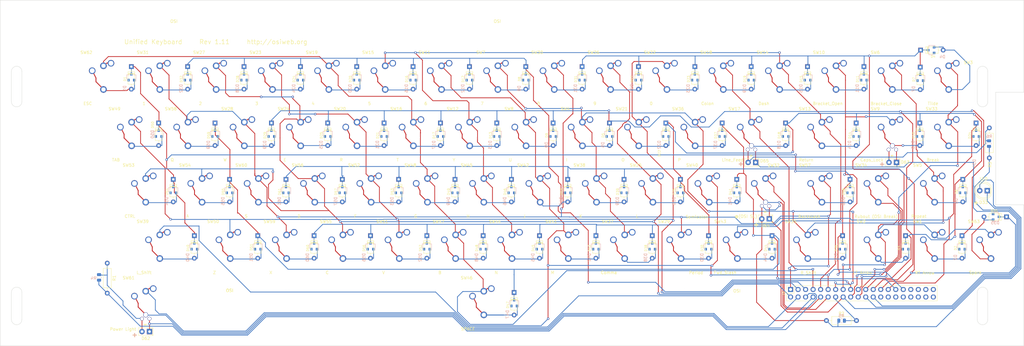
<source format=kicad_pcb>
(kicad_pcb (version 20171130) (host pcbnew "(5.1.9-0-10_14)")
  (title_block (title "Classic Retro Keyboard") (date 2020-08-17) (rev 1.11) (company OSIWeb.org))
  (layers (0 F.Cu signal) (31 B.Cu signal) (34 B.Paste user hide) (35 F.Paste user hide) (36 B.SilkS user) (37 F.SilkS user) (38 B.Mask user) (39 F.Mask user) (44 Edge.Cuts user))
  (net 0 "")
  (net 1 /Row3)
  (net 2 /Row0)
  (net 3 /Row1)
  (net 4 "Net-(D5-Pad2)")
  (net 5 "Net-(D7-Pad2)")
  (net 6 "Net-(D8-Pad2)")
  (net 7 "Net-(D9-Pad2)")
  (net 8 "Net-(D10-Pad2)")
  (net 9 "Net-(D11-Pad2)")
  (net 10 "Net-(D12-Pad2)")
  (net 11 "Net-(D13-Pad2)")
  (net 12 "Net-(D14-Pad2)")
  (net 13 "Net-(D15-Pad2)")
  (net 14 "Net-(D16-Pad2)")
  (net 15 "Net-(D18-Pad2)")
  (net 16 "Net-(D19-Pad2)")
  (net 17 "Net-(D20-Pad2)")
  (net 18 "Net-(D22-Pad2)")
  (net 19 "Net-(D23-Pad2)")
  (net 20 "Net-(D24-Pad2)")
  (net 21 "Net-(D25-Pad2)")
  (net 22 "Net-(D26-Pad2)")
  (net 23 "Net-(D27-Pad2)")
  (net 24 "Net-(D28-Pad2)")
  (net 25 "Net-(D29-Pad2)")
  (net 26 "Net-(D30-Pad2)")
  (net 27 "Net-(D31-Pad2)")
  (net 28 "Net-(D32-Pad2)")
  (net 29 "Net-(D34-Pad2)")
  (net 30 "Net-(D36-Pad2)")
  (net 31 /Row4)
  (net 32 /Row5)
  (net 33 /Row7)
  (net 34 "Net-(D41-Pad2)")
  (net 35 "Net-(D42-Pad2)")
  (net 36 "Net-(D43-Pad2)")
  (net 37 "Net-(D45-Pad2)")
  (net 38 "Net-(D46-Pad2)")
  (net 39 "Net-(D47-Pad2)")
  (net 40 "Net-(D48-Pad2)")
  (net 41 "Net-(D49-Pad2)")
  (net 42 "Net-(D50-Pad2)")
  (net 43 "Net-(D51-Pad2)")
  (net 44 "Net-(D52-Pad2)")
  (net 45 "Net-(D53-Pad2)")
  (net 46 "Net-(D54-Pad2)")
  (net 47 "Net-(D55-Pad2)")
  (net 48 "Net-(D56-Pad2)")
  (net 49 "Net-(D57-Pad2)")
  (net 50 "Net-(D58-Pad2)")
  (net 51 "Net-(D59-Pad2)")
  (net 52 "Net-(D60-Pad2)")
  (net 53 "Net-(D61-Pad2)")
  (net 54 /Col0)
  (net 55 /Col1)
  (net 56 /Col2)
  (net 57 /Col3)
  (net 58 /Col4)
  (net 59 /Col5)
  (net 60 /Col6)
  (net 61 /Col7)
  (net 62 /Row6)
  (net 63 /Row2)
  (net 64 "Net-(J1-Pad40)")
  (net 65 "Net-(J1-Pad39)")
  (net 66 "Net-(J1-Pad38)")
  (net 67 "Net-(J1-Pad37)")
  (net 68 "Net-(J1-Pad36)")
  (net 69 "Net-(J1-Pad35)")
  (net 70 "Net-(J1-Pad34)")
  (net 71 "Net-(J1-Pad33)")
  (net 72 "Net-(D2-Pad2)")
  (net 73 "Net-(D3-Pad2)")
  (net 74 "Net-(D4-Pad2)")
  (net 75 "Net-(D6-Pad2)")
  (net 76 "Net-(D17-Pad2)")
  (net 77 "Net-(D21-Pad2)")
  (net 78 "Net-(D37-Pad2)")
  (net 79 "Net-(D38-Pad2)")
  (net 80 "Net-(D39-Pad2)")
  (net 81 "Net-(D40-Pad2)")
  (net 82 "Net-(D44-Pad2)")
  (net 83 "Net-(J1-Pad6)")
  (net 84 "Net-(J1-Pad10)")
  (net 85 "Net-(J1-Pad12)")
  (net 86 "Net-(J1-Pad18)")
  (net 87 "Net-(J1-Pad20)")
  (net 88 "Net-(J1-Pad26)")
  (net 89 "Net-(J1-Pad28)")
  (net 90 "Net-(J1-Pad30)")
  (net 91 "Net-(J1-Pad32)")
  (net 92 "Net-(J1-Pad2)")
  (net 93 "Net-(J1-Pad4)")
  (net 94 "Net-(D1-Pad2)")
  (net 95 "Net-(D35-Pad2)")
  (net 96 "Net-(D33-Pad2)")
  (net 97 "Net-(D33-Pad1)")
  (net 98 "Net-(J1-Pad22)")
  (net 99 "Net-(J1-Pad14)")
  (net 100 "Net-(D62-Pad2)")
  (net 101 "Net-(D62-Pad1)")
  (net 102 "Net-(D63-Pad2)")
  (net 103 "Net-(D63-Pad1)")
  (module unikbd:diode-combined (layer B.Cu) (at 207.40878 165.88486 270)
    (fp_text reference D47 (at 3.81 2.247 270) (layer B.SilkS) (effects (justify mirror)))
    (fp_text value 1N4148)
    (fp_poly (pts (xy 4.1656 -0.5334) (xy 4.0132 -0.5334) (xy 4.0132 -0.9906) (xy 1.2192 -0.9906) (xy 1.2192 -1.143) (xy 4.1656 -1.143)) (layer B.Cu) (width 0.1))
    (fp_poly (pts (xy -1.2192 0.0762) (xy -3.048 0.0762) (xy -3.048 -0.0762) (xy -1.2192 -0.0762)) (layer B.Cu) (width 0.1))
    (fp_text user %R (at 0.635 2.159 270) (layer F.SilkS) (effects (font (size 0.8 0.8) (thickness 0.12))))
    (pad 2 thru_hole oval (at 4.064 0 270) (size 1.6 1.6) (drill 0.8) (layers *.Cu *.Mask) (net 39 "Net-(D47-Pad2)"))
    (pad 1 thru_hole rect (at -3.556 0 270) (size 1.6 1.6) (drill 0.8) (layers *.Cu *.Mask) (net 3 /Row1))
    (pad 4 smd rect (at -1 0 90) (size 0.9 0.8) (layers B.Cu B.Paste B.Mask))
    (pad "" smd rect (at 1 0.95 90) (size 0.9 0.8) (layers B.Cu B.Paste B.Mask))
    (pad 3 smd rect (at 1 -0.95 90) (size 0.9 0.8) (layers B.Cu B.Paste B.Mask))
  )
  (module unikbd:diode-combined (layer B.Cu) (at 87.24138 108.58246 270)
    (fp_text reference D50 (at 0.254 2.12 90) (layer B.SilkS) (effects (justify mirror)))
    (fp_text value 1N4148)
    (fp_poly (pts (xy 4.1656 -0.5334) (xy 4.0132 -0.5334) (xy 4.0132 -0.9906) (xy 1.2192 -0.9906) (xy 1.2192 -1.143) (xy 4.1656 -1.143)) (layer B.Cu) (width 0.1))
    (fp_poly (pts (xy -1.2192 0.0762) (xy -3.048 0.0762) (xy -3.048 -0.0762) (xy -1.2192 -0.0762)) (layer B.Cu) (width 0.1))
    (fp_text user %R (at -2.921 2.032 90) (layer F.SilkS) (effects (font (size 0.8 0.8) (thickness 0.12))))
    (pad 2 thru_hole oval (at 4.064 0 270) (size 1.6 1.6) (drill 0.8) (layers *.Cu *.Mask) (net 42 "Net-(D50-Pad2)"))
    (pad 1 thru_hole rect (at -3.556 0 270) (size 1.6 1.6) (drill 0.8) (layers *.Cu *.Mask) (net 2 /Row0))
    (pad 4 smd rect (at -1 0 90) (size 0.9 0.8) (layers B.Cu B.Paste B.Mask))
    (pad "" smd rect (at 1 0.95 90) (size 0.9 0.8) (layers B.Cu B.Paste B.Mask))
    (pad 3 smd rect (at 1 -0.95 90) (size 0.9 0.8) (layers B.Cu B.Paste B.Mask))
  )
  (module unikbd:diode-combined (layer B.Cu) (at 318.44488 146.68246 270)
    (fp_text reference D36 (at 3.81 2.247 270) (layer B.SilkS) (effects (justify mirror)))
    (fp_text value 1N4148)
    (fp_poly (pts (xy 4.1656 -0.5334) (xy 4.0132 -0.5334) (xy 4.0132 -0.9906) (xy 1.2192 -0.9906) (xy 1.2192 -1.143) (xy 4.1656 -1.143)) (layer B.Cu) (width 0.1))
    (fp_poly (pts (xy -1.2192 0.0762) (xy -3.048 0.0762) (xy -3.048 -0.0762) (xy -1.2192 -0.0762)) (layer B.Cu) (width 0.1))
    (fp_text user %R (at 0.635 2.159 270) (layer F.SilkS) (effects (font (size 0.8 0.8) (thickness 0.12))))
    (pad 2 thru_hole oval (at 4.064 0 270) (size 1.6 1.6) (drill 0.8) (layers *.Cu *.Mask) (net 30 "Net-(D36-Pad2)"))
    (pad 1 thru_hole rect (at -3.556 0 270) (size 1.6 1.6) (drill 0.8) (layers *.Cu *.Mask) (net 2 /Row0))
    (pad 4 smd rect (at -1 0 90) (size 0.9 0.8) (layers B.Cu B.Paste B.Mask))
    (pad "" smd rect (at 1 0.95 90) (size 0.9 0.8) (layers B.Cu B.Paste B.Mask))
    (pad 3 smd rect (at 1 -0.95 90) (size 0.9 0.8) (layers B.Cu B.Paste B.Mask))
  )
  (module unikbd:diode-combined (layer B.Cu) (at 273.14398 146.68246 270)
    (fp_text reference D30 (at 3.81 2.247 270) (layer B.SilkS) (effects (justify mirror)))
    (fp_text value 1N4148)
    (fp_poly (pts (xy 4.1656 -0.5334) (xy 4.0132 -0.5334) (xy 4.0132 -0.9906) (xy 1.2192 -0.9906) (xy 1.2192 -1.143) (xy 4.1656 -1.143)) (layer B.Cu) (width 0.1))
    (fp_poly (pts (xy -1.2192 0.0762) (xy -3.048 0.0762) (xy -3.048 -0.0762) (xy -1.2192 -0.0762)) (layer B.Cu) (width 0.1))
    (fp_text user %R (at 0.635 2.159 270) (layer F.SilkS) (effects (font (size 0.8 0.8) (thickness 0.12))))
    (pad 2 thru_hole oval (at 4.064 0 270) (size 1.6 1.6) (drill 0.8) (layers *.Cu *.Mask) (net 26 "Net-(D30-Pad2)"))
    (pad 1 thru_hole rect (at -3.556 0 270) (size 1.6 1.6) (drill 0.8) (layers *.Cu *.Mask) (net 32 /Row5))
    (pad 4 smd rect (at -1 0 90) (size 0.9 0.8) (layers B.Cu B.Paste B.Mask))
    (pad "" smd rect (at 1 0.95 90) (size 0.9 0.8) (layers B.Cu B.Paste B.Mask))
    (pad 3 smd rect (at 1 -0.95 90) (size 0.9 0.8) (layers B.Cu B.Paste B.Mask))
  )
  (module unikbd:diode-combined (layer B.Cu) (at 299.19168 108.58246 270)
    (fp_text reference D18 (at 3.81 2.247 270) (layer B.SilkS) (effects (justify mirror)))
    (fp_text value 1N4148)
    (fp_poly (pts (xy 4.1656 -0.5334) (xy 4.0132 -0.5334) (xy 4.0132 -0.9906) (xy 1.2192 -0.9906) (xy 1.2192 -1.143) (xy 4.1656 -1.143)) (layer B.Cu) (width 0.1))
    (fp_poly (pts (xy -1.2192 0.0762) (xy -3.048 0.0762) (xy -3.048 -0.0762) (xy -1.2192 -0.0762)) (layer B.Cu) (width 0.1))
    (fp_text user %R (at 0.635 2.159 270) (layer F.SilkS) (effects (font (size 0.8 0.8) (thickness 0.12))))
    (pad 2 thru_hole oval (at 4.064 0 270) (size 1.6 1.6) (drill 0.8) (layers *.Cu *.Mask) (net 15 "Net-(D18-Pad2)"))
    (pad 1 thru_hole rect (at -3.556 0 270) (size 1.6 1.6) (drill 0.8) (layers *.Cu *.Mask) (net 32 /Row5))
    (pad 4 smd rect (at -1 0 90) (size 0.9 0.8) (layers B.Cu B.Paste B.Mask))
    (pad "" smd rect (at 1 0.95 90) (size 0.9 0.8) (layers B.Cu B.Paste B.Mask))
    (pad 3 smd rect (at 1 -0.95 90) (size 0.9 0.8) (layers B.Cu B.Paste B.Mask))
  )
  (module unikbd:diode-combined (layer B.Cu) (at 370.3193 136.7536 180)
    (fp_text reference D35 (at 0.2794 -1.9812) (layer B.SilkS) (effects (justify mirror)))
    (fp_text value 1N4148 hide)
    (fp_poly (pts (xy 4.1656 -0.5334) (xy 4.0132 -0.5334) (xy 4.0132 -0.9906) (xy 1.2192 -0.9906) (xy 1.2192 -1.143) (xy 4.1656 -1.143)) (layer B.Cu) (width 0.1))
    (fp_poly (pts (xy -1.2192 0.0762) (xy -3.048 0.0762) (xy -3.048 -0.0762) (xy -1.2192 -0.0762)) (layer B.Cu) (width 0.1))
    (fp_text user %R (at 0.635 1.9812) (layer F.SilkS) (effects (font (size 0.8 0.8) (thickness 0.12))))
    (pad 2 thru_hole oval (at 4.064 0 180) (size 1.6 1.6) (drill 0.8) (layers *.Cu *.Mask) (net 95 "Net-(D35-Pad2)"))
    (pad 1 thru_hole rect (at -3.556 0 180) (size 1.6 1.6) (drill 0.8) (layers *.Cu *.Mask) (net 1 /Row3))
    (pad 4 smd rect (at -1 0) (size 0.9 0.8) (layers B.Cu B.Paste B.Mask))
    (pad "" smd rect (at 1 0.95) (size 0.9 0.8) (layers B.Cu B.Paste B.Mask))
    (pad 3 smd rect (at 1 -0.95) (size 0.9 0.8) (layers B.Cu B.Paste B.Mask))
  )
  (module unikbd:diode-combined (layer B.Cu) (at 77.99578 89.53246 270)
    (fp_text reference D1 (at 3.81 2.247 270) (layer B.SilkS) (effects (justify mirror)))
    (fp_text value 1N4148)
    (fp_poly (pts (xy 4.1656 -0.5334) (xy 4.0132 -0.5334) (xy 4.0132 -0.9906) (xy 1.2192 -0.9906) (xy 1.2192 -1.143) (xy 4.1656 -1.143)) (layer B.Cu) (width 0.1))
    (fp_poly (pts (xy -1.2192 0.0762) (xy -3.048 0.0762) (xy -3.048 -0.0762) (xy -1.2192 -0.0762)) (layer B.Cu) (width 0.1))
    (fp_text user %R (at 0.635 2.159 270) (layer F.SilkS) (effects (font (size 0.8 0.8) (thickness 0.12))))
    (pad 2 thru_hole oval (at 4.064 0 270) (size 1.6 1.6) (drill 0.8) (layers *.Cu *.Mask) (net 94 "Net-(D1-Pad2)"))
    (pad 1 thru_hole rect (at -3.556 0 270) (size 1.6 1.6) (drill 0.8) (layers *.Cu *.Mask) (net 2 /Row0))
    (pad 4 smd rect (at -1 0 90) (size 0.9 0.8) (layers B.Cu B.Paste B.Mask))
    (pad "" smd rect (at 1 0.95 90) (size 0.9 0.8) (layers B.Cu B.Paste B.Mask))
    (pad 3 smd rect (at 1 -0.95 90) (size 0.9 0.8) (layers B.Cu B.Paste B.Mask))
  )
  (module unikbd:diode-combined (layer B.Cu) (at 344.53322 108.58246 270)
    (fp_text reference D10 (at 3.81 2.247 270) (layer B.SilkS) (effects (justify mirror)))
    (fp_text value 1N4148)
    (fp_poly (pts (xy 4.1656 -0.5334) (xy 4.0132 -0.5334) (xy 4.0132 -0.9906) (xy 1.2192 -0.9906) (xy 1.2192 -1.143) (xy 4.1656 -1.143)) (layer B.Cu) (width 0.1))
    (fp_poly (pts (xy -1.2192 0.0762) (xy -3.048 0.0762) (xy -3.048 -0.0762) (xy -1.2192 -0.0762)) (layer B.Cu) (width 0.1))
    (fp_text user %R (at 0.635 2.159 270) (layer F.SilkS) (effects (font (size 0.8 0.8) (thickness 0.12))))
    (pad 2 thru_hole oval (at 4.064 0 270) (size 1.6 1.6) (drill 0.8) (layers *.Cu *.Mask) (net 8 "Net-(D10-Pad2)"))
    (pad 1 thru_hole rect (at -3.556 0 270) (size 1.6 1.6) (drill 0.8) (layers *.Cu *.Mask) (net 32 /Row5))
    (pad 4 smd rect (at -1 0 90) (size 0.9 0.8) (layers B.Cu B.Paste B.Mask))
    (pad "" smd rect (at 1 0.95 90) (size 0.9 0.8) (layers B.Cu B.Paste B.Mask))
    (pad 3 smd rect (at 1 -0.95 90) (size 0.9 0.8) (layers B.Cu B.Paste B.Mask))
  )
  (module unikbd:diode-combined (layer B.Cu) (at 325.64578 89.53246 270)
    (fp_text reference D11 (at 3.81 2.247 270) (layer B.SilkS) (effects (justify mirror)))
    (fp_text value 1N4148)
    (fp_poly (pts (xy 4.1656 -0.5334) (xy 4.0132 -0.5334) (xy 4.0132 -0.9906) (xy 1.2192 -0.9906) (xy 1.2192 -1.143) (xy 4.1656 -1.143)) (layer B.Cu) (width 0.1))
    (fp_poly (pts (xy -1.2192 0.0762) (xy -3.048 0.0762) (xy -3.048 -0.0762) (xy -1.2192 -0.0762)) (layer B.Cu) (width 0.1))
    (fp_text user %R (at 0.635 2.159 270) (layer F.SilkS) (effects (font (size 0.8 0.8) (thickness 0.12))))
    (pad 2 thru_hole oval (at 4.064 0 270) (size 1.6 1.6) (drill 0.8) (layers *.Cu *.Mask) (net 9 "Net-(D11-Pad2)"))
    (pad 1 thru_hole rect (at -3.556 0 270) (size 1.6 1.6) (drill 0.8) (layers *.Cu *.Mask) (net 62 /Row6))
    (pad 4 smd rect (at -1 0 90) (size 0.9 0.8) (layers B.Cu B.Paste B.Mask))
    (pad "" smd rect (at 1 0.95 90) (size 0.9 0.8) (layers B.Cu B.Paste B.Mask))
    (pad 3 smd rect (at 1 -0.95 90) (size 0.9 0.8) (layers B.Cu B.Paste B.Mask))
  )
  (module unikbd:diode-combined (layer B.Cu) (at 239.64138 108.58246 270)
    (fp_text reference D5 (at 3.81 2.247 270) (layer B.SilkS) (effects (justify mirror)))
    (fp_text value 1N4148)
    (fp_poly (pts (xy 4.1656 -0.5334) (xy 4.0132 -0.5334) (xy 4.0132 -0.9906) (xy 1.2192 -0.9906) (xy 1.2192 -1.143) (xy 4.1656 -1.143)) (layer B.Cu) (width 0.1))
    (fp_poly (pts (xy -1.2192 0.0762) (xy -3.048 0.0762) (xy -3.048 -0.0762) (xy -1.2192 -0.0762)) (layer B.Cu) (width 0.1))
    (fp_text user %R (at 0.635 2.159 270) (layer F.SilkS) (effects (font (size 0.8 0.8) (thickness 0.12))))
    (pad 2 thru_hole oval (at 4.064 0 270) (size 1.6 1.6) (drill 0.8) (layers *.Cu *.Mask) (net 4 "Net-(D5-Pad2)"))
    (pad 1 thru_hole rect (at -3.556 0 270) (size 1.6 1.6) (drill 0.8) (layers *.Cu *.Mask) (net 31 /Row4))
    (pad 4 smd rect (at -1 0 90) (size 0.9 0.8) (layers B.Cu B.Paste B.Mask))
    (pad "" smd rect (at 1 0.95 90) (size 0.9 0.8) (layers B.Cu B.Paste B.Mask))
    (pad 3 smd rect (at 1 -0.95 90) (size 0.9 0.8) (layers B.Cu B.Paste B.Mask))
  )
  (module unikbd:diode-combined (layer B.Cu) (at 363.58322 108.58246 270)
    (fp_text reference D34 (at 10.12444 0.60198 270) (layer B.SilkS) (effects (justify mirror)))
    (fp_text value 1N4148 hide)
    (fp_poly (pts (xy 4.1656 -0.5334) (xy 4.0132 -0.5334) (xy 4.0132 -0.9906) (xy 1.2192 -0.9906) (xy 1.2192 -1.143) (xy 4.1656 -1.143)) (layer B.Cu) (width 0.1))
    (fp_poly (pts (xy -1.2192 0.0762) (xy -3.048 0.0762) (xy -3.048 -0.0762) (xy -1.2192 -0.0762)) (layer B.Cu) (width 0.1))
    (fp_text user %R (at 0.635 2.159 270) (layer F.SilkS) (effects (font (size 0.8 0.8) (thickness 0.12))))
    (pad 2 thru_hole oval (at 4.064 0 270) (size 1.6 1.6) (drill 0.8) (layers *.Cu *.Mask) (net 29 "Net-(D34-Pad2)"))
    (pad 1 thru_hole rect (at -3.556 0 270) (size 1.6 1.6) (drill 0.8) (layers *.Cu *.Mask) (net 63 /Row2))
    (pad 4 smd rect (at -1 0 90) (size 0.9 0.8) (layers B.Cu B.Paste B.Mask))
    (pad "" smd rect (at 1 0.95 90) (size 0.9 0.8) (layers B.Cu B.Paste B.Mask))
    (pad 3 smd rect (at 1 -0.95 90) (size 0.9 0.8) (layers B.Cu B.Paste B.Mask))
  )
  (module unikbd:diode-combined (layer B.Cu) (at 277.74138 108.58246 270)
    (fp_text reference D37 (at 3.81 2.247 270) (layer B.SilkS) (effects (justify mirror)))
    (fp_text value 1N4148)
    (fp_poly (pts (xy 4.1656 -0.5334) (xy 4.0132 -0.5334) (xy 4.0132 -0.9906) (xy 1.2192 -0.9906) (xy 1.2192 -1.143) (xy 4.1656 -1.143)) (layer B.Cu) (width 0.1))
    (fp_poly (pts (xy -1.2192 0.0762) (xy -3.048 0.0762) (xy -3.048 -0.0762) (xy -1.2192 -0.0762)) (layer B.Cu) (width 0.1))
    (fp_text user %R (at 0.635 2.159 270) (layer F.SilkS) (effects (font (size 0.8 0.8) (thickness 0.12))))
    (pad 2 thru_hole oval (at 4.064 0 270) (size 1.6 1.6) (drill 0.8) (layers *.Cu *.Mask) (net 78 "Net-(D37-Pad2)"))
    (pad 1 thru_hole rect (at -3.556 0 270) (size 1.6 1.6) (drill 0.8) (layers *.Cu *.Mask) (net 3 /Row1))
    (pad 4 smd rect (at -1 0 90) (size 0.9 0.8) (layers B.Cu B.Paste B.Mask))
    (pad "" smd rect (at 1 0.95 90) (size 0.9 0.8) (layers B.Cu B.Paste B.Mask))
    (pad 3 smd rect (at 1 -0.95 90) (size 0.9 0.8) (layers B.Cu B.Paste B.Mask))
  )
  (module unikbd:diode-combined (layer B.Cu) (at 254.09398 146.68246 270)
    (fp_text reference D38 (at 3.81 2.247 270) (layer B.SilkS) (effects (justify mirror)))
    (fp_text value 1N4148)
    (fp_poly (pts (xy 4.1656 -0.5334) (xy 4.0132 -0.5334) (xy 4.0132 -0.9906) (xy 1.2192 -0.9906) (xy 1.2192 -1.143) (xy 4.1656 -1.143)) (layer B.Cu) (width 0.1))
    (fp_poly (pts (xy -1.2192 0.0762) (xy -3.048 0.0762) (xy -3.048 -0.0762) (xy -1.2192 -0.0762)) (layer B.Cu) (width 0.1))
    (fp_text user %R (at 0.635 2.159 270) (layer F.SilkS) (effects (font (size 0.8 0.8) (thickness 0.12))))
    (pad 2 thru_hole oval (at 4.064 0 270) (size 1.6 1.6) (drill 0.8) (layers *.Cu *.Mask) (net 79 "Net-(D38-Pad2)"))
    (pad 1 thru_hole rect (at -3.556 0 270) (size 1.6 1.6) (drill 0.8) (layers *.Cu *.Mask) (net 63 /Row2))
    (pad 4 smd rect (at -1 0 90) (size 0.9 0.8) (layers B.Cu B.Paste B.Mask))
    (pad "" smd rect (at 1 0.95 90) (size 0.9 0.8) (layers B.Cu B.Paste B.Mask))
    (pad 3 smd rect (at 1 -0.95 90) (size 0.9 0.8) (layers B.Cu B.Paste B.Mask))
  )
  (module unikbd:diode-combined (layer B.Cu) (at 244.56898 127.63246 270)
    (fp_text reference D39 (at 3.81 2.247 270) (layer B.SilkS) (effects (justify mirror)))
    (fp_text value 1N4148)
    (fp_poly (pts (xy 4.1656 -0.5334) (xy 4.0132 -0.5334) (xy 4.0132 -0.9906) (xy 1.2192 -0.9906) (xy 1.2192 -1.143) (xy 4.1656 -1.143)) (layer B.Cu) (width 0.1))
    (fp_poly (pts (xy -1.2192 0.0762) (xy -3.048 0.0762) (xy -3.048 -0.0762) (xy -1.2192 -0.0762)) (layer B.Cu) (width 0.1))
    (fp_text user %R (at 0.635 2.159 270) (layer F.SilkS) (effects (font (size 0.8 0.8) (thickness 0.12))))
    (pad 2 thru_hole oval (at 4.064 0 270) (size 1.6 1.6) (drill 0.8) (layers *.Cu *.Mask) (net 80 "Net-(D39-Pad2)"))
    (pad 1 thru_hole rect (at -3.556 0 270) (size 1.6 1.6) (drill 0.8) (layers *.Cu *.Mask) (net 1 /Row3))
    (pad 4 smd rect (at -1 0 90) (size 0.9 0.8) (layers B.Cu B.Paste B.Mask))
    (pad "" smd rect (at 1 0.95 90) (size 0.9 0.8) (layers B.Cu B.Paste B.Mask))
    (pad 3 smd rect (at 1 -0.95 90) (size 0.9 0.8) (layers B.Cu B.Paste B.Mask))
  )
  (module unikbd:diode-combined (layer B.Cu) (at 99.29368 146.68246 270)
    (fp_text reference D40 (at 3.81 2.247 270) (layer B.SilkS) (effects (justify mirror)))
    (fp_text value 1N4148)
    (fp_poly (pts (xy 4.1656 -0.5334) (xy 4.0132 -0.5334) (xy 4.0132 -0.9906) (xy 1.2192 -0.9906) (xy 1.2192 -1.143) (xy 4.1656 -1.143)) (layer B.Cu) (width 0.1))
    (fp_poly (pts (xy -1.2192 0.0762) (xy -3.048 0.0762) (xy -3.048 -0.0762) (xy -1.2192 -0.0762)) (layer B.Cu) (width 0.1))
    (fp_text user %R (at 0.635 2.159 270) (layer F.SilkS) (effects (font (size 0.8 0.8) (thickness 0.12))))
    (pad 2 thru_hole oval (at 4.064 0 270) (size 1.6 1.6) (drill 0.8) (layers *.Cu *.Mask) (net 81 "Net-(D40-Pad2)"))
    (pad 1 thru_hole rect (at -3.556 0 270) (size 1.6 1.6) (drill 0.8) (layers *.Cu *.Mask) (net 2 /Row0))
    (pad 4 smd rect (at -1 0 90) (size 0.9 0.8) (layers B.Cu B.Paste B.Mask))
    (pad "" smd rect (at 1 0.95 90) (size 0.9 0.8) (layers B.Cu B.Paste B.Mask))
    (pad 3 smd rect (at 1 -0.95 90) (size 0.9 0.8) (layers B.Cu B.Paste B.Mask))
  )
  (module unikbd:diode-combined (layer B.Cu) (at 282.66898 127.63246 270)
    (fp_text reference D41 (at 3.81 2.247 270) (layer B.SilkS) (effects (justify mirror)))
    (fp_text value 1N4148)
    (fp_poly (pts (xy 4.1656 -0.5334) (xy 4.0132 -0.5334) (xy 4.0132 -0.9906) (xy 1.2192 -0.9906) (xy 1.2192 -1.143) (xy 4.1656 -1.143)) (layer B.Cu) (width 0.1))
    (fp_poly (pts (xy -1.2192 0.0762) (xy -3.048 0.0762) (xy -3.048 -0.0762) (xy -1.2192 -0.0762)) (layer B.Cu) (width 0.1))
    (fp_text user %R (at 0.635 2.159 270) (layer F.SilkS) (effects (font (size 0.8 0.8) (thickness 0.12))))
    (pad 2 thru_hole oval (at 4.064 0 270) (size 1.6 1.6) (drill 0.8) (layers *.Cu *.Mask) (net 34 "Net-(D41-Pad2)"))
    (pad 1 thru_hole rect (at -3.556 0 270) (size 1.6 1.6) (drill 0.8) (layers *.Cu *.Mask) (net 3 /Row1))
    (pad 4 smd rect (at -1 0 90) (size 0.9 0.8) (layers B.Cu B.Paste B.Mask))
    (pad "" smd rect (at 1 0.95 90) (size 0.9 0.8) (layers B.Cu B.Paste B.Mask))
    (pad 3 smd rect (at 1 -0.95 90) (size 0.9 0.8) (layers B.Cu B.Paste B.Mask))
  )
  (module unikbd:diode-combined (layer B.Cu) (at 235.04398 146.68246 270)
    (fp_text reference D42 (at 3.81 2.247 270) (layer B.SilkS) (effects (justify mirror)))
    (fp_text value 1N4148)
    (fp_poly (pts (xy 4.1656 -0.5334) (xy 4.0132 -0.5334) (xy 4.0132 -0.9906) (xy 1.2192 -0.9906) (xy 1.2192 -1.143) (xy 4.1656 -1.143)) (layer B.Cu) (width 0.1))
    (fp_poly (pts (xy -1.2192 0.0762) (xy -3.048 0.0762) (xy -3.048 -0.0762) (xy -1.2192 -0.0762)) (layer B.Cu) (width 0.1))
    (fp_text user %R (at 0.635 2.159 270) (layer F.SilkS) (effects (font (size 0.8 0.8) (thickness 0.12))))
    (pad 2 thru_hole oval (at 4.064 0 270) (size 1.6 1.6) (drill 0.8) (layers *.Cu *.Mask) (net 35 "Net-(D42-Pad2)"))
    (pad 1 thru_hole rect (at -3.556 0 270) (size 1.6 1.6) (drill 0.8) (layers *.Cu *.Mask) (net 63 /Row2))
    (pad 4 smd rect (at -1 0 90) (size 0.9 0.8) (layers B.Cu B.Paste B.Mask))
    (pad "" smd rect (at 1 0.95 90) (size 0.9 0.8) (layers B.Cu B.Paste B.Mask))
    (pad 3 smd rect (at 1 -0.95 90) (size 0.9 0.8) (layers B.Cu B.Paste B.Mask))
  )
  (module unikbd:diode-combined (layer B.Cu) (at 225.51898 127.63246 270)
    (fp_text reference D43 (at 3.81 2.247 270) (layer B.SilkS) (effects (justify mirror)))
    (fp_text value 1N4148)
    (fp_poly (pts (xy 4.1656 -0.5334) (xy 4.0132 -0.5334) (xy 4.0132 -0.9906) (xy 1.2192 -0.9906) (xy 1.2192 -1.143) (xy 4.1656 -1.143)) (layer B.Cu) (width 0.1))
    (fp_poly (pts (xy -1.2192 0.0762) (xy -3.048 0.0762) (xy -3.048 -0.0762) (xy -1.2192 -0.0762)) (layer B.Cu) (width 0.1))
    (fp_text user %R (at 0.635 2.159 270) (layer F.SilkS) (effects (font (size 0.8 0.8) (thickness 0.12))))
    (pad 2 thru_hole oval (at 4.064 0 270) (size 1.6 1.6) (drill 0.8) (layers *.Cu *.Mask) (net 36 "Net-(D43-Pad2)"))
    (pad 1 thru_hole rect (at -3.556 0 270) (size 1.6 1.6) (drill 0.8) (layers *.Cu *.Mask) (net 1 /Row3))
    (pad 4 smd rect (at -1 0 90) (size 0.9 0.8) (layers B.Cu B.Paste B.Mask))
    (pad "" smd rect (at 1 0.95 90) (size 0.9 0.8) (layers B.Cu B.Paste B.Mask))
    (pad 3 smd rect (at 1 -0.95 90) (size 0.9 0.8) (layers B.Cu B.Paste B.Mask))
  )
  (module unikbd:diode-combined (layer B.Cu) (at 294.59428 146.68246 270)
    (fp_text reference D44 (at 3.81 2.247 270) (layer B.SilkS) (effects (justify mirror)))
    (fp_text value 1N4148)
    (fp_poly (pts (xy 4.1656 -0.5334) (xy 4.0132 -0.5334) (xy 4.0132 -0.9906) (xy 1.2192 -0.9906) (xy 1.2192 -1.143) (xy 4.1656 -1.143)) (layer B.Cu) (width 0.1))
    (fp_poly (pts (xy -1.2192 0.0762) (xy -3.048 0.0762) (xy -3.048 -0.0762) (xy -1.2192 -0.0762)) (layer B.Cu) (width 0.1))
    (fp_text user %R (at 0.635 2.159 270) (layer F.SilkS) (effects (font (size 0.8 0.8) (thickness 0.12))))
    (pad 2 thru_hole oval (at 4.064 0 270) (size 1.6 1.6) (drill 0.8) (layers *.Cu *.Mask) (net 82 "Net-(D44-Pad2)"))
    (pad 1 thru_hole rect (at -3.556 0 270) (size 1.6 1.6) (drill 0.8) (layers *.Cu *.Mask) (net 3 /Row1))
    (pad 4 smd rect (at -1 0 90) (size 0.9 0.8) (layers B.Cu B.Paste B.Mask))
    (pad "" smd rect (at 1 0.95 90) (size 0.9 0.8) (layers B.Cu B.Paste B.Mask))
    (pad 3 smd rect (at 1 -0.95 90) (size 0.9 0.8) (layers B.Cu B.Paste B.Mask))
  )
  (module unikbd:diode-combined (layer B.Cu) (at 215.99398 146.68246 270)
    (fp_text reference D45 (at 3.81 2.247 270) (layer B.SilkS) (effects (justify mirror)))
    (fp_text value 1N4148)
    (fp_poly (pts (xy 4.1656 -0.5334) (xy 4.0132 -0.5334) (xy 4.0132 -0.9906) (xy 1.2192 -0.9906) (xy 1.2192 -1.143) (xy 4.1656 -1.143)) (layer B.Cu) (width 0.1))
    (fp_poly (pts (xy -1.2192 0.0762) (xy -3.048 0.0762) (xy -3.048 -0.0762) (xy -1.2192 -0.0762)) (layer B.Cu) (width 0.1))
    (fp_text user %R (at 0.635 2.159 270) (layer F.SilkS) (effects (font (size 0.8 0.8) (thickness 0.12))))
    (pad 2 thru_hole oval (at 4.064 0 270) (size 1.6 1.6) (drill 0.8) (layers *.Cu *.Mask) (net 37 "Net-(D45-Pad2)"))
    (pad 1 thru_hole rect (at -3.556 0 270) (size 1.6 1.6) (drill 0.8) (layers *.Cu *.Mask) (net 63 /Row2))
    (pad 4 smd rect (at -1 0 90) (size 0.9 0.8) (layers B.Cu B.Paste B.Mask))
    (pad "" smd rect (at 1 0.95 90) (size 0.9 0.8) (layers B.Cu B.Paste B.Mask))
    (pad 3 smd rect (at 1 -0.95 90) (size 0.9 0.8) (layers B.Cu B.Paste B.Mask))
  )
  (module unikbd:diode-combined (layer B.Cu) (at 206.46898 127.63246 270)
    (fp_text reference D46 (at 3.81 2.247 270) (layer B.SilkS) (effects (justify mirror)))
    (fp_text value 1N4148)
    (fp_poly (pts (xy 4.1656 -0.5334) (xy 4.0132 -0.5334) (xy 4.0132 -0.9906) (xy 1.2192 -0.9906) (xy 1.2192 -1.143) (xy 4.1656 -1.143)) (layer B.Cu) (width 0.1))
    (fp_poly (pts (xy -1.2192 0.0762) (xy -3.048 0.0762) (xy -3.048 -0.0762) (xy -1.2192 -0.0762)) (layer B.Cu) (width 0.1))
    (fp_text user %R (at 0.635 2.159 270) (layer F.SilkS) (effects (font (size 0.8 0.8) (thickness 0.12))))
    (pad 2 thru_hole oval (at 4.064 0 270) (size 1.6 1.6) (drill 0.8) (layers *.Cu *.Mask) (net 38 "Net-(D46-Pad2)"))
    (pad 1 thru_hole rect (at -3.556 0 270) (size 1.6 1.6) (drill 0.8) (layers *.Cu *.Mask) (net 1 /Row3))
    (pad 4 smd rect (at -1 0 90) (size 0.9 0.8) (layers B.Cu B.Paste B.Mask))
    (pad "" smd rect (at 1 0.95 90) (size 0.9 0.8) (layers B.Cu B.Paste B.Mask))
    (pad 3 smd rect (at 1 -0.95 90) (size 0.9 0.8) (layers B.Cu B.Paste B.Mask))
  )
  (module unikbd:diode-combined (layer B.Cu) (at 196.94398 146.68246 270)
    (fp_text reference D48 (at 3.81 2.247 270) (layer B.SilkS) (effects (justify mirror)))
    (fp_text value 1N4148)
    (fp_poly (pts (xy 4.1656 -0.5334) (xy 4.0132 -0.5334) (xy 4.0132 -0.9906) (xy 1.2192 -0.9906) (xy 1.2192 -1.143) (xy 4.1656 -1.143)) (layer B.Cu) (width 0.1))
    (fp_poly (pts (xy -1.2192 0.0762) (xy -3.048 0.0762) (xy -3.048 -0.0762) (xy -1.2192 -0.0762)) (layer B.Cu) (width 0.1))
    (fp_text user %R (at 0.635 2.159 270) (layer F.SilkS) (effects (font (size 0.8 0.8) (thickness 0.12))))
    (pad 2 thru_hole oval (at 4.064 0 270) (size 1.6 1.6) (drill 0.8) (layers *.Cu *.Mask) (net 40 "Net-(D48-Pad2)"))
    (pad 1 thru_hole rect (at -3.556 0 270) (size 1.6 1.6) (drill 0.8) (layers *.Cu *.Mask) (net 63 /Row2))
    (pad 4 smd rect (at -1 0 90) (size 0.9 0.8) (layers B.Cu B.Paste B.Mask))
    (pad "" smd rect (at 1 0.95 90) (size 0.9 0.8) (layers B.Cu B.Paste B.Mask))
    (pad 3 smd rect (at 1 -0.95 90) (size 0.9 0.8) (layers B.Cu B.Paste B.Mask))
  )
  (module unikbd:diode-combined (layer B.Cu) (at 187.41898 127.63246 270)
    (fp_text reference D49 (at 3.81 2.247 270) (layer B.SilkS) (effects (justify mirror)))
    (fp_text value 1N4148)
    (fp_poly (pts (xy 4.1656 -0.5334) (xy 4.0132 -0.5334) (xy 4.0132 -0.9906) (xy 1.2192 -0.9906) (xy 1.2192 -1.143) (xy 4.1656 -1.143)) (layer B.Cu) (width 0.1))
    (fp_poly (pts (xy -1.2192 0.0762) (xy -3.048 0.0762) (xy -3.048 -0.0762) (xy -1.2192 -0.0762)) (layer B.Cu) (width 0.1))
    (fp_text user %R (at 0.635 2.159 270) (layer F.SilkS) (effects (font (size 0.8 0.8) (thickness 0.12))))
    (pad 2 thru_hole oval (at 4.064 0 270) (size 1.6 1.6) (drill 0.8) (layers *.Cu *.Mask) (net 41 "Net-(D49-Pad2)"))
    (pad 1 thru_hole rect (at -3.556 0 270) (size 1.6 1.6) (drill 0.8) (layers *.Cu *.Mask) (net 1 /Row3))
    (pad 4 smd rect (at -1 0 90) (size 0.9 0.8) (layers B.Cu B.Paste B.Mask))
    (pad "" smd rect (at 1 0.95 90) (size 0.9 0.8) (layers B.Cu B.Paste B.Mask))
    (pad 3 smd rect (at 1 -0.95 90) (size 0.9 0.8) (layers B.Cu B.Paste B.Mask))
  )
  (module unikbd:diode-combined (layer B.Cu) (at 120.74398 146.68246 270)
    (fp_text reference D51 (at 3.81 2.247 270) (layer B.SilkS) (effects (justify mirror)))
    (fp_text value 1N4148)
    (fp_poly (pts (xy 4.1656 -0.5334) (xy 4.0132 -0.5334) (xy 4.0132 -0.9906) (xy 1.2192 -0.9906) (xy 1.2192 -1.143) (xy 4.1656 -1.143)) (layer B.Cu) (width 0.1))
    (fp_poly (pts (xy -1.2192 0.0762) (xy -3.048 0.0762) (xy -3.048 -0.0762) (xy -1.2192 -0.0762)) (layer B.Cu) (width 0.1))
    (fp_text user %R (at 0.34544 2.19202 270) (layer F.SilkS) (effects (font (size 0.8 0.8) (thickness 0.12))))
    (pad 2 thru_hole oval (at 4.064 0 270) (size 1.6 1.6) (drill 0.8) (layers *.Cu *.Mask) (net 43 "Net-(D51-Pad2)"))
    (pad 1 thru_hole rect (at -3.556 0 270) (size 1.6 1.6) (drill 0.8) (layers *.Cu *.Mask) (net 3 /Row1))
    (pad 4 smd rect (at -1 0 90) (size 0.9 0.8) (layers B.Cu B.Paste B.Mask))
    (pad "" smd rect (at 1 0.95 90) (size 0.9 0.8) (layers B.Cu B.Paste B.Mask))
    (pad 3 smd rect (at 1 -0.95 90) (size 0.9 0.8) (layers B.Cu B.Paste B.Mask))
  )
  (module unikbd:diode-combined (layer B.Cu) (at 177.89398 146.68246 270)
    (fp_text reference D52 (at 3.81 2.247 270) (layer B.SilkS) (effects (justify mirror)))
    (fp_text value 1N4148)
    (fp_poly (pts (xy 4.1656 -0.5334) (xy 4.0132 -0.5334) (xy 4.0132 -0.9906) (xy 1.2192 -0.9906) (xy 1.2192 -1.143) (xy 4.1656 -1.143)) (layer B.Cu) (width 0.1))
    (fp_poly (pts (xy -1.2192 0.0762) (xy -3.048 0.0762) (xy -3.048 -0.0762) (xy -1.2192 -0.0762)) (layer B.Cu) (width 0.1))
    (fp_text user %R (at 0.635 2.159 270) (layer F.SilkS) (effects (font (size 0.8 0.8) (thickness 0.12))))
    (pad 2 thru_hole oval (at 4.064 0 270) (size 1.6 1.6) (drill 0.8) (layers *.Cu *.Mask) (net 44 "Net-(D52-Pad2)"))
    (pad 1 thru_hole rect (at -3.556 0 270) (size 1.6 1.6) (drill 0.8) (layers *.Cu *.Mask) (net 63 /Row2))
    (pad 4 smd rect (at -1 0 90) (size 0.9 0.8) (layers B.Cu B.Paste B.Mask))
    (pad "" smd rect (at 1 0.95 90) (size 0.9 0.8) (layers B.Cu B.Paste B.Mask))
    (pad 3 smd rect (at 1 -0.95 90) (size 0.9 0.8) (layers B.Cu B.Paste B.Mask))
  )
  (module unikbd:diode-combined (layer B.Cu) (at 168.36898 127.63246 270)
    (fp_text reference D53 (at 3.81 2.247 270) (layer B.SilkS) (effects (justify mirror)))
    (fp_text value 1N4148)
    (fp_poly (pts (xy 4.1656 -0.5334) (xy 4.0132 -0.5334) (xy 4.0132 -0.9906) (xy 1.2192 -0.9906) (xy 1.2192 -1.143) (xy 4.1656 -1.143)) (layer B.Cu) (width 0.1))
    (fp_poly (pts (xy -1.2192 0.0762) (xy -3.048 0.0762) (xy -3.048 -0.0762) (xy -1.2192 -0.0762)) (layer B.Cu) (width 0.1))
    (fp_text user %R (at 0.635 2.159 270) (layer F.SilkS) (effects (font (size 0.8 0.8) (thickness 0.12))))
    (pad 2 thru_hole oval (at 4.064 0 270) (size 1.6 1.6) (drill 0.8) (layers *.Cu *.Mask) (net 45 "Net-(D53-Pad2)"))
    (pad 1 thru_hole rect (at -3.556 0 270) (size 1.6 1.6) (drill 0.8) (layers *.Cu *.Mask) (net 1 /Row3))
    (pad 4 smd rect (at -1 0 90) (size 0.9 0.8) (layers B.Cu B.Paste B.Mask))
    (pad "" smd rect (at 1 0.95 90) (size 0.9 0.8) (layers B.Cu B.Paste B.Mask))
    (pad 3 smd rect (at 1 -0.95 90) (size 0.9 0.8) (layers B.Cu B.Paste B.Mask))
  )
  (module unikbd:diode-combined (layer B.Cu) (at 92.16898 127.63246 270)
    (fp_text reference D54 (at 3.81 2.247 270) (layer B.SilkS) (effects (justify mirror)))
    (fp_text value 1N4148)
    (fp_poly (pts (xy 4.1656 -0.5334) (xy 4.0132 -0.5334) (xy 4.0132 -0.9906) (xy 1.2192 -0.9906) (xy 1.2192 -1.143) (xy 4.1656 -1.143)) (layer B.Cu) (width 0.1))
    (fp_poly (pts (xy -1.2192 0.0762) (xy -3.048 0.0762) (xy -3.048 -0.0762) (xy -1.2192 -0.0762)) (layer B.Cu) (width 0.1))
    (fp_text user %R (at 0.635 2.159 270) (layer F.SilkS) (effects (font (size 0.8 0.8) (thickness 0.12))))
    (pad 2 thru_hole oval (at 4.064 0 270) (size 1.6 1.6) (drill 0.8) (layers *.Cu *.Mask) (net 46 "Net-(D54-Pad2)"))
    (pad 1 thru_hole rect (at -3.556 0 270) (size 1.6 1.6) (drill 0.8) (layers *.Cu *.Mask) (net 2 /Row0))
    (pad 4 smd rect (at -1 0 90) (size 0.9 0.8) (layers B.Cu B.Paste B.Mask))
    (pad "" smd rect (at 1 0.95 90) (size 0.9 0.8) (layers B.Cu B.Paste B.Mask))
    (pad 3 smd rect (at 1 -0.95 90) (size 0.9 0.8) (layers B.Cu B.Paste B.Mask))
  )
  (module unikbd:diode-combined (layer B.Cu) (at 111.21898 127.63246 270)
    (fp_text reference D55 (at 3.81 2.247 270) (layer B.SilkS) (effects (justify mirror)))
    (fp_text value 1N4148)
    (fp_poly (pts (xy 4.1656 -0.5334) (xy 4.0132 -0.5334) (xy 4.0132 -0.9906) (xy 1.2192 -0.9906) (xy 1.2192 -1.143) (xy 4.1656 -1.143)) (layer B.Cu) (width 0.1))
    (fp_poly (pts (xy -1.2192 0.0762) (xy -3.048 0.0762) (xy -3.048 -0.0762) (xy -1.2192 -0.0762)) (layer B.Cu) (width 0.1))
    (fp_text user %R (at 0.635 2.159 270) (layer F.SilkS) (effects (font (size 0.8 0.8) (thickness 0.12))))
    (pad 2 thru_hole oval (at 4.064 0 270) (size 1.6 1.6) (drill 0.8) (layers *.Cu *.Mask) (net 47 "Net-(D55-Pad2)"))
    (pad 1 thru_hole rect (at -3.556 0 270) (size 1.6 1.6) (drill 0.8) (layers *.Cu *.Mask) (net 3 /Row1))
    (pad 4 smd rect (at -1 0 90) (size 0.9 0.8) (layers B.Cu B.Paste B.Mask))
    (pad "" smd rect (at 1 0.95 90) (size 0.9 0.8) (layers B.Cu B.Paste B.Mask))
    (pad 3 smd rect (at 1 -0.95 90) (size 0.9 0.8) (layers B.Cu B.Paste B.Mask))
  )
  (module unikbd:diode-combined (layer B.Cu) (at 158.84398 146.68246 270)
    (fp_text reference D56 (at 3.81 2.247 270) (layer B.SilkS) (effects (justify mirror)))
    (fp_text value 1N4148)
    (fp_poly (pts (xy 4.1656 -0.5334) (xy 4.0132 -0.5334) (xy 4.0132 -0.9906) (xy 1.2192 -0.9906) (xy 1.2192 -1.143) (xy 4.1656 -1.143)) (layer B.Cu) (width 0.1))
    (fp_poly (pts (xy -1.2192 0.0762) (xy -3.048 0.0762) (xy -3.048 -0.0762) (xy -1.2192 -0.0762)) (layer B.Cu) (width 0.1))
    (fp_text user %R (at 0.635 2.159 270) (layer F.SilkS) (effects (font (size 0.8 0.8) (thickness 0.12))))
    (pad 2 thru_hole oval (at 4.064 0 270) (size 1.6 1.6) (drill 0.8) (layers *.Cu *.Mask) (net 48 "Net-(D56-Pad2)"))
    (pad 1 thru_hole rect (at -3.556 0 270) (size 1.6 1.6) (drill 0.8) (layers *.Cu *.Mask) (net 63 /Row2))
    (pad 4 smd rect (at -1 0 90) (size 0.9 0.8) (layers B.Cu B.Paste B.Mask))
    (pad "" smd rect (at 1 0.95 90) (size 0.9 0.8) (layers B.Cu B.Paste B.Mask))
    (pad 3 smd rect (at 1 -0.95 90) (size 0.9 0.8) (layers B.Cu B.Paste B.Mask))
  )
  (module unikbd:diode-combined (layer B.Cu) (at 149.31898 127.63246 270)
    (fp_text reference D57 (at 3.81 2.247 270) (layer B.SilkS) (effects (justify mirror)))
    (fp_text value 1N4148)
    (fp_poly (pts (xy 4.1656 -0.5334) (xy 4.0132 -0.5334) (xy 4.0132 -0.9906) (xy 1.2192 -0.9906) (xy 1.2192 -1.143) (xy 4.1656 -1.143)) (layer B.Cu) (width 0.1))
    (fp_poly (pts (xy -1.2192 0.0762) (xy -3.048 0.0762) (xy -3.048 -0.0762) (xy -1.2192 -0.0762)) (layer B.Cu) (width 0.1))
    (fp_text user %R (at 0.635 2.159 270) (layer F.SilkS) (effects (font (size 0.8 0.8) (thickness 0.12))))
    (pad 2 thru_hole oval (at 4.064 0 270) (size 1.6 1.6) (drill 0.8) (layers *.Cu *.Mask) (net 49 "Net-(D57-Pad2)"))
    (pad 1 thru_hole rect (at -3.556 0 270) (size 1.6 1.6) (drill 0.8) (layers *.Cu *.Mask) (net 1 /Row3))
    (pad 4 smd rect (at -1 0 90) (size 0.9 0.8) (layers B.Cu B.Paste B.Mask))
    (pad "" smd rect (at 1 0.95 90) (size 0.9 0.8) (layers B.Cu B.Paste B.Mask))
    (pad 3 smd rect (at 1 -0.95 90) (size 0.9 0.8) (layers B.Cu B.Paste B.Mask))
  )
  (module unikbd:diode-combined (layer B.Cu) (at 320.9798 127.63246 270)
    (fp_text reference D58 (at 3.81 2.247 270) (layer B.SilkS) (effects (justify mirror)))
    (fp_text value 1N4148)
    (fp_poly (pts (xy 4.1656 -0.5334) (xy 4.0132 -0.5334) (xy 4.0132 -0.9906) (xy 1.2192 -0.9906) (xy 1.2192 -1.143) (xy 4.1656 -1.143)) (layer B.Cu) (width 0.1))
    (fp_poly (pts (xy -1.2192 0.0762) (xy -3.048 0.0762) (xy -3.048 -0.0762) (xy -1.2192 -0.0762)) (layer B.Cu) (width 0.1))
    (fp_text user %R (at 0.635 2.159 270) (layer F.SilkS) (effects (font (size 0.8 0.8) (thickness 0.12))))
    (pad 2 thru_hole oval (at 4.064 0 270) (size 1.6 1.6) (drill 0.8) (layers *.Cu *.Mask) (net 50 "Net-(D58-Pad2)"))
    (pad 1 thru_hole rect (at -3.556 0 270) (size 1.6 1.6) (drill 0.8) (layers *.Cu *.Mask) (net 2 /Row0))
    (pad 4 smd rect (at -1 0 90) (size 0.9 0.8) (layers B.Cu B.Paste B.Mask))
    (pad "" smd rect (at 1 0.95 90) (size 0.9 0.8) (layers B.Cu B.Paste B.Mask))
    (pad 3 smd rect (at 1 -0.95 90) (size 0.9 0.8) (layers B.Cu B.Paste B.Mask))
  )
  (module unikbd:diode-combined (layer B.Cu) (at 106.29138 108.58246 270)
    (fp_text reference D59 (at 3.81 2.247 270) (layer B.SilkS) (effects (justify mirror)))
    (fp_text value 1N4148)
    (fp_poly (pts (xy 4.1656 -0.5334) (xy 4.0132 -0.5334) (xy 4.0132 -0.9906) (xy 1.2192 -0.9906) (xy 1.2192 -1.143) (xy 4.1656 -1.143)) (layer B.Cu) (width 0.1))
    (fp_poly (pts (xy -1.2192 0.0762) (xy -3.048 0.0762) (xy -3.048 -0.0762) (xy -1.2192 -0.0762)) (layer B.Cu) (width 0.1))
    (fp_text user %R (at 0.635 2.159 270) (layer F.SilkS) (effects (font (size 0.8 0.8) (thickness 0.12))))
    (pad 2 thru_hole oval (at 4.064 0 270) (size 1.6 1.6) (drill 0.8) (layers *.Cu *.Mask) (net 51 "Net-(D59-Pad2)"))
    (pad 1 thru_hole rect (at -3.556 0 270) (size 1.6 1.6) (drill 0.8) (layers *.Cu *.Mask) (net 3 /Row1))
    (pad 4 smd rect (at -1 0 90) (size 0.9 0.8) (layers B.Cu B.Paste B.Mask))
    (pad "" smd rect (at 1 0.95 90) (size 0.9 0.8) (layers B.Cu B.Paste B.Mask))
    (pad 3 smd rect (at 1 -0.95 90) (size 0.9 0.8) (layers B.Cu B.Paste B.Mask))
  )
  (module unikbd:diode-combined (layer B.Cu) (at 139.79398 146.68246 270)
    (fp_text reference D60 (at 3.81 2.247 270) (layer B.SilkS) (effects (justify mirror)))
    (fp_text value 1N4148)
    (fp_poly (pts (xy 4.1656 -0.5334) (xy 4.0132 -0.5334) (xy 4.0132 -0.9906) (xy 1.2192 -0.9906) (xy 1.2192 -1.143) (xy 4.1656 -1.143)) (layer B.Cu) (width 0.1))
    (fp_poly (pts (xy -1.2192 0.0762) (xy -3.048 0.0762) (xy -3.048 -0.0762) (xy -1.2192 -0.0762)) (layer B.Cu) (width 0.1))
    (fp_text user %R (at 0.635 2.159 270) (layer F.SilkS) (effects (font (size 0.8 0.8) (thickness 0.12))))
    (pad 2 thru_hole oval (at 4.064 0 270) (size 1.6 1.6) (drill 0.8) (layers *.Cu *.Mask) (net 52 "Net-(D60-Pad2)"))
    (pad 1 thru_hole rect (at -3.556 0 270) (size 1.6 1.6) (drill 0.8) (layers *.Cu *.Mask) (net 63 /Row2))
    (pad 4 smd rect (at -1 0 90) (size 0.9 0.8) (layers B.Cu B.Paste B.Mask))
    (pad "" smd rect (at 1 0.95 90) (size 0.9 0.8) (layers B.Cu B.Paste B.Mask))
    (pad 3 smd rect (at 1 -0.95 90) (size 0.9 0.8) (layers B.Cu B.Paste B.Mask))
  )
  (module unikbd:diode-combined (layer B.Cu) (at 130.26898 127.63246 270)
    (fp_text reference D61 (at 3.81 2.247 270) (layer B.SilkS) (effects (justify mirror)))
    (fp_text value 1N4148)
    (fp_poly (pts (xy 4.1656 -0.5334) (xy 4.0132 -0.5334) (xy 4.0132 -0.9906) (xy 1.2192 -0.9906) (xy 1.2192 -1.143) (xy 4.1656 -1.143)) (layer B.Cu) (width 0.1))
    (fp_poly (pts (xy -1.2192 0.0762) (xy -3.048 0.0762) (xy -3.048 -0.0762) (xy -1.2192 -0.0762)) (layer B.Cu) (width 0.1))
    (fp_text user %R (at 0.635 2.159 270) (layer F.SilkS) (effects (font (size 0.8 0.8) (thickness 0.12))))
    (pad 2 thru_hole oval (at 4.064 0 270) (size 1.6 1.6) (drill 0.8) (layers *.Cu *.Mask) (net 53 "Net-(D61-Pad2)"))
    (pad 1 thru_hole rect (at -3.556 0 270) (size 1.6 1.6) (drill 0.8) (layers *.Cu *.Mask) (net 1 /Row3))
    (pad 4 smd rect (at -1 0 90) (size 0.9 0.8) (layers B.Cu B.Paste B.Mask))
    (pad "" smd rect (at 1 0.95 90) (size 0.9 0.8) (layers B.Cu B.Paste B.Mask))
    (pad 3 smd rect (at 1 -0.95 90) (size 0.9 0.8) (layers B.Cu B.Paste B.Mask))
  )
  (module unikbd:diode-combined (layer B.Cu) (at 358.806513 146.68246 270)
    (fp_text reference D2 (at 3.81 2.247 270) (layer B.SilkS) (effects (justify mirror)))
    (fp_text value 1N4148)
    (fp_poly (pts (xy 4.1656 -0.5334) (xy 4.0132 -0.5334) (xy 4.0132 -0.9906) (xy 1.2192 -0.9906) (xy 1.2192 -1.143) (xy 4.1656 -1.143)) (layer B.Cu) (width 0.1))
    (fp_poly (pts (xy -1.2192 0.0762) (xy -3.048 0.0762) (xy -3.048 -0.0762) (xy -1.2192 -0.0762)) (layer B.Cu) (width 0.1))
    (fp_text user %R (at 0.635 2.159 270) (layer F.SilkS) (effects (font (size 0.8 0.8) (thickness 0.12))))
    (pad 2 thru_hole oval (at 4.064 0 270) (size 1.6 1.6) (drill 0.8) (layers *.Cu *.Mask) (net 72 "Net-(D2-Pad2)"))
    (pad 1 thru_hole rect (at -3.556 0 270) (size 1.6 1.6) (drill 0.8) (layers *.Cu *.Mask) (net 31 /Row4))
    (pad 4 smd rect (at -1 0 90) (size 0.9 0.8) (layers B.Cu B.Paste B.Mask))
    (pad "" smd rect (at 1 0.95 90) (size 0.9 0.8) (layers B.Cu B.Paste B.Mask))
    (pad 3 smd rect (at 1 -0.95 90) (size 0.9 0.8) (layers B.Cu B.Paste B.Mask))
  )
  (module unikbd:diode-combined (layer B.Cu) (at 339.756513 146.68246 270)
    (fp_text reference D3 (at 3.81 2.247 270) (layer B.SilkS) (effects (justify mirror)))
    (fp_text value 1N4148)
    (fp_poly (pts (xy 4.1656 -0.5334) (xy 4.0132 -0.5334) (xy 4.0132 -0.9906) (xy 1.2192 -0.9906) (xy 1.2192 -1.143) (xy 4.1656 -1.143)) (layer B.Cu) (width 0.1))
    (fp_poly (pts (xy -1.2192 0.0762) (xy -3.048 0.0762) (xy -3.048 -0.0762) (xy -1.2192 -0.0762)) (layer B.Cu) (width 0.1))
    (fp_text user %R (at 0.635 2.159 270) (layer F.SilkS) (effects (font (size 0.8 0.8) (thickness 0.12))))
    (pad 2 thru_hole oval (at 4.064 0 270) (size 1.6 1.6) (drill 0.8) (layers *.Cu *.Mask) (net 73 "Net-(D3-Pad2)"))
    (pad 1 thru_hole rect (at -3.556 0 270) (size 1.6 1.6) (drill 0.8) (layers *.Cu *.Mask) (net 32 /Row5))
    (pad 4 smd rect (at -1 0 90) (size 0.9 0.8) (layers B.Cu B.Paste B.Mask))
    (pad "" smd rect (at 1 0.95 90) (size 0.9 0.8) (layers B.Cu B.Paste B.Mask))
    (pad 3 smd rect (at 1 -0.95 90) (size 0.9 0.8) (layers B.Cu B.Paste B.Mask))
  )
  (module unikbd:diode-combined (layer B.Cu) (at 348.3864 80.391)
    (fp_text reference D4 (at 3.81 2.247) (layer B.SilkS) (effects (justify mirror)))
    (fp_text value 1N4148 hide)
    (fp_poly (pts (xy 4.1656 -0.5334) (xy 4.0132 -0.5334) (xy 4.0132 -0.9906) (xy 1.2192 -0.9906) (xy 1.2192 -1.143) (xy 4.1656 -1.143)) (layer B.Cu) (width 0.1))
    (fp_poly (pts (xy -1.2192 0.0762) (xy -3.048 0.0762) (xy -3.048 -0.0762) (xy -1.2192 -0.0762)) (layer B.Cu) (width 0.1))
    (fp_text user %R (at 0.635 2.159) (layer F.SilkS) (effects (font (size 0.8 0.8) (thickness 0.12))))
    (pad 2 thru_hole oval (at 4.064 0) (size 1.6 1.6) (drill 0.8) (layers *.Cu *.Mask) (net 74 "Net-(D4-Pad2)"))
    (pad 1 thru_hole rect (at -3.556 0) (size 1.6 1.6) (drill 0.8) (layers *.Cu *.Mask) (net 62 /Row6))
    (pad 4 smd rect (at -1 0 180) (size 0.9 0.8) (layers B.Cu B.Paste B.Mask))
    (pad "" smd rect (at 1 0.95 180) (size 0.9 0.8) (layers B.Cu B.Paste B.Mask))
    (pad 3 smd rect (at 1 -0.95 180) (size 0.9 0.8) (layers B.Cu B.Paste B.Mask))
  )
  (module unikbd:diode-combined (layer B.Cu) (at 359.0798 127.63246 270)
    (fp_text reference D6 (at 3.81 2.247 270) (layer B.SilkS) (effects (justify mirror)))
    (fp_text value 1N4148 hide)
    (fp_poly (pts (xy 4.1656 -0.5334) (xy 4.0132 -0.5334) (xy 4.0132 -0.9906) (xy 1.2192 -0.9906) (xy 1.2192 -1.143) (xy 4.1656 -1.143)) (layer B.Cu) (width 0.1))
    (fp_poly (pts (xy -1.2192 0.0762) (xy -3.048 0.0762) (xy -3.048 -0.0762) (xy -1.2192 -0.0762)) (layer B.Cu) (width 0.1))
    (fp_text user %R (at 0.635 2.159 270) (layer F.SilkS) (effects (font (size 0.8 0.8) (thickness 0.12))))
    (pad 2 thru_hole oval (at 4.064 0 270) (size 1.6 1.6) (drill 0.8) (layers *.Cu *.Mask) (net 75 "Net-(D6-Pad2)"))
    (pad 1 thru_hole rect (at -3.556 0 270) (size 1.6 1.6) (drill 0.8) (layers *.Cu *.Mask) (net 32 /Row5))
    (pad 4 smd rect (at -1 0 90) (size 0.9 0.8) (layers B.Cu B.Paste B.Mask))
    (pad "" smd rect (at 1 0.95 90) (size 0.9 0.8) (layers B.Cu B.Paste B.Mask))
    (pad 3 smd rect (at 1 -0.95 90) (size 0.9 0.8) (layers B.Cu B.Paste B.Mask))
  )
  (module unikbd:diode-combined (layer B.Cu) (at 344.69578 89.7001 270)
    (fp_text reference D7 (at 3.81 2.247 270) (layer B.SilkS) (effects (justify mirror)))
    (fp_text value 1N4148)
    (fp_poly (pts (xy 4.1656 -0.5334) (xy 4.0132 -0.5334) (xy 4.0132 -0.9906) (xy 1.2192 -0.9906) (xy 1.2192 -1.143) (xy 4.1656 -1.143)) (layer B.Cu) (width 0.1))
    (fp_poly (pts (xy -1.2192 0.0762) (xy -3.048 0.0762) (xy -3.048 -0.0762) (xy -1.2192 -0.0762)) (layer B.Cu) (width 0.1))
    (fp_text user %R (at 0.635 2.159 270) (layer F.SilkS) (effects (font (size 0.8 0.8) (thickness 0.12))))
    (pad 2 thru_hole oval (at 4.064 0 270) (size 1.6 1.6) (drill 0.8) (layers *.Cu *.Mask) (net 5 "Net-(D7-Pad2)"))
    (pad 1 thru_hole rect (at -3.556 0 270) (size 1.6 1.6) (drill 0.8) (layers *.Cu *.Mask) (net 62 /Row6))
    (pad 4 smd rect (at -1 0 90) (size 0.9 0.8) (layers B.Cu B.Paste B.Mask))
    (pad "" smd rect (at 1 0.95 90) (size 0.9 0.8) (layers B.Cu B.Paste B.Mask))
    (pad 3 smd rect (at 1 -0.95 90) (size 0.9 0.8) (layers B.Cu B.Paste B.Mask))
  )
  (module unikbd:diode-combined (layer B.Cu) (at 211.34578 89.53246 270)
    (fp_text reference D8 (at 3.81 2.247 270) (layer B.SilkS) (effects (justify mirror)))
    (fp_text value 1N4148)
    (fp_poly (pts (xy 4.1656 -0.5334) (xy 4.0132 -0.5334) (xy 4.0132 -0.9906) (xy 1.2192 -0.9906) (xy 1.2192 -1.143) (xy 4.1656 -1.143)) (layer B.Cu) (width 0.1))
    (fp_poly (pts (xy -1.2192 0.0762) (xy -3.048 0.0762) (xy -3.048 -0.0762) (xy -1.2192 -0.0762)) (layer B.Cu) (width 0.1))
    (fp_text user %R (at 0.635 2.159 270) (layer F.SilkS) (effects (font (size 0.8 0.8) (thickness 0.12))))
    (pad 2 thru_hole oval (at 4.064 0 270) (size 1.6 1.6) (drill 0.8) (layers *.Cu *.Mask) (net 6 "Net-(D8-Pad2)"))
    (pad 1 thru_hole rect (at -3.556 0 270) (size 1.6 1.6) (drill 0.8) (layers *.Cu *.Mask) (net 33 /Row7))
    (pad 4 smd rect (at -1 0 90) (size 0.9 0.8) (layers B.Cu B.Paste B.Mask))
    (pad "" smd rect (at 1 0.95 90) (size 0.9 0.8) (layers B.Cu B.Paste B.Mask))
    (pad 3 smd rect (at 1 -0.95 90) (size 0.9 0.8) (layers B.Cu B.Paste B.Mask))
  )
  (module unikbd:diode-combined (layer B.Cu) (at 220.59138 108.58246 270)
    (fp_text reference D9 (at 3.81 2.247 270) (layer B.SilkS) (effects (justify mirror)))
    (fp_text value 1N4148)
    (fp_poly (pts (xy 4.1656 -0.5334) (xy 4.0132 -0.5334) (xy 4.0132 -0.9906) (xy 1.2192 -0.9906) (xy 1.2192 -1.143) (xy 4.1656 -1.143)) (layer B.Cu) (width 0.1))
    (fp_poly (pts (xy -1.2192 0.0762) (xy -3.048 0.0762) (xy -3.048 -0.0762) (xy -1.2192 -0.0762)) (layer B.Cu) (width 0.1))
    (fp_text user %R (at 0.635 2.159 270) (layer F.SilkS) (effects (font (size 0.8 0.8) (thickness 0.12))))
    (pad 2 thru_hole oval (at 4.064 0 270) (size 1.6 1.6) (drill 0.8) (layers *.Cu *.Mask) (net 7 "Net-(D9-Pad2)"))
    (pad 1 thru_hole rect (at -3.556 0 270) (size 1.6 1.6) (drill 0.8) (layers *.Cu *.Mask) (net 31 /Row4))
    (pad 4 smd rect (at -1 0 90) (size 0.9 0.8) (layers B.Cu B.Paste B.Mask))
    (pad "" smd rect (at 1 0.95 90) (size 0.9 0.8) (layers B.Cu B.Paste B.Mask))
    (pad 3 smd rect (at 1 -0.95 90) (size 0.9 0.8) (layers B.Cu B.Paste B.Mask))
  )
  (module unikbd:diode-combined (layer B.Cu) (at 192.29578 89.53246 270)
    (fp_text reference D12 (at 3.81 2.247 270) (layer B.SilkS) (effects (justify mirror)))
    (fp_text value 1N4148)
    (fp_poly (pts (xy 4.1656 -0.5334) (xy 4.0132 -0.5334) (xy 4.0132 -0.9906) (xy 1.2192 -0.9906) (xy 1.2192 -1.143) (xy 4.1656 -1.143)) (layer B.Cu) (width 0.1))
    (fp_poly (pts (xy -1.2192 0.0762) (xy -3.048 0.0762) (xy -3.048 -0.0762) (xy -1.2192 -0.0762)) (layer B.Cu) (width 0.1))
    (fp_text user %R (at 0.635 2.159 270) (layer F.SilkS) (effects (font (size 0.8 0.8) (thickness 0.12))))
    (pad 2 thru_hole oval (at 4.064 0 270) (size 1.6 1.6) (drill 0.8) (layers *.Cu *.Mask) (net 10 "Net-(D12-Pad2)"))
    (pad 1 thru_hole rect (at -3.556 0 270) (size 1.6 1.6) (drill 0.8) (layers *.Cu *.Mask) (net 33 /Row7))
    (pad 4 smd rect (at -1 0 90) (size 0.9 0.8) (layers B.Cu B.Paste B.Mask))
    (pad "" smd rect (at 1 0.95 90) (size 0.9 0.8) (layers B.Cu B.Paste B.Mask))
    (pad 3 smd rect (at 1 -0.95 90) (size 0.9 0.8) (layers B.Cu B.Paste B.Mask))
  )
  (module unikbd:diode-combined (layer B.Cu) (at 201.54138 108.58246 270)
    (fp_text reference D13 (at 3.81 2.247 270) (layer B.SilkS) (effects (justify mirror)))
    (fp_text value 1N4148)
    (fp_poly (pts (xy 4.1656 -0.5334) (xy 4.0132 -0.5334) (xy 4.0132 -0.9906) (xy 1.2192 -0.9906) (xy 1.2192 -1.143) (xy 4.1656 -1.143)) (layer B.Cu) (width 0.1))
    (fp_poly (pts (xy -1.2192 0.0762) (xy -3.048 0.0762) (xy -3.048 -0.0762) (xy -1.2192 -0.0762)) (layer B.Cu) (width 0.1))
    (fp_text user %R (at 0.635 2.159 270) (layer F.SilkS) (effects (font (size 0.8 0.8) (thickness 0.12))))
    (pad 2 thru_hole oval (at 4.064 0 270) (size 1.6 1.6) (drill 0.8) (layers *.Cu *.Mask) (net 11 "Net-(D13-Pad2)"))
    (pad 1 thru_hole rect (at -3.556 0 270) (size 1.6 1.6) (drill 0.8) (layers *.Cu *.Mask) (net 31 /Row4))
    (pad 4 smd rect (at -1 0 90) (size 0.9 0.8) (layers B.Cu B.Paste B.Mask))
    (pad "" smd rect (at 1 0.95 90) (size 0.9 0.8) (layers B.Cu B.Paste B.Mask))
    (pad 3 smd rect (at 1 -0.95 90) (size 0.9 0.8) (layers B.Cu B.Paste B.Mask))
  )
  (module unikbd:diode-combined (layer B.Cu) (at 323.04228 108.58246 270)
    (fp_text reference D14 (at 3.81 2.247 270) (layer B.SilkS) (effects (justify mirror)))
    (fp_text value 1N4148)
    (fp_poly (pts (xy 4.1656 -0.5334) (xy 4.0132 -0.5334) (xy 4.0132 -0.9906) (xy 1.2192 -0.9906) (xy 1.2192 -1.143) (xy 4.1656 -1.143)) (layer B.Cu) (width 0.1))
    (fp_poly (pts (xy -1.2192 0.0762) (xy -3.048 0.0762) (xy -3.048 -0.0762) (xy -1.2192 -0.0762)) (layer B.Cu) (width 0.1))
    (fp_text user %R (at 0.635 2.159 270) (layer F.SilkS) (effects (font (size 0.8 0.8) (thickness 0.12))))
    (pad 2 thru_hole oval (at 4.064 0 270) (size 1.6 1.6) (drill 0.8) (layers *.Cu *.Mask) (net 12 "Net-(D14-Pad2)"))
    (pad 1 thru_hole rect (at -3.556 0 270) (size 1.6 1.6) (drill 0.8) (layers *.Cu *.Mask) (net 32 /Row5))
    (pad 4 smd rect (at -1 0 90) (size 0.9 0.8) (layers B.Cu B.Paste B.Mask))
    (pad "" smd rect (at 1 0.95 90) (size 0.9 0.8) (layers B.Cu B.Paste B.Mask))
    (pad 3 smd rect (at 1 -0.95 90) (size 0.9 0.8) (layers B.Cu B.Paste B.Mask))
  )
  (module unikbd:diode-combined (layer B.Cu) (at 306.59578 89.53246 270)
    (fp_text reference D15 (at 3.81 2.247 270) (layer B.SilkS) (effects (justify mirror)))
    (fp_text value 1N4148)
    (fp_poly (pts (xy 4.1656 -0.5334) (xy 4.0132 -0.5334) (xy 4.0132 -0.9906) (xy 1.2192 -0.9906) (xy 1.2192 -1.143) (xy 4.1656 -1.143)) (layer B.Cu) (width 0.1))
    (fp_poly (pts (xy -1.2192 0.0762) (xy -3.048 0.0762) (xy -3.048 -0.0762) (xy -1.2192 -0.0762)) (layer B.Cu) (width 0.1))
    (fp_text user %R (at 0.635 2.159 270) (layer F.SilkS) (effects (font (size 0.8 0.8) (thickness 0.12))))
    (pad 2 thru_hole oval (at 4.064 0 270) (size 1.6 1.6) (drill 0.8) (layers *.Cu *.Mask) (net 13 "Net-(D15-Pad2)"))
    (pad 1 thru_hole rect (at -3.556 0 270) (size 1.6 1.6) (drill 0.8) (layers *.Cu *.Mask) (net 62 /Row6))
    (pad 4 smd rect (at -1 0 90) (size 0.9 0.8) (layers B.Cu B.Paste B.Mask))
    (pad "" smd rect (at 1 0.95 90) (size 0.9 0.8) (layers B.Cu B.Paste B.Mask))
    (pad 3 smd rect (at 1 -0.95 90) (size 0.9 0.8) (layers B.Cu B.Paste B.Mask))
  )
  (module unikbd:diode-combined (layer B.Cu) (at 173.24578 89.53246 270)
    (fp_text reference D16 (at 3.81 2.247 270) (layer B.SilkS) (effects (justify mirror)))
    (fp_text value 1N4148)
    (fp_poly (pts (xy 4.1656 -0.5334) (xy 4.0132 -0.5334) (xy 4.0132 -0.9906) (xy 1.2192 -0.9906) (xy 1.2192 -1.143) (xy 4.1656 -1.143)) (layer B.Cu) (width 0.1))
    (fp_poly (pts (xy -1.2192 0.0762) (xy -3.048 0.0762) (xy -3.048 -0.0762) (xy -1.2192 -0.0762)) (layer B.Cu) (width 0.1))
    (fp_text user %R (at 0.635 2.159 270) (layer F.SilkS) (effects (font (size 0.8 0.8) (thickness 0.12))))
    (pad 2 thru_hole oval (at 4.064 0 270) (size 1.6 1.6) (drill 0.8) (layers *.Cu *.Mask) (net 14 "Net-(D16-Pad2)"))
    (pad 1 thru_hole rect (at -3.556 0 270) (size 1.6 1.6) (drill 0.8) (layers *.Cu *.Mask) (net 33 /Row7))
    (pad 4 smd rect (at -1 0 90) (size 0.9 0.8) (layers B.Cu B.Paste B.Mask))
    (pad "" smd rect (at 1 0.95 90) (size 0.9 0.8) (layers B.Cu B.Paste B.Mask))
    (pad 3 smd rect (at 1 -0.95 90) (size 0.9 0.8) (layers B.Cu B.Paste B.Mask))
  )
  (module unikbd:diode-combined (layer B.Cu) (at 182.49138 108.58246 270)
    (fp_text reference D17 (at 3.81 2.247 270) (layer B.SilkS) (effects (justify mirror)))
    (fp_text value 1N4148)
    (fp_poly (pts (xy 4.1656 -0.5334) (xy 4.0132 -0.5334) (xy 4.0132 -0.9906) (xy 1.2192 -0.9906) (xy 1.2192 -1.143) (xy 4.1656 -1.143)) (layer B.Cu) (width 0.1))
    (fp_poly (pts (xy -1.2192 0.0762) (xy -3.048 0.0762) (xy -3.048 -0.0762) (xy -1.2192 -0.0762)) (layer B.Cu) (width 0.1))
    (fp_text user %R (at 0.635 2.159 270) (layer F.SilkS) (effects (font (size 0.8 0.8) (thickness 0.12))))
    (pad 2 thru_hole oval (at 4.064 0 270) (size 1.6 1.6) (drill 0.8) (layers *.Cu *.Mask) (net 76 "Net-(D17-Pad2)"))
    (pad 1 thru_hole rect (at -3.556 0 270) (size 1.6 1.6) (drill 0.8) (layers *.Cu *.Mask) (net 31 /Row4))
    (pad 4 smd rect (at -1 0 90) (size 0.9 0.8) (layers B.Cu B.Paste B.Mask))
    (pad "" smd rect (at 1 0.95 90) (size 0.9 0.8) (layers B.Cu B.Paste B.Mask))
    (pad 3 smd rect (at 1 -0.95 90) (size 0.9 0.8) (layers B.Cu B.Paste B.Mask))
  )
  (module unikbd:diode-combined (layer B.Cu) (at 287.54578 89.53246 270)
    (fp_text reference D19 (at 3.81 2.247 270) (layer B.SilkS) (effects (justify mirror)))
    (fp_text value 1N4148)
    (fp_poly (pts (xy 4.1656 -0.5334) (xy 4.0132 -0.5334) (xy 4.0132 -0.9906) (xy 1.2192 -0.9906) (xy 1.2192 -1.143) (xy 4.1656 -1.143)) (layer B.Cu) (width 0.1))
    (fp_poly (pts (xy -1.2192 0.0762) (xy -3.048 0.0762) (xy -3.048 -0.0762) (xy -1.2192 -0.0762)) (layer B.Cu) (width 0.1))
    (fp_text user %R (at 0.635 2.159 270) (layer F.SilkS) (effects (font (size 0.8 0.8) (thickness 0.12))))
    (pad 2 thru_hole oval (at 4.064 0 270) (size 1.6 1.6) (drill 0.8) (layers *.Cu *.Mask) (net 16 "Net-(D19-Pad2)"))
    (pad 1 thru_hole rect (at -3.556 0 270) (size 1.6 1.6) (drill 0.8) (layers *.Cu *.Mask) (net 62 /Row6))
    (pad 4 smd rect (at -1 0 90) (size 0.9 0.8) (layers B.Cu B.Paste B.Mask))
    (pad "" smd rect (at 1 0.95 90) (size 0.9 0.8) (layers B.Cu B.Paste B.Mask))
    (pad 3 smd rect (at 1 -0.95 90) (size 0.9 0.8) (layers B.Cu B.Paste B.Mask))
  )
  (module unikbd:diode-combined (layer B.Cu) (at 154.19578 89.53246 270)
    (fp_text reference D20 (at 3.81 2.247 270) (layer B.SilkS) (effects (justify mirror)))
    (fp_text value 1N4148)
    (fp_poly (pts (xy 4.1656 -0.5334) (xy 4.0132 -0.5334) (xy 4.0132 -0.9906) (xy 1.2192 -0.9906) (xy 1.2192 -1.143) (xy 4.1656 -1.143)) (layer B.Cu) (width 0.1))
    (fp_poly (pts (xy -1.2192 0.0762) (xy -3.048 0.0762) (xy -3.048 -0.0762) (xy -1.2192 -0.0762)) (layer B.Cu) (width 0.1))
    (fp_text user %R (at 0.635 2.159 270) (layer F.SilkS) (effects (font (size 0.8 0.8) (thickness 0.12))))
    (pad 2 thru_hole oval (at 4.064 0 270) (size 1.6 1.6) (drill 0.8) (layers *.Cu *.Mask) (net 17 "Net-(D20-Pad2)"))
    (pad 1 thru_hole rect (at -3.556 0 270) (size 1.6 1.6) (drill 0.8) (layers *.Cu *.Mask) (net 33 /Row7))
    (pad 4 smd rect (at -1 0 90) (size 0.9 0.8) (layers B.Cu B.Paste B.Mask))
    (pad "" smd rect (at 1 0.95 90) (size 0.9 0.8) (layers B.Cu B.Paste B.Mask))
    (pad 3 smd rect (at 1 -0.95 90) (size 0.9 0.8) (layers B.Cu B.Paste B.Mask))
  )
  (module unikbd:diode-combined (layer B.Cu) (at 163.44138 108.58246 270)
    (fp_text reference D21 (at 3.81 2.247 270) (layer B.SilkS) (effects (justify mirror)))
    (fp_text value 1N4148)
    (fp_poly (pts (xy 4.1656 -0.5334) (xy 4.0132 -0.5334) (xy 4.0132 -0.9906) (xy 1.2192 -0.9906) (xy 1.2192 -1.143) (xy 4.1656 -1.143)) (layer B.Cu) (width 0.1))
    (fp_poly (pts (xy -1.2192 0.0762) (xy -3.048 0.0762) (xy -3.048 -0.0762) (xy -1.2192 -0.0762)) (layer B.Cu) (width 0.1))
    (fp_text user %R (at 0.635 2.159 270) (layer F.SilkS) (effects (font (size 0.8 0.8) (thickness 0.12))))
    (pad 2 thru_hole oval (at 4.064 0 270) (size 1.6 1.6) (drill 0.8) (layers *.Cu *.Mask) (net 77 "Net-(D21-Pad2)"))
    (pad 1 thru_hole rect (at -3.556 0 270) (size 1.6 1.6) (drill 0.8) (layers *.Cu *.Mask) (net 31 /Row4))
    (pad 4 smd rect (at -1 0 90) (size 0.9 0.8) (layers B.Cu B.Paste B.Mask))
    (pad "" smd rect (at 1 0.95 90) (size 0.9 0.8) (layers B.Cu B.Paste B.Mask))
    (pad 3 smd rect (at 1 -0.95 90) (size 0.9 0.8) (layers B.Cu B.Paste B.Mask))
  )
  (module unikbd:diode-combined (layer B.Cu) (at 258.69138 108.58246 270)
    (fp_text reference D22 (at 3.81 2.247 270) (layer B.SilkS) (effects (justify mirror)))
    (fp_text value 1N4148)
    (fp_poly (pts (xy 4.1656 -0.5334) (xy 4.0132 -0.5334) (xy 4.0132 -0.9906) (xy 1.2192 -0.9906) (xy 1.2192 -1.143) (xy 4.1656 -1.143)) (layer B.Cu) (width 0.1))
    (fp_poly (pts (xy -1.2192 0.0762) (xy -3.048 0.0762) (xy -3.048 -0.0762) (xy -1.2192 -0.0762)) (layer B.Cu) (width 0.1))
    (fp_text user %R (at 6.72084 2.19202 270) (layer F.SilkS) (effects (font (size 0.8 0.8) (thickness 0.12))))
    (pad 2 thru_hole oval (at 4.064 0 270) (size 1.6 1.6) (drill 0.8) (layers *.Cu *.Mask) (net 18 "Net-(D22-Pad2)"))
    (pad 1 thru_hole rect (at -3.556 0 270) (size 1.6 1.6) (drill 0.8) (layers *.Cu *.Mask) (net 32 /Row5))
    (pad 4 smd rect (at -1 0 90) (size 0.9 0.8) (layers B.Cu B.Paste B.Mask))
    (pad "" smd rect (at 1 0.95 90) (size 0.9 0.8) (layers B.Cu B.Paste B.Mask))
    (pad 3 smd rect (at 1 -0.95 90) (size 0.9 0.8) (layers B.Cu B.Paste B.Mask))
  )
  (module unikbd:diode-combined (layer B.Cu) (at 268.49578 89.53246 270)
    (fp_text reference D23 (at 3.81 2.247 270) (layer B.SilkS) (effects (justify mirror)))
    (fp_text value 1N4148)
    (fp_poly (pts (xy 4.1656 -0.5334) (xy 4.0132 -0.5334) (xy 4.0132 -0.9906) (xy 1.2192 -0.9906) (xy 1.2192 -1.143) (xy 4.1656 -1.143)) (layer B.Cu) (width 0.1))
    (fp_poly (pts (xy -1.2192 0.0762) (xy -3.048 0.0762) (xy -3.048 -0.0762) (xy -1.2192 -0.0762)) (layer B.Cu) (width 0.1))
    (fp_text user %R (at 0.635 2.159 270) (layer F.SilkS) (effects (font (size 0.8 0.8) (thickness 0.12))))
    (pad 2 thru_hole oval (at 4.064 0 270) (size 1.6 1.6) (drill 0.8) (layers *.Cu *.Mask) (net 19 "Net-(D23-Pad2)"))
    (pad 1 thru_hole rect (at -3.556 0 270) (size 1.6 1.6) (drill 0.8) (layers *.Cu *.Mask) (net 62 /Row6))
    (pad 4 smd rect (at -1 0 90) (size 0.9 0.8) (layers B.Cu B.Paste B.Mask))
    (pad "" smd rect (at 1 0.95 90) (size 0.9 0.8) (layers B.Cu B.Paste B.Mask))
    (pad 3 smd rect (at 1 -0.95 90) (size 0.9 0.8) (layers B.Cu B.Paste B.Mask))
  )
  (module unikbd:diode-combined (layer B.Cu) (at 135.14578 89.53246 270)
    (fp_text reference D24 (at 3.81 2.247 270) (layer B.SilkS) (effects (justify mirror)))
    (fp_text value 1N4148)
    (fp_poly (pts (xy 4.1656 -0.5334) (xy 4.0132 -0.5334) (xy 4.0132 -0.9906) (xy 1.2192 -0.9906) (xy 1.2192 -1.143) (xy 4.1656 -1.143)) (layer B.Cu) (width 0.1))
    (fp_poly (pts (xy -1.2192 0.0762) (xy -3.048 0.0762) (xy -3.048 -0.0762) (xy -1.2192 -0.0762)) (layer B.Cu) (width 0.1))
    (fp_text user %R (at 0.635 2.159 270) (layer F.SilkS) (effects (font (size 0.8 0.8) (thickness 0.12))))
    (pad 2 thru_hole oval (at 4.064 0 270) (size 1.6 1.6) (drill 0.8) (layers *.Cu *.Mask) (net 20 "Net-(D24-Pad2)"))
    (pad 1 thru_hole rect (at -3.556 0 270) (size 1.6 1.6) (drill 0.8) (layers *.Cu *.Mask) (net 33 /Row7))
    (pad 4 smd rect (at -1 0 90) (size 0.9 0.8) (layers B.Cu B.Paste B.Mask))
    (pad "" smd rect (at 1 0.95 90) (size 0.9 0.8) (layers B.Cu B.Paste B.Mask))
    (pad 3 smd rect (at 1 -0.95 90) (size 0.9 0.8) (layers B.Cu B.Paste B.Mask))
  )
  (module unikbd:diode-combined (layer B.Cu) (at 144.39138 108.58246 270)
    (fp_text reference D25 (at 3.81 2.247 270) (layer B.SilkS) (effects (justify mirror)))
    (fp_text value 1N4148)
    (fp_poly (pts (xy 4.1656 -0.5334) (xy 4.0132 -0.5334) (xy 4.0132 -0.9906) (xy 1.2192 -0.9906) (xy 1.2192 -1.143) (xy 4.1656 -1.143)) (layer B.Cu) (width 0.1))
    (fp_poly (pts (xy -1.2192 0.0762) (xy -3.048 0.0762) (xy -3.048 -0.0762) (xy -1.2192 -0.0762)) (layer B.Cu) (width 0.1))
    (fp_text user %R (at 0.635 2.159 270) (layer F.SilkS) (effects (font (size 0.8 0.8) (thickness 0.12))))
    (pad 2 thru_hole oval (at 4.064 0 270) (size 1.6 1.6) (drill 0.8) (layers *.Cu *.Mask) (net 21 "Net-(D25-Pad2)"))
    (pad 1 thru_hole rect (at -3.556 0 270) (size 1.6 1.6) (drill 0.8) (layers *.Cu *.Mask) (net 31 /Row4))
    (pad 4 smd rect (at -1 0 90) (size 0.9 0.8) (layers B.Cu B.Paste B.Mask))
    (pad "" smd rect (at 1 0.95 90) (size 0.9 0.8) (layers B.Cu B.Paste B.Mask))
    (pad 3 smd rect (at 1 -0.95 90) (size 0.9 0.8) (layers B.Cu B.Paste B.Mask))
  )
  (module unikbd:diode-combined (layer B.Cu) (at 263.61898 127.63246 270)
    (fp_text reference D26 (at 3.81 2.247 270) (layer B.SilkS) (effects (justify mirror)))
    (fp_text value 1N4148)
    (fp_poly (pts (xy 4.1656 -0.5334) (xy 4.0132 -0.5334) (xy 4.0132 -0.9906) (xy 1.2192 -0.9906) (xy 1.2192 -1.143) (xy 4.1656 -1.143)) (layer B.Cu) (width 0.1))
    (fp_poly (pts (xy -1.2192 0.0762) (xy -3.048 0.0762) (xy -3.048 -0.0762) (xy -1.2192 -0.0762)) (layer B.Cu) (width 0.1))
    (fp_text user %R (at 0.635 2.159 270) (layer F.SilkS) (effects (font (size 0.8 0.8) (thickness 0.12))))
    (pad 2 thru_hole oval (at 4.064 0 270) (size 1.6 1.6) (drill 0.8) (layers *.Cu *.Mask) (net 22 "Net-(D26-Pad2)"))
    (pad 1 thru_hole rect (at -3.556 0 270) (size 1.6 1.6) (drill 0.8) (layers *.Cu *.Mask) (net 32 /Row5))
    (pad 4 smd rect (at -1 0 90) (size 0.9 0.8) (layers B.Cu B.Paste B.Mask))
    (pad "" smd rect (at 1 0.95 90) (size 0.9 0.8) (layers B.Cu B.Paste B.Mask))
    (pad 3 smd rect (at 1 -0.95 90) (size 0.9 0.8) (layers B.Cu B.Paste B.Mask))
  )
  (module unikbd:diode-combined (layer B.Cu) (at 249.44578 89.53246 270)
    (fp_text reference D27 (at 3.81 2.247 270) (layer B.SilkS) (effects (justify mirror)))
    (fp_text value 1N4148)
    (fp_poly (pts (xy 4.1656 -0.5334) (xy 4.0132 -0.5334) (xy 4.0132 -0.9906) (xy 1.2192 -0.9906) (xy 1.2192 -1.143) (xy 4.1656 -1.143)) (layer B.Cu) (width 0.1))
    (fp_poly (pts (xy -1.2192 0.0762) (xy -3.048 0.0762) (xy -3.048 -0.0762) (xy -1.2192 -0.0762)) (layer B.Cu) (width 0.1))
    (fp_text user %R (at 0.635 2.159 270) (layer F.SilkS) (effects (font (size 0.8 0.8) (thickness 0.12))))
    (pad 2 thru_hole oval (at 4.064 0 270) (size 1.6 1.6) (drill 0.8) (layers *.Cu *.Mask) (net 23 "Net-(D27-Pad2)"))
    (pad 1 thru_hole rect (at -3.556 0 270) (size 1.6 1.6) (drill 0.8) (layers *.Cu *.Mask) (net 62 /Row6))
    (pad 4 smd rect (at -1 0 90) (size 0.9 0.8) (layers B.Cu B.Paste B.Mask))
    (pad "" smd rect (at 1 0.95 90) (size 0.9 0.8) (layers B.Cu B.Paste B.Mask))
    (pad 3 smd rect (at 1 -0.95 90) (size 0.9 0.8) (layers B.Cu B.Paste B.Mask))
  )
  (module unikbd:diode-combined (layer B.Cu) (at 116.09578 89.53246 270)
    (fp_text reference D28 (at 3.81 2.247 270) (layer B.SilkS) (effects (justify mirror)))
    (fp_text value 1N4148)
    (fp_poly (pts (xy 4.1656 -0.5334) (xy 4.0132 -0.5334) (xy 4.0132 -0.9906) (xy 1.2192 -0.9906) (xy 1.2192 -1.143) (xy 4.1656 -1.143)) (layer B.Cu) (width 0.1))
    (fp_poly (pts (xy -1.2192 0.0762) (xy -3.048 0.0762) (xy -3.048 -0.0762) (xy -1.2192 -0.0762)) (layer B.Cu) (width 0.1))
    (fp_text user %R (at 0.635 2.159 270) (layer F.SilkS) (effects (font (size 0.8 0.8) (thickness 0.12))))
    (pad 2 thru_hole oval (at 4.064 0 270) (size 1.6 1.6) (drill 0.8) (layers *.Cu *.Mask) (net 24 "Net-(D28-Pad2)"))
    (pad 1 thru_hole rect (at -3.556 0 270) (size 1.6 1.6) (drill 0.8) (layers *.Cu *.Mask) (net 33 /Row7))
    (pad 4 smd rect (at -1 0 90) (size 0.9 0.8) (layers B.Cu B.Paste B.Mask))
    (pad "" smd rect (at 1 0.95 90) (size 0.9 0.8) (layers B.Cu B.Paste B.Mask))
    (pad 3 smd rect (at 1 -0.95 90) (size 0.9 0.8) (layers B.Cu B.Paste B.Mask))
  )
  (module unikbd:diode-combined (layer B.Cu) (at 125.34138 108.58246 270)
    (fp_text reference D29 (at 3.81 2.247 270) (layer B.SilkS) (effects (justify mirror)))
    (fp_text value 1N4148)
    (fp_poly (pts (xy 4.1656 -0.5334) (xy 4.0132 -0.5334) (xy 4.0132 -0.9906) (xy 1.2192 -0.9906) (xy 1.2192 -1.143) (xy 4.1656 -1.143)) (layer B.Cu) (width 0.1))
    (fp_poly (pts (xy -1.2192 0.0762) (xy -3.048 0.0762) (xy -3.048 -0.0762) (xy -1.2192 -0.0762)) (layer B.Cu) (width 0.1))
    (fp_text user %R (at 0.635 2.159 270) (layer F.SilkS) (effects (font (size 0.8 0.8) (thickness 0.12))))
    (pad 2 thru_hole oval (at 4.064 0 270) (size 1.6 1.6) (drill 0.8) (layers *.Cu *.Mask) (net 25 "Net-(D29-Pad2)"))
    (pad 1 thru_hole rect (at -3.556 0 270) (size 1.6 1.6) (drill 0.8) (layers *.Cu *.Mask) (net 31 /Row4))
    (pad 4 smd rect (at -1 0 90) (size 0.9 0.8) (layers B.Cu B.Paste B.Mask))
    (pad "" smd rect (at 1 0.95 90) (size 0.9 0.8) (layers B.Cu B.Paste B.Mask))
    (pad 3 smd rect (at 1 -0.95 90) (size 0.9 0.8) (layers B.Cu B.Paste B.Mask))
  )
  (module unikbd:diode-combined (layer B.Cu) (at 230.39578 89.53246 270)
    (fp_text reference D31 (at 3.81 2.247 270) (layer B.SilkS) (effects (justify mirror)))
    (fp_text value 1N4148)
    (fp_poly (pts (xy 4.1656 -0.5334) (xy 4.0132 -0.5334) (xy 4.0132 -0.9906) (xy 1.2192 -0.9906) (xy 1.2192 -1.143) (xy 4.1656 -1.143)) (layer B.Cu) (width 0.1))
    (fp_poly (pts (xy -1.2192 0.0762) (xy -3.048 0.0762) (xy -3.048 -0.0762) (xy -1.2192 -0.0762)) (layer B.Cu) (width 0.1))
    (fp_text user %R (at 0.635 2.159 270) (layer F.SilkS) (effects (font (size 0.8 0.8) (thickness 0.12))))
    (pad 2 thru_hole oval (at 4.064 0 270) (size 1.6 1.6) (drill 0.8) (layers *.Cu *.Mask) (net 27 "Net-(D31-Pad2)"))
    (pad 1 thru_hole rect (at -3.556 0 270) (size 1.6 1.6) (drill 0.8) (layers *.Cu *.Mask) (net 62 /Row6))
    (pad 4 smd rect (at -1 0 90) (size 0.9 0.8) (layers B.Cu B.Paste B.Mask))
    (pad "" smd rect (at 1 0.95 90) (size 0.9 0.8) (layers B.Cu B.Paste B.Mask))
    (pad 3 smd rect (at 1 -0.95 90) (size 0.9 0.8) (layers B.Cu B.Paste B.Mask))
  )
  (module unikbd:diode-combined (layer B.Cu) (at 97.04578 89.53246 270)
    (fp_text reference D32 (at 3.81 2.247 270) (layer B.SilkS) (effects (justify mirror)))
    (fp_text value 1N4148)
    (fp_poly (pts (xy 4.1656 -0.5334) (xy 4.0132 -0.5334) (xy 4.0132 -0.9906) (xy 1.2192 -0.9906) (xy 1.2192 -1.143) (xy 4.1656 -1.143)) (layer B.Cu) (width 0.1))
    (fp_poly (pts (xy -1.2192 0.0762) (xy -3.048 0.0762) (xy -3.048 -0.0762) (xy -1.2192 -0.0762)) (layer B.Cu) (width 0.1))
    (fp_text user %R (at 0.635 2.159 270) (layer F.SilkS) (effects (font (size 0.8 0.8) (thickness 0.12))))
    (pad 2 thru_hole oval (at 4.064 0 270) (size 1.6 1.6) (drill 0.8) (layers *.Cu *.Mask) (net 28 "Net-(D32-Pad2)"))
    (pad 1 thru_hole rect (at -3.556 0 270) (size 1.6 1.6) (drill 0.8) (layers *.Cu *.Mask) (net 33 /Row7))
    (pad 4 smd rect (at -1 0 90) (size 0.9 0.8) (layers B.Cu B.Paste B.Mask))
    (pad "" smd rect (at 1 0.95 90) (size 0.9 0.8) (layers B.Cu B.Paste B.Mask))
    (pad 3 smd rect (at 1 -0.95 90) (size 0.9 0.8) (layers B.Cu B.Paste B.Mask))
  )
  (module unikbd:Key_MX_Spacebar_5.25 (layer F.Cu) (at 197.15988 165.99916)
    (fp_text reference SW46 (at -5.7912 -8.6106) (layer F.SilkS))
    (fp_text value SPACE (at -5.334 8.6614) (layer F.SilkS))
    (fp_line (start 1.27 -5.0546) (end 0.7366 -4.6482) (layer F.Cu) (width 0.3048))
    (fp_line (start 1.651 -5.0546) (end 1.27 -5.0546) (layer F.Cu) (width 0.3048))
    (fp_line (start -2.54 1.2954) (end 0 3.8354) (layer F.Cu) (width 0.3048))
    (fp_line (start -2.54 0.0254) (end -2.54 1.2954) (layer F.Cu) (width 0.3048))
    (fp_line (start -3.81 -2.5146) (end -2.54 0.0254) (layer F.Cu) (width 0.3048))
    (pad "" np_thru_hole oval (at 66.675 -0.1016) (size 5 2) (drill oval 5 2) (layers *.Cu *.Mask))
    (pad "" np_thru_hole oval (at -66.675 -0.1016) (size 5 2) (drill oval 5 2) (layers *.Cu *.Mask))
    (pad "" np_thru_hole circle (at -66.675 8.3566) (size 3.9878 3.9878) (drill 3.9878) (layers *.Cu *.Mask))
    (pad "" np_thru_hole circle (at 66.675 -6.8834) (size 3.048 3.048) (drill 3.048) (layers *.Cu *.Mask))
    (pad "" np_thru_hole circle (at 66.675 8.3566) (size 3.9878 3.9878) (drill 3.9878) (layers *.Cu *.Mask))
    (pad "" np_thru_hole circle (at -66.675 -6.8834) (size 3.048 3.048) (drill 3.048) (layers *.Cu *.Mask))
    (pad 2 thru_hole circle (at 0 3.8989) (size 2.2352 2.2352) (drill 1.397) (layers *.Cu *.Mask) (net 39 "Net-(D47-Pad2)"))
    (pad 1 thru_hole circle (at 0 -4.1021) (size 2.2352 2.2352) (drill 1.397) (layers *.Cu *.Mask) (net 58 /Col4))
    (pad 3 thru_hole circle (at 2.54 -4.9784) (size 2.2352 2.2352) (drill 1.5748) (layers *.Cu *.Mask))
    (pad "" np_thru_hole circle (at -5.08 0.1016) (size 1.7018 1.7018) (drill 1.7018) (layers *.Cu *.Mask))
    (pad "" np_thru_hole circle (at 5.08 0.1016) (size 1.7018 1.7018) (drill 1.7018) (layers *.Cu *.Mask))
    (pad "" np_thru_hole circle (at 0 0.1016) (size 3.9878 3.9878) (drill 3.9878) (layers *.Cu *.Mask))
    (pad 4 thru_hole circle (at -3.81 -2.4384) (size 2.2352 2.2352) (drill 1.5748) (layers *.Cu *.Mask))
  )
  (module unikbd:Key_MX (layer F.Cu) (at 354.32238 89.79916)
    (fp_text reference SW3 (at 6.61162 -5.21716) (layer F.SilkS))
    (fp_text value Tilde (at -5.334 8.6614) (layer F.SilkS))
    (fp_line (start -3.81 -2.54) (end -2.54 0) (layer F.Cu) (width 0.3048))
    (fp_line (start -2.54 0) (end -2.54 1.27) (layer F.Cu) (width 0.3048))
    (fp_line (start -2.54 1.27) (end 0 3.81) (layer F.Cu) (width 0.3048))
    (fp_line (start 1.651 -5.08) (end 1.27 -5.08) (layer F.Cu) (width 0.3048))
    (fp_line (start 1.27 -5.08) (end 0.7366 -4.6736) (layer F.Cu) (width 0.3048))
    (pad 2 thru_hole circle (at 0 3.8989) (size 2.2352 2.2352) (drill 1.397) (layers *.Cu *.Mask) (net 74 "Net-(D4-Pad2)"))
    (pad 1 thru_hole circle (at 0 -4.1021) (size 2.2352 2.2352) (drill 1.397) (layers *.Cu *.Mask) (net 54 /Col0))
    (pad 3 thru_hole circle (at 2.54 -4.9784) (size 2.2352 2.2352) (drill 1.5748) (layers *.Cu *.Mask))
    (pad "" np_thru_hole circle (at -5.08 0.1016) (size 1.7018 1.7018) (drill 1.7018) (layers *.Cu *.Mask))
    (pad "" np_thru_hole circle (at 5.08 0.1016) (size 1.7018 1.7018) (drill 1.7018) (layers *.Cu *.Mask))
    (pad "" np_thru_hole circle (at 0 0.1016) (size 3.9878 3.9878) (drill 3.9878) (layers *.Cu *.Mask))
    (pad 4 thru_hole circle (at -3.81 -2.4384) (size 2.2352 2.2352) (drill 1.5748) (layers *.Cu *.Mask))
  )
  (module unikbd:Key_MX (layer F.Cu) (at 87.62238 146.94916)
    (fp_text reference SW39 (at -5.7912 -8.6106) (layer F.SilkS))
    (fp_text value L_Shift (at -5.334 8.6614) (layer F.SilkS))
    (fp_line (start -3.81 -2.54) (end -2.54 0) (layer F.Cu) (width 0.3048))
    (fp_line (start -2.54 0) (end -2.54 1.27) (layer F.Cu) (width 0.3048))
    (fp_line (start -2.54 1.27) (end 0 3.81) (layer F.Cu) (width 0.3048))
    (fp_line (start 1.651 -5.08) (end 1.27 -5.08) (layer F.Cu) (width 0.3048))
    (fp_line (start 1.27 -5.08) (end 0.7366 -4.6736) (layer F.Cu) (width 0.3048))
    (pad 2 thru_hole circle (at 0 3.8989) (size 2.2352 2.2352) (drill 1.397) (layers *.Cu *.Mask) (net 81 "Net-(D40-Pad2)"))
    (pad 1 thru_hole circle (at 0 -4.1021) (size 2.2352 2.2352) (drill 1.397) (layers *.Cu *.Mask) (net 56 /Col2))
    (pad 3 thru_hole circle (at 2.54 -4.9784) (size 2.2352 2.2352) (drill 1.5748) (layers *.Cu *.Mask))
    (pad "" np_thru_hole circle (at -5.08 0.1016) (size 1.7018 1.7018) (drill 1.7018) (layers *.Cu *.Mask))
    (pad "" np_thru_hole circle (at 5.08 0.1016) (size 1.7018 1.7018) (drill 1.7018) (layers *.Cu *.Mask))
    (pad "" np_thru_hole circle (at 0 0.1016) (size 3.9878 3.9878) (drill 3.9878) (layers *.Cu *.Mask))
    (pad 4 thru_hole circle (at -3.81 -2.4384) (size 2.2352 2.2352) (drill 1.5748) (layers *.Cu *.Mask))
  )
  (module unikbd:Key_MX (layer F.Cu) (at 273.35988 127.89916)
    (fp_text reference SW40 (at -5.7912 -8.6106) (layer F.SilkS))
    (fp_text value Semicolon (at -4.13258 8.87984) (layer F.SilkS))
    (fp_line (start -3.81 -2.54) (end -2.54 0) (layer F.Cu) (width 0.3048))
    (fp_line (start -2.54 0) (end -2.54 1.27) (layer F.Cu) (width 0.3048))
    (fp_line (start -2.54 1.27) (end 0 3.81) (layer F.Cu) (width 0.3048))
    (fp_line (start 1.651 -5.08) (end 1.27 -5.08) (layer F.Cu) (width 0.3048))
    (fp_line (start 1.27 -5.08) (end 0.7366 -4.6736) (layer F.Cu) (width 0.3048))
    (pad 2 thru_hole circle (at 0 3.8989) (size 2.2352 2.2352) (drill 1.397) (layers *.Cu *.Mask) (net 34 "Net-(D41-Pad2)"))
    (pad 1 thru_hole circle (at 0 -4.1021) (size 2.2352 2.2352) (drill 1.397) (layers *.Cu *.Mask) (net 56 /Col2))
    (pad 3 thru_hole circle (at 2.54 -4.9784) (size 2.2352 2.2352) (drill 1.5748) (layers *.Cu *.Mask))
    (pad "" np_thru_hole circle (at -5.08 0.1016) (size 1.7018 1.7018) (drill 1.7018) (layers *.Cu *.Mask))
    (pad "" np_thru_hole circle (at 5.08 0.1016) (size 1.7018 1.7018) (drill 1.7018) (layers *.Cu *.Mask))
    (pad "" np_thru_hole circle (at 0 0.1016) (size 3.9878 3.9878) (drill 3.9878) (layers *.Cu *.Mask))
    (pad 4 thru_hole circle (at -3.81 -2.4384) (size 2.2352 2.2352) (drill 1.5748) (layers *.Cu *.Mask))
  )
  (module unikbd:Key_MX (layer F.Cu) (at 368.60988 146.94916)
    (fp_text reference SW63 (at -5.7912 -8.6106) (layer F.SilkS))
    (fp_text value Spare (at -5.334 8.6614) (layer F.SilkS))
    (fp_line (start -3.81 -2.54) (end -2.54 0) (layer F.Cu) (width 0.3048))
    (fp_line (start -2.54 0) (end -2.54 1.27) (layer F.Cu) (width 0.3048))
    (fp_line (start -2.54 1.27) (end 0 3.81) (layer F.Cu) (width 0.3048))
    (fp_line (start 1.651 -5.08) (end 1.27 -5.08) (layer F.Cu) (width 0.3048))
    (fp_line (start 1.27 -5.08) (end 0.7366 -4.6736) (layer F.Cu) (width 0.3048))
    (pad 2 thru_hole circle (at 0 3.8989) (size 2.2352 2.2352) (drill 1.397) (layers *.Cu *.Mask) (net 95 "Net-(D35-Pad2)"))
    (pad 1 thru_hole circle (at 0 -4.1021) (size 2.2352 2.2352) (drill 1.397) (layers *.Cu *.Mask) (net 54 /Col0))
    (pad 3 thru_hole circle (at 2.54 -4.9784) (size 2.2352 2.2352) (drill 1.5748) (layers *.Cu *.Mask))
    (pad "" np_thru_hole circle (at -5.08 0.1016) (size 1.7018 1.7018) (drill 1.7018) (layers *.Cu *.Mask))
    (pad "" np_thru_hole circle (at 5.08 0.1016) (size 1.7018 1.7018) (drill 1.7018) (layers *.Cu *.Mask))
    (pad "" np_thru_hole circle (at 0 0.1016) (size 3.9878 3.9878) (drill 3.9878) (layers *.Cu *.Mask))
    (pad 4 thru_hole circle (at -3.81 -2.4384) (size 2.2352 2.2352) (drill 1.5748) (layers *.Cu *.Mask))
  )
  (module unikbd:Key_MX (layer F.Cu) (at 68.57238 89.79916)
    (fp_text reference SW62 (at -5.7912 -8.6106) (layer F.SilkS))
    (fp_text value ESC (at -5.334 8.6614) (layer F.SilkS))
    (fp_line (start -3.81 -2.54) (end -2.54 0) (layer F.Cu) (width 0.3048))
    (fp_line (start -2.54 0) (end -2.54 1.27) (layer F.Cu) (width 0.3048))
    (fp_line (start -2.54 1.27) (end 0 3.81) (layer F.Cu) (width 0.3048))
    (fp_line (start 1.651 -5.08) (end 1.27 -5.08) (layer F.Cu) (width 0.3048))
    (fp_line (start 1.27 -5.08) (end 0.7366 -4.6736) (layer F.Cu) (width 0.3048))
    (pad 2 thru_hole circle (at 0 3.8989) (size 2.2352 2.2352) (drill 1.397) (layers *.Cu *.Mask) (net 94 "Net-(D1-Pad2)"))
    (pad 1 thru_hole circle (at 0 -4.1021) (size 2.2352 2.2352) (drill 1.397) (layers *.Cu *.Mask) (net 58 /Col4))
    (pad 3 thru_hole circle (at 2.54 -4.9784) (size 2.2352 2.2352) (drill 1.5748) (layers *.Cu *.Mask))
    (pad "" np_thru_hole circle (at -5.08 0.1016) (size 1.7018 1.7018) (drill 1.7018) (layers *.Cu *.Mask))
    (pad "" np_thru_hole circle (at 5.08 0.1016) (size 1.7018 1.7018) (drill 1.7018) (layers *.Cu *.Mask))
    (pad "" np_thru_hole circle (at 0 0.1016) (size 3.9878 3.9878) (drill 3.9878) (layers *.Cu *.Mask))
    (pad 4 thru_hole circle (at -3.81 -2.4384) (size 2.2352 2.2352) (drill 1.5748) (layers *.Cu *.Mask))
  )
  (module unikbd:Key_MX (layer F.Cu) (at 244.78488 146.94916)
    (fp_text reference SW37 (at -5.7912 -8.6106) (layer F.SilkS))
    (fp_text value Comma (at -5.334 8.6614) (layer F.SilkS))
    (fp_line (start -3.81 -2.54) (end -2.54 0) (layer F.Cu) (width 0.3048))
    (fp_line (start -2.54 0) (end -2.54 1.27) (layer F.Cu) (width 0.3048))
    (fp_line (start -2.54 1.27) (end 0 3.81) (layer F.Cu) (width 0.3048))
    (fp_line (start 1.651 -5.08) (end 1.27 -5.08) (layer F.Cu) (width 0.3048))
    (fp_line (start 1.27 -5.08) (end 0.7366 -4.6736) (layer F.Cu) (width 0.3048))
    (pad 2 thru_hole circle (at 0 3.8989) (size 2.2352 2.2352) (drill 1.397) (layers *.Cu *.Mask) (net 79 "Net-(D38-Pad2)"))
    (pad 1 thru_hole circle (at 0 -4.1021) (size 2.2352 2.2352) (drill 1.397) (layers *.Cu *.Mask) (net 55 /Col1))
    (pad 3 thru_hole circle (at 2.54 -4.9784) (size 2.2352 2.2352) (drill 1.5748) (layers *.Cu *.Mask))
    (pad "" np_thru_hole circle (at -5.08 0.1016) (size 1.7018 1.7018) (drill 1.7018) (layers *.Cu *.Mask))
    (pad "" np_thru_hole circle (at 5.08 0.1016) (size 1.7018 1.7018) (drill 1.7018) (layers *.Cu *.Mask))
    (pad "" np_thru_hole circle (at 0 0.1016) (size 3.9878 3.9878) (drill 3.9878) (layers *.Cu *.Mask))
    (pad 4 thru_hole circle (at -3.81 -2.4384) (size 2.2352 2.2352) (drill 1.5748) (layers *.Cu *.Mask))
  )
  (module unikbd:Key_MX (layer F.Cu) (at 87.62238 89.79916)
    (fp_text reference SW31 (at -5.7912 -8.6106) (layer F.SilkS))
    (fp_text value 1 (at -5.334 8.6614) (layer F.SilkS))
    (fp_line (start -3.81 -2.54) (end -2.54 0) (layer F.Cu) (width 0.3048))
    (fp_line (start -2.54 0) (end -2.54 1.27) (layer F.Cu) (width 0.3048))
    (fp_line (start -2.54 1.27) (end 0 3.81) (layer F.Cu) (width 0.3048))
    (fp_line (start 1.651 -5.08) (end 1.27 -5.08) (layer F.Cu) (width 0.3048))
    (fp_line (start 1.27 -5.08) (end 0.7366 -4.6736) (layer F.Cu) (width 0.3048))
    (pad 2 thru_hole circle (at 0 3.8989) (size 2.2352 2.2352) (drill 1.397) (layers *.Cu *.Mask) (net 28 "Net-(D32-Pad2)"))
    (pad 1 thru_hole circle (at 0 -4.1021) (size 2.2352 2.2352) (drill 1.397) (layers *.Cu *.Mask) (net 61 /Col7))
    (pad 3 thru_hole circle (at 2.54 -4.9784) (size 2.2352 2.2352) (drill 1.5748) (layers *.Cu *.Mask))
    (pad "" np_thru_hole circle (at -5.08 0.1016) (size 1.7018 1.7018) (drill 1.7018) (layers *.Cu *.Mask))
    (pad "" np_thru_hole circle (at 5.08 0.1016) (size 1.7018 1.7018) (drill 1.7018) (layers *.Cu *.Mask))
    (pad "" np_thru_hole circle (at 0 0.1016) (size 3.9878 3.9878) (drill 3.9878) (layers *.Cu *.Mask))
    (pad 4 thru_hole circle (at -3.81 -2.4384) (size 2.2352 2.2352) (drill 1.5748) (layers *.Cu *.Mask))
  )
  (module unikbd:Key_MX (layer F.Cu) (at 220.97238 89.79916)
    (fp_text reference SW30 (at -5.7912 -8.6106) (layer F.SilkS))
    (fp_text value 8 (at -5.334 8.6614) (layer F.SilkS))
    (fp_line (start -3.81 -2.54) (end -2.54 0) (layer F.Cu) (width 0.3048))
    (fp_line (start -2.54 0) (end -2.54 1.27) (layer F.Cu) (width 0.3048))
    (fp_line (start -2.54 1.27) (end 0 3.81) (layer F.Cu) (width 0.3048))
    (fp_line (start 1.651 -5.08) (end 1.27 -5.08) (layer F.Cu) (width 0.3048))
    (fp_line (start 1.27 -5.08) (end 0.7366 -4.6736) (layer F.Cu) (width 0.3048))
    (pad 2 thru_hole circle (at 0 3.8989) (size 2.2352 2.2352) (drill 1.397) (layers *.Cu *.Mask) (net 27 "Net-(D31-Pad2)"))
    (pad 1 thru_hole circle (at 0 -4.1021) (size 2.2352 2.2352) (drill 1.397) (layers *.Cu *.Mask) (net 61 /Col7))
    (pad 3 thru_hole circle (at 2.54 -4.9784) (size 2.2352 2.2352) (drill 1.5748) (layers *.Cu *.Mask))
    (pad "" np_thru_hole circle (at -5.08 0.1016) (size 1.7018 1.7018) (drill 1.7018) (layers *.Cu *.Mask))
    (pad "" np_thru_hole circle (at 5.08 0.1016) (size 1.7018 1.7018) (drill 1.7018) (layers *.Cu *.Mask))
    (pad "" np_thru_hole circle (at 0 0.1016) (size 3.9878 3.9878) (drill 3.9878) (layers *.Cu *.Mask))
    (pad 4 thru_hole circle (at -3.81 -2.4384) (size 2.2352 2.2352) (drill 1.5748) (layers *.Cu *.Mask))
  )
  (module unikbd:Key_MX (layer F.Cu) (at 263.83488 146.94916)
    (fp_text reference SW29 (at -5.7912 -8.6106) (layer F.SilkS))
    (fp_text value Period (at 5.07492 8.68934) (layer F.SilkS))
    (fp_line (start -3.81 -2.54) (end -2.54 0) (layer F.Cu) (width 0.3048))
    (fp_line (start -2.54 0) (end -2.54 1.27) (layer F.Cu) (width 0.3048))
    (fp_line (start -2.54 1.27) (end 0 3.81) (layer F.Cu) (width 0.3048))
    (fp_line (start 1.651 -5.08) (end 1.27 -5.08) (layer F.Cu) (width 0.3048))
    (fp_line (start 1.27 -5.08) (end 0.7366 -4.6736) (layer F.Cu) (width 0.3048))
    (pad 2 thru_hole circle (at 0 3.8989) (size 2.2352 2.2352) (drill 1.397) (layers *.Cu *.Mask) (net 26 "Net-(D30-Pad2)"))
    (pad 1 thru_hole circle (at 0 -4.1021) (size 2.2352 2.2352) (drill 1.397) (layers *.Cu *.Mask) (net 61 /Col7))
    (pad 3 thru_hole circle (at 2.54 -4.9784) (size 2.2352 2.2352) (drill 1.5748) (layers *.Cu *.Mask))
    (pad "" np_thru_hole circle (at -5.08 0.1016) (size 1.7018 1.7018) (drill 1.7018) (layers *.Cu *.Mask))
    (pad "" np_thru_hole circle (at 5.08 0.1016) (size 1.7018 1.7018) (drill 1.7018) (layers *.Cu *.Mask))
    (pad "" np_thru_hole circle (at 0 0.1016) (size 3.9878 3.9878) (drill 3.9878) (layers *.Cu *.Mask))
    (pad 4 thru_hole circle (at -3.81 -2.4384) (size 2.2352 2.2352) (drill 1.5748) (layers *.Cu *.Mask))
  )
  (module unikbd:Key_MX (layer F.Cu) (at 116.19738 108.84916)
    (fp_text reference SW28 (at -5.7912 -8.6106) (layer F.SilkS))
    (fp_text value W (at -6.50748 8.62584) (layer F.SilkS))
    (fp_line (start -3.81 -2.54) (end -2.54 0) (layer F.Cu) (width 0.3048))
    (fp_line (start -2.54 0) (end -2.54 1.27) (layer F.Cu) (width 0.3048))
    (fp_line (start -2.54 1.27) (end 0 3.81) (layer F.Cu) (width 0.3048))
    (fp_line (start 1.651 -5.08) (end 1.27 -5.08) (layer F.Cu) (width 0.3048))
    (fp_line (start 1.27 -5.08) (end 0.7366 -4.6736) (layer F.Cu) (width 0.3048))
    (pad 2 thru_hole circle (at 0 3.8989) (size 2.2352 2.2352) (drill 1.397) (layers *.Cu *.Mask) (net 25 "Net-(D29-Pad2)"))
    (pad 1 thru_hole circle (at 0 -4.1021) (size 2.2352 2.2352) (drill 1.397) (layers *.Cu *.Mask) (net 61 /Col7))
    (pad 3 thru_hole circle (at 2.54 -4.9784) (size 2.2352 2.2352) (drill 1.5748) (layers *.Cu *.Mask))
    (pad "" np_thru_hole circle (at -5.08 0.1016) (size 1.7018 1.7018) (drill 1.7018) (layers *.Cu *.Mask))
    (pad "" np_thru_hole circle (at 5.08 0.1016) (size 1.7018 1.7018) (drill 1.7018) (layers *.Cu *.Mask))
    (pad "" np_thru_hole circle (at 0 0.1016) (size 3.9878 3.9878) (drill 3.9878) (layers *.Cu *.Mask))
    (pad 4 thru_hole circle (at -3.81 -2.4384) (size 2.2352 2.2352) (drill 1.5748) (layers *.Cu *.Mask))
  )
  (module unikbd:Key_MX (layer F.Cu) (at 106.67238 89.79916)
    (fp_text reference SW27 (at -5.7912 -8.6106) (layer F.SilkS))
    (fp_text value 2 (at -5.334 8.6614) (layer F.SilkS))
    (fp_line (start -3.81 -2.54) (end -2.54 0) (layer F.Cu) (width 0.3048))
    (fp_line (start -2.54 0) (end -2.54 1.27) (layer F.Cu) (width 0.3048))
    (fp_line (start -2.54 1.27) (end 0 3.81) (layer F.Cu) (width 0.3048))
    (fp_line (start 1.651 -5.08) (end 1.27 -5.08) (layer F.Cu) (width 0.3048))
    (fp_line (start 1.27 -5.08) (end 0.7366 -4.6736) (layer F.Cu) (width 0.3048))
    (pad 2 thru_hole circle (at 0 3.8989) (size 2.2352 2.2352) (drill 1.397) (layers *.Cu *.Mask) (net 24 "Net-(D28-Pad2)"))
    (pad 1 thru_hole circle (at 0 -4.1021) (size 2.2352 2.2352) (drill 1.397) (layers *.Cu *.Mask) (net 60 /Col6))
    (pad 3 thru_hole circle (at 2.54 -4.9784) (size 2.2352 2.2352) (drill 1.5748) (layers *.Cu *.Mask))
    (pad "" np_thru_hole circle (at -5.08 0.1016) (size 1.7018 1.7018) (drill 1.7018) (layers *.Cu *.Mask))
    (pad "" np_thru_hole circle (at 5.08 0.1016) (size 1.7018 1.7018) (drill 1.7018) (layers *.Cu *.Mask))
    (pad "" np_thru_hole circle (at 0 0.1016) (size 3.9878 3.9878) (drill 3.9878) (layers *.Cu *.Mask))
    (pad 4 thru_hole circle (at -3.81 -2.4384) (size 2.2352 2.2352) (drill 1.5748) (layers *.Cu *.Mask))
  )
  (module unikbd:Key_MX (layer F.Cu) (at 240.02238 89.79916)
    (fp_text reference SW26 (at -5.7912 -8.6106) (layer F.SilkS))
    (fp_text value 9 (at -5.334 8.6614) (layer F.SilkS))
    (fp_line (start -3.81 -2.54) (end -2.54 0) (layer F.Cu) (width 0.3048))
    (fp_line (start -2.54 0) (end -2.54 1.27) (layer F.Cu) (width 0.3048))
    (fp_line (start -2.54 1.27) (end 0 3.81) (layer F.Cu) (width 0.3048))
    (fp_line (start 1.651 -5.08) (end 1.27 -5.08) (layer F.Cu) (width 0.3048))
    (fp_line (start 1.27 -5.08) (end 0.7366 -4.6736) (layer F.Cu) (width 0.3048))
    (pad 2 thru_hole circle (at 0 3.8989) (size 2.2352 2.2352) (drill 1.397) (layers *.Cu *.Mask) (net 23 "Net-(D27-Pad2)"))
    (pad 1 thru_hole circle (at 0 -4.1021) (size 2.2352 2.2352) (drill 1.397) (layers *.Cu *.Mask) (net 60 /Col6))
    (pad 3 thru_hole circle (at 2.54 -4.9784) (size 2.2352 2.2352) (drill 1.5748) (layers *.Cu *.Mask))
    (pad "" np_thru_hole circle (at -5.08 0.1016) (size 1.7018 1.7018) (drill 1.7018) (layers *.Cu *.Mask))
    (pad "" np_thru_hole circle (at 5.08 0.1016) (size 1.7018 1.7018) (drill 1.7018) (layers *.Cu *.Mask))
    (pad "" np_thru_hole circle (at 0 0.1016) (size 3.9878 3.9878) (drill 3.9878) (layers *.Cu *.Mask))
    (pad 4 thru_hole circle (at -3.81 -2.4384) (size 2.2352 2.2352) (drill 1.5748) (layers *.Cu *.Mask))
  )
  (module unikbd:Key_MX (layer F.Cu) (at 254.30988 127.89916)
    (fp_text reference SW25 (at -5.7912 -8.6106) (layer F.SilkS))
    (fp_text value L (at -5.334 8.6614) (layer F.SilkS))
    (fp_line (start -3.81 -2.54) (end -2.54 0) (layer F.Cu) (width 0.3048))
    (fp_line (start -2.54 0) (end -2.54 1.27) (layer F.Cu) (width 0.3048))
    (fp_line (start -2.54 1.27) (end 0 3.81) (layer F.Cu) (width 0.3048))
    (fp_line (start 1.651 -5.08) (end 1.27 -5.08) (layer F.Cu) (width 0.3048))
    (fp_line (start 1.27 -5.08) (end 0.7366 -4.6736) (layer F.Cu) (width 0.3048))
    (pad 2 thru_hole circle (at 0 3.8989) (size 2.2352 2.2352) (drill 1.397) (layers *.Cu *.Mask) (net 22 "Net-(D26-Pad2)"))
    (pad 1 thru_hole circle (at 0 -4.1021) (size 2.2352 2.2352) (drill 1.397) (layers *.Cu *.Mask) (net 60 /Col6))
    (pad 3 thru_hole circle (at 2.54 -4.9784) (size 2.2352 2.2352) (drill 1.5748) (layers *.Cu *.Mask))
    (pad "" np_thru_hole circle (at -5.08 0.1016) (size 1.7018 1.7018) (drill 1.7018) (layers *.Cu *.Mask))
    (pad "" np_thru_hole circle (at 5.08 0.1016) (size 1.7018 1.7018) (drill 1.7018) (layers *.Cu *.Mask))
    (pad "" np_thru_hole circle (at 0 0.1016) (size 3.9878 3.9878) (drill 3.9878) (layers *.Cu *.Mask))
    (pad 4 thru_hole circle (at -3.81 -2.4384) (size 2.2352 2.2352) (drill 1.5748) (layers *.Cu *.Mask))
  )
  (module unikbd:Key_MX (layer F.Cu) (at 135.24738 108.84916)
    (fp_text reference SW24 (at -5.7912 -8.6106) (layer F.SilkS))
    (fp_text value E (at -5.334 8.6614) (layer F.SilkS))
    (fp_line (start -3.81 -2.54) (end -2.54 0) (layer F.Cu) (width 0.3048))
    (fp_line (start -2.54 0) (end -2.54 1.27) (layer F.Cu) (width 0.3048))
    (fp_line (start -2.54 1.27) (end 0 3.81) (layer F.Cu) (width 0.3048))
    (fp_line (start 1.651 -5.08) (end 1.27 -5.08) (layer F.Cu) (width 0.3048))
    (fp_line (start 1.27 -5.08) (end 0.7366 -4.6736) (layer F.Cu) (width 0.3048))
    (pad 2 thru_hole circle (at 0 3.8989) (size 2.2352 2.2352) (drill 1.397) (layers *.Cu *.Mask) (net 21 "Net-(D25-Pad2)"))
    (pad 1 thru_hole circle (at 0 -4.1021) (size 2.2352 2.2352) (drill 1.397) (layers *.Cu *.Mask) (net 60 /Col6))
    (pad 3 thru_hole circle (at 2.54 -4.9784) (size 2.2352 2.2352) (drill 1.5748) (layers *.Cu *.Mask))
    (pad "" np_thru_hole circle (at -5.08 0.1016) (size 1.7018 1.7018) (drill 1.7018) (layers *.Cu *.Mask))
    (pad "" np_thru_hole circle (at 5.08 0.1016) (size 1.7018 1.7018) (drill 1.7018) (layers *.Cu *.Mask))
    (pad "" np_thru_hole circle (at 0 0.1016) (size 3.9878 3.9878) (drill 3.9878) (layers *.Cu *.Mask))
    (pad 4 thru_hole circle (at -3.81 -2.4384) (size 2.2352 2.2352) (drill 1.5748) (layers *.Cu *.Mask))
  )
  (module unikbd:Key_MX (layer F.Cu) (at 125.72238 89.79916)
    (fp_text reference SW23 (at -5.7912 -8.6106) (layer F.SilkS))
    (fp_text value 3 (at -5.334 8.6614) (layer F.SilkS))
    (fp_line (start -3.81 -2.54) (end -2.54 0) (layer F.Cu) (width 0.3048))
    (fp_line (start -2.54 0) (end -2.54 1.27) (layer F.Cu) (width 0.3048))
    (fp_line (start -2.54 1.27) (end 0 3.81) (layer F.Cu) (width 0.3048))
    (fp_line (start 1.651 -5.08) (end 1.27 -5.08) (layer F.Cu) (width 0.3048))
    (fp_line (start 1.27 -5.08) (end 0.7366 -4.6736) (layer F.Cu) (width 0.3048))
    (pad 2 thru_hole circle (at 0 3.8989) (size 2.2352 2.2352) (drill 1.397) (layers *.Cu *.Mask) (net 20 "Net-(D24-Pad2)"))
    (pad 1 thru_hole circle (at 0 -4.1021) (size 2.2352 2.2352) (drill 1.397) (layers *.Cu *.Mask) (net 59 /Col5))
    (pad 3 thru_hole circle (at 2.54 -4.9784) (size 2.2352 2.2352) (drill 1.5748) (layers *.Cu *.Mask))
    (pad "" np_thru_hole circle (at -5.08 0.1016) (size 1.7018 1.7018) (drill 1.7018) (layers *.Cu *.Mask))
    (pad "" np_thru_hole circle (at 5.08 0.1016) (size 1.7018 1.7018) (drill 1.7018) (layers *.Cu *.Mask))
    (pad "" np_thru_hole circle (at 0 0.1016) (size 3.9878 3.9878) (drill 3.9878) (layers *.Cu *.Mask))
    (pad 4 thru_hole circle (at -3.81 -2.4384) (size 2.2352 2.2352) (drill 1.5748) (layers *.Cu *.Mask))
  )
  (module unikbd:Key_MX (layer F.Cu) (at 259.07238 89.79916)
    (fp_text reference SW22 (at -5.7912 -8.6106) (layer F.SilkS))
    (fp_text value 0 (at -5.334 8.6614) (layer F.SilkS))
    (fp_line (start -3.81 -2.54) (end -2.54 0) (layer F.Cu) (width 0.3048))
    (fp_line (start -2.54 0) (end -2.54 1.27) (layer F.Cu) (width 0.3048))
    (fp_line (start -2.54 1.27) (end 0 3.81) (layer F.Cu) (width 0.3048))
    (fp_line (start 1.651 -5.08) (end 1.27 -5.08) (layer F.Cu) (width 0.3048))
    (fp_line (start 1.27 -5.08) (end 0.7366 -4.6736) (layer F.Cu) (width 0.3048))
    (pad 2 thru_hole circle (at 0 3.8989) (size 2.2352 2.2352) (drill 1.397) (layers *.Cu *.Mask) (net 19 "Net-(D23-Pad2)"))
    (pad 1 thru_hole circle (at 0 -4.1021) (size 2.2352 2.2352) (drill 1.397) (layers *.Cu *.Mask) (net 59 /Col5))
    (pad 3 thru_hole circle (at 2.54 -4.9784) (size 2.2352 2.2352) (drill 1.5748) (layers *.Cu *.Mask))
    (pad "" np_thru_hole circle (at -5.08 0.1016) (size 1.7018 1.7018) (drill 1.7018) (layers *.Cu *.Mask))
    (pad "" np_thru_hole circle (at 5.08 0.1016) (size 1.7018 1.7018) (drill 1.7018) (layers *.Cu *.Mask))
    (pad "" np_thru_hole circle (at 0 0.1016) (size 3.9878 3.9878) (drill 3.9878) (layers *.Cu *.Mask))
    (pad 4 thru_hole circle (at -3.81 -2.4384) (size 2.2352 2.2352) (drill 1.5748) (layers *.Cu *.Mask))
  )
  (module unikbd:Key_MX (layer F.Cu) (at 249.54738 108.84916)
    (fp_text reference SW21 (at -5.7912 -8.6106) (layer F.SilkS))
    (fp_text value O (at -5.334 8.6614) (layer F.SilkS))
    (fp_line (start -3.81 -2.54) (end -2.54 0) (layer F.Cu) (width 0.3048))
    (fp_line (start -2.54 0) (end -2.54 1.27) (layer F.Cu) (width 0.3048))
    (fp_line (start -2.54 1.27) (end 0 3.81) (layer F.Cu) (width 0.3048))
    (fp_line (start 1.651 -5.08) (end 1.27 -5.08) (layer F.Cu) (width 0.3048))
    (fp_line (start 1.27 -5.08) (end 0.7366 -4.6736) (layer F.Cu) (width 0.3048))
    (pad 2 thru_hole circle (at 0 3.8989) (size 2.2352 2.2352) (drill 1.397) (layers *.Cu *.Mask) (net 18 "Net-(D22-Pad2)"))
    (pad 1 thru_hole circle (at 0 -4.1021) (size 2.2352 2.2352) (drill 1.397) (layers *.Cu *.Mask) (net 59 /Col5))
    (pad 3 thru_hole circle (at 2.54 -4.9784) (size 2.2352 2.2352) (drill 1.5748) (layers *.Cu *.Mask))
    (pad "" np_thru_hole circle (at -5.08 0.1016) (size 1.7018 1.7018) (drill 1.7018) (layers *.Cu *.Mask))
    (pad "" np_thru_hole circle (at 5.08 0.1016) (size 1.7018 1.7018) (drill 1.7018) (layers *.Cu *.Mask))
    (pad "" np_thru_hole circle (at 0 0.1016) (size 3.9878 3.9878) (drill 3.9878) (layers *.Cu *.Mask))
    (pad 4 thru_hole circle (at -3.81 -2.4384) (size 2.2352 2.2352) (drill 1.5748) (layers *.Cu *.Mask))
  )
  (module unikbd:Key_MX (layer F.Cu) (at 154.29738 108.84916)
    (fp_text reference SW20 (at -5.7912 -8.6106) (layer F.SilkS))
    (fp_text value R (at -5.334 8.6614) (layer F.SilkS))
    (fp_line (start -3.81 -2.54) (end -2.54 0) (layer F.Cu) (width 0.3048))
    (fp_line (start -2.54 0) (end -2.54 1.27) (layer F.Cu) (width 0.3048))
    (fp_line (start -2.54 1.27) (end 0 3.81) (layer F.Cu) (width 0.3048))
    (fp_line (start 1.651 -5.08) (end 1.27 -5.08) (layer F.Cu) (width 0.3048))
    (fp_line (start 1.27 -5.08) (end 0.7366 -4.6736) (layer F.Cu) (width 0.3048))
    (pad 2 thru_hole circle (at 0 3.8989) (size 2.2352 2.2352) (drill 1.397) (layers *.Cu *.Mask) (net 77 "Net-(D21-Pad2)"))
    (pad 1 thru_hole circle (at 0 -4.1021) (size 2.2352 2.2352) (drill 1.397) (layers *.Cu *.Mask) (net 59 /Col5))
    (pad 3 thru_hole circle (at 2.54 -4.9784) (size 2.2352 2.2352) (drill 1.5748) (layers *.Cu *.Mask))
    (pad "" np_thru_hole circle (at -5.08 0.1016) (size 1.7018 1.7018) (drill 1.7018) (layers *.Cu *.Mask))
    (pad "" np_thru_hole circle (at 5.08 0.1016) (size 1.7018 1.7018) (drill 1.7018) (layers *.Cu *.Mask))
    (pad "" np_thru_hole circle (at 0 0.1016) (size 3.9878 3.9878) (drill 3.9878) (layers *.Cu *.Mask))
    (pad 4 thru_hole circle (at -3.81 -2.4384) (size 2.2352 2.2352) (drill 1.5748) (layers *.Cu *.Mask))
  )
  (module unikbd:Key_MX (layer F.Cu) (at 144.77238 89.79916)
    (fp_text reference SW19 (at -5.7912 -8.6106) (layer F.SilkS))
    (fp_text value 4 (at -5.334 8.6614) (layer F.SilkS))
    (fp_line (start -3.81 -2.54) (end -2.54 0) (layer F.Cu) (width 0.3048))
    (fp_line (start -2.54 0) (end -2.54 1.27) (layer F.Cu) (width 0.3048))
    (fp_line (start -2.54 1.27) (end 0 3.81) (layer F.Cu) (width 0.3048))
    (fp_line (start 1.651 -5.08) (end 1.27 -5.08) (layer F.Cu) (width 0.3048))
    (fp_line (start 1.27 -5.08) (end 0.7366 -4.6736) (layer F.Cu) (width 0.3048))
    (pad 2 thru_hole circle (at 0 3.8989) (size 2.2352 2.2352) (drill 1.397) (layers *.Cu *.Mask) (net 17 "Net-(D20-Pad2)"))
    (pad 1 thru_hole circle (at 0 -4.1021) (size 2.2352 2.2352) (drill 1.397) (layers *.Cu *.Mask) (net 58 /Col4))
    (pad 3 thru_hole circle (at 2.54 -4.9784) (size 2.2352 2.2352) (drill 1.5748) (layers *.Cu *.Mask))
    (pad "" np_thru_hole circle (at -5.08 0.1016) (size 1.7018 1.7018) (drill 1.7018) (layers *.Cu *.Mask))
    (pad "" np_thru_hole circle (at 5.08 0.1016) (size 1.7018 1.7018) (drill 1.7018) (layers *.Cu *.Mask))
    (pad "" np_thru_hole circle (at 0 0.1016) (size 3.9878 3.9878) (drill 3.9878) (layers *.Cu *.Mask))
    (pad 4 thru_hole circle (at -3.81 -2.4384) (size 2.2352 2.2352) (drill 1.5748) (layers *.Cu *.Mask))
  )
  (module unikbd:Key_MX (layer F.Cu) (at 278.12238 89.79916)
    (fp_text reference SW18 (at -5.7912 -8.6106) (layer F.SilkS))
    (fp_text value Colon (at -5.334 8.6614) (layer F.SilkS))
    (fp_line (start -3.81 -2.54) (end -2.54 0) (layer F.Cu) (width 0.3048))
    (fp_line (start -2.54 0) (end -2.54 1.27) (layer F.Cu) (width 0.3048))
    (fp_line (start -2.54 1.27) (end 0 3.81) (layer F.Cu) (width 0.3048))
    (fp_line (start 1.651 -5.08) (end 1.27 -5.08) (layer F.Cu) (width 0.3048))
    (fp_line (start 1.27 -5.08) (end 0.7366 -4.6736) (layer F.Cu) (width 0.3048))
    (pad 2 thru_hole circle (at 0 3.8989) (size 2.2352 2.2352) (drill 1.397) (layers *.Cu *.Mask) (net 16 "Net-(D19-Pad2)"))
    (pad 1 thru_hole circle (at 0 -4.1021) (size 2.2352 2.2352) (drill 1.397) (layers *.Cu *.Mask) (net 58 /Col4))
    (pad 3 thru_hole circle (at 2.54 -4.9784) (size 2.2352 2.2352) (drill 1.5748) (layers *.Cu *.Mask))
    (pad "" np_thru_hole circle (at -5.08 0.1016) (size 1.7018 1.7018) (drill 1.7018) (layers *.Cu *.Mask))
    (pad "" np_thru_hole circle (at 5.08 0.1016) (size 1.7018 1.7018) (drill 1.7018) (layers *.Cu *.Mask))
    (pad "" np_thru_hole circle (at 0 0.1016) (size 3.9878 3.9878) (drill 3.9878) (layers *.Cu *.Mask))
    (pad 4 thru_hole circle (at -3.81 -2.4384) (size 2.2352 2.2352) (drill 1.5748) (layers *.Cu *.Mask))
  )
  (module unikbd:Key_MX (layer F.Cu) (at 173.34738 108.84916)
    (fp_text reference SW16 (at -5.7912 -8.6106) (layer F.SilkS))
    (fp_text value T (at -5.334 8.6614) (layer F.SilkS))
    (fp_line (start -3.81 -2.54) (end -2.54 0) (layer F.Cu) (width 0.3048))
    (fp_line (start -2.54 0) (end -2.54 1.27) (layer F.Cu) (width 0.3048))
    (fp_line (start -2.54 1.27) (end 0 3.81) (layer F.Cu) (width 0.3048))
    (fp_line (start 1.651 -5.08) (end 1.27 -5.08) (layer F.Cu) (width 0.3048))
    (fp_line (start 1.27 -5.08) (end 0.7366 -4.6736) (layer F.Cu) (width 0.3048))
    (pad 2 thru_hole circle (at 0 3.8989) (size 2.2352 2.2352) (drill 1.397) (layers *.Cu *.Mask) (net 76 "Net-(D17-Pad2)"))
    (pad 1 thru_hole circle (at 0 -4.1021) (size 2.2352 2.2352) (drill 1.397) (layers *.Cu *.Mask) (net 58 /Col4))
    (pad 3 thru_hole circle (at 2.54 -4.9784) (size 2.2352 2.2352) (drill 1.5748) (layers *.Cu *.Mask))
    (pad "" np_thru_hole circle (at -5.08 0.1016) (size 1.7018 1.7018) (drill 1.7018) (layers *.Cu *.Mask))
    (pad "" np_thru_hole circle (at 5.08 0.1016) (size 1.7018 1.7018) (drill 1.7018) (layers *.Cu *.Mask))
    (pad "" np_thru_hole circle (at 0 0.1016) (size 3.9878 3.9878) (drill 3.9878) (layers *.Cu *.Mask))
    (pad 4 thru_hole circle (at -3.81 -2.4384) (size 2.2352 2.2352) (drill 1.5748) (layers *.Cu *.Mask))
  )
  (module unikbd:Key_MX (layer F.Cu) (at 163.82238 89.79916)
    (fp_text reference SW15 (at -5.7912 -8.6106) (layer F.SilkS))
    (fp_text value 5 (at -5.334 8.6614) (layer F.SilkS))
    (fp_line (start -3.81 -2.54) (end -2.54 0) (layer F.Cu) (width 0.3048))
    (fp_line (start -2.54 0) (end -2.54 1.27) (layer F.Cu) (width 0.3048))
    (fp_line (start -2.54 1.27) (end 0 3.81) (layer F.Cu) (width 0.3048))
    (fp_line (start 1.651 -5.08) (end 1.27 -5.08) (layer F.Cu) (width 0.3048))
    (fp_line (start 1.27 -5.08) (end 0.7366 -4.6736) (layer F.Cu) (width 0.3048))
    (pad 2 thru_hole circle (at 0 3.8989) (size 2.2352 2.2352) (drill 1.397) (layers *.Cu *.Mask) (net 14 "Net-(D16-Pad2)"))
    (pad 1 thru_hole circle (at 0 -4.1021) (size 2.2352 2.2352) (drill 1.397) (layers *.Cu *.Mask) (net 57 /Col3))
    (pad 3 thru_hole circle (at 2.54 -4.9784) (size 2.2352 2.2352) (drill 1.5748) (layers *.Cu *.Mask))
    (pad "" np_thru_hole circle (at -5.08 0.1016) (size 1.7018 1.7018) (drill 1.7018) (layers *.Cu *.Mask))
    (pad "" np_thru_hole circle (at 5.08 0.1016) (size 1.7018 1.7018) (drill 1.7018) (layers *.Cu *.Mask))
    (pad "" np_thru_hole circle (at 0 0.1016) (size 3.9878 3.9878) (drill 3.9878) (layers *.Cu *.Mask))
    (pad 4 thru_hole circle (at -3.81 -2.4384) (size 2.2352 2.2352) (drill 1.5748) (layers *.Cu *.Mask))
  )
  (module unikbd:Key_MX (layer F.Cu) (at 297.17238 89.79916)
    (fp_text reference SW14 (at -5.7912 -8.6106) (layer F.SilkS))
    (fp_text value Dash (at -5.334 8.6614) (layer F.SilkS))
    (fp_line (start -3.81 -2.54) (end -2.54 0) (layer F.Cu) (width 0.3048))
    (fp_line (start -2.54 0) (end -2.54 1.27) (layer F.Cu) (width 0.3048))
    (fp_line (start -2.54 1.27) (end 0 3.81) (layer F.Cu) (width 0.3048))
    (fp_line (start 1.651 -5.08) (end 1.27 -5.08) (layer F.Cu) (width 0.3048))
    (fp_line (start 1.27 -5.08) (end 0.7366 -4.6736) (layer F.Cu) (width 0.3048))
    (pad 2 thru_hole circle (at 0 3.8989) (size 2.2352 2.2352) (drill 1.397) (layers *.Cu *.Mask) (net 13 "Net-(D15-Pad2)"))
    (pad 1 thru_hole circle (at 0 -4.1021) (size 2.2352 2.2352) (drill 1.397) (layers *.Cu *.Mask) (net 57 /Col3))
    (pad 3 thru_hole circle (at 2.54 -4.9784) (size 2.2352 2.2352) (drill 1.5748) (layers *.Cu *.Mask))
    (pad "" np_thru_hole circle (at -5.08 0.1016) (size 1.7018 1.7018) (drill 1.7018) (layers *.Cu *.Mask))
    (pad "" np_thru_hole circle (at 5.08 0.1016) (size 1.7018 1.7018) (drill 1.7018) (layers *.Cu *.Mask))
    (pad "" np_thru_hole circle (at 0 0.1016) (size 3.9878 3.9878) (drill 3.9878) (layers *.Cu *.Mask))
    (pad 4 thru_hole circle (at -3.81 -2.4384) (size 2.2352 2.2352) (drill 1.5748) (layers *.Cu *.Mask))
  )
  (module unikbd:Key_MX (layer F.Cu) (at 311.45988 108.84916)
    (fp_text reference SW13 (at -5.7912 -8.6106) (layer F.SilkS))
    (fp_text value Return (at -5.334 8.6614) (layer F.SilkS))
    (fp_line (start -3.81 -2.54) (end -2.54 0) (layer F.Cu) (width 0.3048))
    (fp_line (start -2.54 0) (end -2.54 1.27) (layer F.Cu) (width 0.3048))
    (fp_line (start -2.54 1.27) (end 0 3.81) (layer F.Cu) (width 0.3048))
    (fp_line (start 1.651 -5.08) (end 1.27 -5.08) (layer F.Cu) (width 0.3048))
    (fp_line (start 1.27 -5.08) (end 0.7366 -4.6736) (layer F.Cu) (width 0.3048))
    (pad 2 thru_hole circle (at 0 3.8989) (size 2.2352 2.2352) (drill 1.397) (layers *.Cu *.Mask) (net 12 "Net-(D14-Pad2)"))
    (pad 1 thru_hole circle (at 0 -4.1021) (size 2.2352 2.2352) (drill 1.397) (layers *.Cu *.Mask) (net 57 /Col3))
    (pad 3 thru_hole circle (at 2.54 -4.9784) (size 2.2352 2.2352) (drill 1.5748) (layers *.Cu *.Mask))
    (pad "" np_thru_hole circle (at -5.08 0.1016) (size 1.7018 1.7018) (drill 1.7018) (layers *.Cu *.Mask))
    (pad "" np_thru_hole circle (at 5.08 0.1016) (size 1.7018 1.7018) (drill 1.7018) (layers *.Cu *.Mask))
    (pad "" np_thru_hole circle (at 0 0.1016) (size 3.9878 3.9878) (drill 3.9878) (layers *.Cu *.Mask))
    (pad 4 thru_hole circle (at -3.81 -2.4384) (size 2.2352 2.2352) (drill 1.5748) (layers *.Cu *.Mask))
  )
  (module unikbd:Key_MX (layer F.Cu) (at 192.39738 108.84916)
    (fp_text reference SW12 (at -5.7912 -8.6106) (layer F.SilkS))
    (fp_text value Y (at -5.334 8.6614) (layer F.SilkS))
    (fp_line (start -3.81 -2.54) (end -2.54 0) (layer F.Cu) (width 0.3048))
    (fp_line (start -2.54 0) (end -2.54 1.27) (layer F.Cu) (width 0.3048))
    (fp_line (start -2.54 1.27) (end 0 3.81) (layer F.Cu) (width 0.3048))
    (fp_line (start 1.651 -5.08) (end 1.27 -5.08) (layer F.Cu) (width 0.3048))
    (fp_line (start 1.27 -5.08) (end 0.7366 -4.6736) (layer F.Cu) (width 0.3048))
    (pad 2 thru_hole circle (at 0 3.8989) (size 2.2352 2.2352) (drill 1.397) (layers *.Cu *.Mask) (net 11 "Net-(D13-Pad2)"))
    (pad 1 thru_hole circle (at 0 -4.1021) (size 2.2352 2.2352) (drill 1.397) (layers *.Cu *.Mask) (net 57 /Col3))
    (pad 3 thru_hole circle (at 2.54 -4.9784) (size 2.2352 2.2352) (drill 1.5748) (layers *.Cu *.Mask))
    (pad "" np_thru_hole circle (at -5.08 0.1016) (size 1.7018 1.7018) (drill 1.7018) (layers *.Cu *.Mask))
    (pad "" np_thru_hole circle (at 5.08 0.1016) (size 1.7018 1.7018) (drill 1.7018) (layers *.Cu *.Mask))
    (pad "" np_thru_hole circle (at 0 0.1016) (size 3.9878 3.9878) (drill 3.9878) (layers *.Cu *.Mask))
    (pad 4 thru_hole circle (at -3.81 -2.4384) (size 2.2352 2.2352) (drill 1.5748) (layers *.Cu *.Mask))
  )
  (module unikbd:Key_MX (layer F.Cu) (at 182.87238 89.79916)
    (fp_text reference SW11 (at -5.7912 -8.6106) (layer F.SilkS))
    (fp_text value 6 (at -5.334 8.6614) (layer F.SilkS))
    (fp_line (start -3.81 -2.54) (end -2.54 0) (layer F.Cu) (width 0.3048))
    (fp_line (start -2.54 0) (end -2.54 1.27) (layer F.Cu) (width 0.3048))
    (fp_line (start -2.54 1.27) (end 0 3.81) (layer F.Cu) (width 0.3048))
    (fp_line (start 1.651 -5.08) (end 1.27 -5.08) (layer F.Cu) (width 0.3048))
    (fp_line (start 1.27 -5.08) (end 0.7366 -4.6736) (layer F.Cu) (width 0.3048))
    (pad 2 thru_hole circle (at 0 3.8989) (size 2.2352 2.2352) (drill 1.397) (layers *.Cu *.Mask) (net 10 "Net-(D12-Pad2)"))
    (pad 1 thru_hole circle (at 0 -4.1021) (size 2.2352 2.2352) (drill 1.397) (layers *.Cu *.Mask) (net 56 /Col2))
    (pad 3 thru_hole circle (at 2.54 -4.9784) (size 2.2352 2.2352) (drill 1.5748) (layers *.Cu *.Mask))
    (pad "" np_thru_hole circle (at -5.08 0.1016) (size 1.7018 1.7018) (drill 1.7018) (layers *.Cu *.Mask))
    (pad "" np_thru_hole circle (at 5.08 0.1016) (size 1.7018 1.7018) (drill 1.7018) (layers *.Cu *.Mask))
    (pad "" np_thru_hole circle (at 0 0.1016) (size 3.9878 3.9878) (drill 3.9878) (layers *.Cu *.Mask))
    (pad 4 thru_hole circle (at -3.81 -2.4384) (size 2.2352 2.2352) (drill 1.5748) (layers *.Cu *.Mask))
  )
  (module unikbd:Key_MX (layer F.Cu) (at 316.22238 89.79916)
    (fp_text reference SW10 (at -5.7912 -8.6106) (layer F.SilkS))
    (fp_text value Bracket_Open (at -2.794 8.6614) (layer F.SilkS))
    (fp_line (start -3.81 -2.54) (end -2.54 0) (layer F.Cu) (width 0.3048))
    (fp_line (start -2.54 0) (end -2.54 1.27) (layer F.Cu) (width 0.3048))
    (fp_line (start -2.54 1.27) (end 0 3.81) (layer F.Cu) (width 0.3048))
    (fp_line (start 1.651 -5.08) (end 1.27 -5.08) (layer F.Cu) (width 0.3048))
    (fp_line (start 1.27 -5.08) (end 0.7366 -4.6736) (layer F.Cu) (width 0.3048))
    (pad 2 thru_hole circle (at 0 3.8989) (size 2.2352 2.2352) (drill 1.397) (layers *.Cu *.Mask) (net 9 "Net-(D11-Pad2)"))
    (pad 1 thru_hole circle (at 0 -4.1021) (size 2.2352 2.2352) (drill 1.397) (layers *.Cu *.Mask) (net 56 /Col2))
    (pad 3 thru_hole circle (at 2.54 -4.9784) (size 2.2352 2.2352) (drill 1.5748) (layers *.Cu *.Mask))
    (pad "" np_thru_hole circle (at -5.08 0.1016) (size 1.7018 1.7018) (drill 1.7018) (layers *.Cu *.Mask))
    (pad "" np_thru_hole circle (at 5.08 0.1016) (size 1.7018 1.7018) (drill 1.7018) (layers *.Cu *.Mask))
    (pad "" np_thru_hole circle (at 0 0.1016) (size 3.9878 3.9878) (drill 3.9878) (layers *.Cu *.Mask))
    (pad 4 thru_hole circle (at -3.81 -2.4384) (size 2.2352 2.2352) (drill 1.5748) (layers *.Cu *.Mask))
  )
  (module unikbd:Key_MX (layer F.Cu) (at 211.44738 108.84916)
    (fp_text reference SW8 (at -5.7912 -8.6106) (layer F.SilkS))
    (fp_text value U (at -5.334 8.6614) (layer F.SilkS))
    (fp_line (start -3.81 -2.54) (end -2.54 0) (layer F.Cu) (width 0.3048))
    (fp_line (start -2.54 0) (end -2.54 1.27) (layer F.Cu) (width 0.3048))
    (fp_line (start -2.54 1.27) (end 0 3.81) (layer F.Cu) (width 0.3048))
    (fp_line (start 1.651 -5.08) (end 1.27 -5.08) (layer F.Cu) (width 0.3048))
    (fp_line (start 1.27 -5.08) (end 0.7366 -4.6736) (layer F.Cu) (width 0.3048))
    (pad 2 thru_hole circle (at 0 3.8989) (size 2.2352 2.2352) (drill 1.397) (layers *.Cu *.Mask) (net 7 "Net-(D9-Pad2)"))
    (pad 1 thru_hole circle (at 0 -4.1021) (size 2.2352 2.2352) (drill 1.397) (layers *.Cu *.Mask) (net 56 /Col2))
    (pad 3 thru_hole circle (at 2.54 -4.9784) (size 2.2352 2.2352) (drill 1.5748) (layers *.Cu *.Mask))
    (pad "" np_thru_hole circle (at -5.08 0.1016) (size 1.7018 1.7018) (drill 1.7018) (layers *.Cu *.Mask))
    (pad "" np_thru_hole circle (at 5.08 0.1016) (size 1.7018 1.7018) (drill 1.7018) (layers *.Cu *.Mask))
    (pad "" np_thru_hole circle (at 0 0.1016) (size 3.9878 3.9878) (drill 3.9878) (layers *.Cu *.Mask))
    (pad 4 thru_hole circle (at -3.81 -2.4384) (size 2.2352 2.2352) (drill 1.5748) (layers *.Cu *.Mask))
  )
  (module unikbd:Key_MX (layer F.Cu) (at 201.92238 89.79916)
    (fp_text reference SW7 (at -5.7912 -8.6106) (layer F.SilkS))
    (fp_text value 7 (at -5.334 8.6614) (layer F.SilkS))
    (fp_line (start -3.81 -2.54) (end -2.54 0) (layer F.Cu) (width 0.3048))
    (fp_line (start -2.54 0) (end -2.54 1.27) (layer F.Cu) (width 0.3048))
    (fp_line (start -2.54 1.27) (end 0 3.81) (layer F.Cu) (width 0.3048))
    (fp_line (start 1.651 -5.08) (end 1.27 -5.08) (layer F.Cu) (width 0.3048))
    (fp_line (start 1.27 -5.08) (end 0.7366 -4.6736) (layer F.Cu) (width 0.3048))
    (pad 2 thru_hole circle (at 0 3.8989) (size 2.2352 2.2352) (drill 1.397) (layers *.Cu *.Mask) (net 6 "Net-(D8-Pad2)"))
    (pad 1 thru_hole circle (at 0 -4.1021) (size 2.2352 2.2352) (drill 1.397) (layers *.Cu *.Mask) (net 55 /Col1))
    (pad 3 thru_hole circle (at 2.54 -4.9784) (size 2.2352 2.2352) (drill 1.5748) (layers *.Cu *.Mask))
    (pad "" np_thru_hole circle (at -5.08 0.1016) (size 1.7018 1.7018) (drill 1.7018) (layers *.Cu *.Mask))
    (pad "" np_thru_hole circle (at 5.08 0.1016) (size 1.7018 1.7018) (drill 1.7018) (layers *.Cu *.Mask))
    (pad "" np_thru_hole circle (at 0 0.1016) (size 3.9878 3.9878) (drill 3.9878) (layers *.Cu *.Mask))
    (pad 4 thru_hole circle (at -3.81 -2.4384) (size 2.2352 2.2352) (drill 1.5748) (layers *.Cu *.Mask))
  )
  (module unikbd:Key_MX (layer F.Cu) (at 335.27238 89.79916)
    (fp_text reference SW6 (at -5.7912 -8.6106) (layer F.SilkS))
    (fp_text value Bracket_Close (at -2.08788 8.68934) (layer F.SilkS))
    (fp_line (start -3.81 -2.54) (end -2.54 0) (layer F.Cu) (width 0.3048))
    (fp_line (start -2.54 0) (end -2.54 1.27) (layer F.Cu) (width 0.3048))
    (fp_line (start -2.54 1.27) (end 0 3.81) (layer F.Cu) (width 0.3048))
    (fp_line (start 1.651 -5.08) (end 1.27 -5.08) (layer F.Cu) (width 0.3048))
    (fp_line (start 1.27 -5.08) (end 0.7366 -4.6736) (layer F.Cu) (width 0.3048))
    (pad 2 thru_hole circle (at 0 3.8989) (size 2.2352 2.2352) (drill 1.397) (layers *.Cu *.Mask) (net 5 "Net-(D7-Pad2)"))
    (pad 1 thru_hole circle (at 0 -4.1021) (size 2.2352 2.2352) (drill 1.397) (layers *.Cu *.Mask) (net 55 /Col1))
    (pad 3 thru_hole circle (at 2.54 -4.9784) (size 2.2352 2.2352) (drill 1.5748) (layers *.Cu *.Mask))
    (pad "" np_thru_hole circle (at -5.08 0.1016) (size 1.7018 1.7018) (drill 1.7018) (layers *.Cu *.Mask))
    (pad "" np_thru_hole circle (at 5.08 0.1016) (size 1.7018 1.7018) (drill 1.7018) (layers *.Cu *.Mask))
    (pad "" np_thru_hole circle (at 0 0.1016) (size 3.9878 3.9878) (drill 3.9878) (layers *.Cu *.Mask))
    (pad 4 thru_hole circle (at -3.81 -2.4384) (size 2.2352 2.2352) (drill 1.5748) (layers *.Cu *.Mask))
  )
  (module unikbd:Key_MX (layer F.Cu) (at 349.55988 127.89916)
    (fp_text reference SW5 (at -5.7912 -8.6106) (layer F.SilkS))
    (fp_text value Repeat (at -5.334 8.6614) (layer F.SilkS))
    (fp_line (start -3.81 -2.54) (end -2.54 0) (layer F.Cu) (width 0.3048))
    (fp_line (start -2.54 0) (end -2.54 1.27) (layer F.Cu) (width 0.3048))
    (fp_line (start -2.54 1.27) (end 0 3.81) (layer F.Cu) (width 0.3048))
    (fp_line (start 1.651 -5.08) (end 1.27 -5.08) (layer F.Cu) (width 0.3048))
    (fp_line (start 1.27 -5.08) (end 0.7366 -4.6736) (layer F.Cu) (width 0.3048))
    (pad 2 thru_hole circle (at 0 3.8989) (size 2.2352 2.2352) (drill 1.397) (layers *.Cu *.Mask) (net 75 "Net-(D6-Pad2)"))
    (pad 1 thru_hole circle (at 0 -4.1021) (size 2.2352 2.2352) (drill 1.397) (layers *.Cu *.Mask) (net 55 /Col1))
    (pad 3 thru_hole circle (at 2.54 -4.9784) (size 2.2352 2.2352) (drill 1.5748) (layers *.Cu *.Mask))
    (pad "" np_thru_hole circle (at -5.08 0.1016) (size 1.7018 1.7018) (drill 1.7018) (layers *.Cu *.Mask))
    (pad "" np_thru_hole circle (at 5.08 0.1016) (size 1.7018 1.7018) (drill 1.7018) (layers *.Cu *.Mask))
    (pad "" np_thru_hole circle (at 0 0.1016) (size 3.9878 3.9878) (drill 3.9878) (layers *.Cu *.Mask))
    (pad 4 thru_hole circle (at -3.81 -2.4384) (size 2.2352 2.2352) (drill 1.5748) (layers *.Cu *.Mask))
  )
  (module unikbd:Key_MX (layer F.Cu) (at 230.49738 108.84916)
    (fp_text reference SW4 (at -5.7912 -8.6106) (layer F.SilkS))
    (fp_text value I (at -5.334 8.6614) (layer F.SilkS))
    (fp_line (start -3.81 -2.54) (end -2.54 0) (layer F.Cu) (width 0.3048))
    (fp_line (start -2.54 0) (end -2.54 1.27) (layer F.Cu) (width 0.3048))
    (fp_line (start -2.54 1.27) (end 0 3.81) (layer F.Cu) (width 0.3048))
    (fp_line (start 1.651 -5.08) (end 1.27 -5.08) (layer F.Cu) (width 0.3048))
    (fp_line (start 1.27 -5.08) (end 0.7366 -4.6736) (layer F.Cu) (width 0.3048))
    (pad 2 thru_hole circle (at 0 3.8989) (size 2.2352 2.2352) (drill 1.397) (layers *.Cu *.Mask) (net 4 "Net-(D5-Pad2)"))
    (pad 1 thru_hole circle (at 0 -4.1021) (size 2.2352 2.2352) (drill 1.397) (layers *.Cu *.Mask) (net 55 /Col1))
    (pad 3 thru_hole circle (at 2.54 -4.9784) (size 2.2352 2.2352) (drill 1.5748) (layers *.Cu *.Mask))
    (pad "" np_thru_hole circle (at -5.08 0.1016) (size 1.7018 1.7018) (drill 1.7018) (layers *.Cu *.Mask))
    (pad "" np_thru_hole circle (at 5.08 0.1016) (size 1.7018 1.7018) (drill 1.7018) (layers *.Cu *.Mask))
    (pad "" np_thru_hole circle (at 0 0.1016) (size 3.9878 3.9878) (drill 3.9878) (layers *.Cu *.Mask))
    (pad 4 thru_hole circle (at -3.81 -2.4384) (size 2.2352 2.2352) (drill 1.5748) (layers *.Cu *.Mask))
  )
  (module unikbd:Key_MX (layer F.Cu) (at 330.50988 146.94916)
    (fp_text reference SW2 (at -5.7912 -8.6106) (layer F.SilkS))
    (fp_text value "LT Arrow" (at -5.334 8.6614) (layer F.SilkS))
    (fp_line (start -3.81 -2.54) (end -2.54 0) (layer F.Cu) (width 0.3048))
    (fp_line (start -2.54 0) (end -2.54 1.27) (layer F.Cu) (width 0.3048))
    (fp_line (start -2.54 1.27) (end 0 3.81) (layer F.Cu) (width 0.3048))
    (fp_line (start 1.651 -5.08) (end 1.27 -5.08) (layer F.Cu) (width 0.3048))
    (fp_line (start 1.27 -5.08) (end 0.7366 -4.6736) (layer F.Cu) (width 0.3048))
    (pad 2 thru_hole circle (at 0 3.8989) (size 2.2352 2.2352) (drill 1.397) (layers *.Cu *.Mask) (net 73 "Net-(D3-Pad2)"))
    (pad 1 thru_hole circle (at 0 -4.1021) (size 2.2352 2.2352) (drill 1.397) (layers *.Cu *.Mask) (net 54 /Col0))
    (pad 3 thru_hole circle (at 2.54 -4.9784) (size 2.2352 2.2352) (drill 1.5748) (layers *.Cu *.Mask))
    (pad "" np_thru_hole circle (at -5.08 0.1016) (size 1.7018 1.7018) (drill 1.7018) (layers *.Cu *.Mask))
    (pad "" np_thru_hole circle (at 5.08 0.1016) (size 1.7018 1.7018) (drill 1.7018) (layers *.Cu *.Mask))
    (pad "" np_thru_hole circle (at 0 0.1016) (size 3.9878 3.9878) (drill 3.9878) (layers *.Cu *.Mask))
    (pad 4 thru_hole circle (at -3.81 -2.4384) (size 2.2352 2.2352) (drill 1.5748) (layers *.Cu *.Mask))
  )
  (module unikbd:Key_MX (layer F.Cu) (at 120.95988 127.89916)
    (fp_text reference SW60 (at -5.7912 -8.6106) (layer F.SilkS))
    (fp_text value S (at -4.13258 8.62584) (layer F.SilkS))
    (fp_line (start -3.81 -2.54) (end -2.54 0) (layer F.Cu) (width 0.3048))
    (fp_line (start -2.54 0) (end -2.54 1.27) (layer F.Cu) (width 0.3048))
    (fp_line (start -2.54 1.27) (end 0 3.81) (layer F.Cu) (width 0.3048))
    (fp_line (start 1.651 -5.08) (end 1.27 -5.08) (layer F.Cu) (width 0.3048))
    (fp_line (start 1.27 -5.08) (end 0.7366 -4.6736) (layer F.Cu) (width 0.3048))
    (pad 2 thru_hole circle (at 0 3.8989) (size 2.2352 2.2352) (drill 1.397) (layers *.Cu *.Mask) (net 53 "Net-(D61-Pad2)"))
    (pad 1 thru_hole circle (at 0 -4.1021) (size 2.2352 2.2352) (drill 1.397) (layers *.Cu *.Mask) (net 61 /Col7))
    (pad 3 thru_hole circle (at 2.54 -4.9784) (size 2.2352 2.2352) (drill 1.5748) (layers *.Cu *.Mask))
    (pad "" np_thru_hole circle (at -5.08 0.1016) (size 1.7018 1.7018) (drill 1.7018) (layers *.Cu *.Mask))
    (pad "" np_thru_hole circle (at 5.08 0.1016) (size 1.7018 1.7018) (drill 1.7018) (layers *.Cu *.Mask))
    (pad "" np_thru_hole circle (at 0 0.1016) (size 3.9878 3.9878) (drill 3.9878) (layers *.Cu *.Mask))
    (pad 4 thru_hole circle (at -3.81 -2.4384) (size 2.2352 2.2352) (drill 1.5748) (layers *.Cu *.Mask))
  )
  (module unikbd:Key_MX (layer F.Cu) (at 130.48488 146.94916)
    (fp_text reference SW59 (at -5.7912 -8.6106) (layer F.SilkS))
    (fp_text value X (at -5.334 8.6614) (layer F.SilkS))
    (fp_line (start -3.81 -2.54) (end -2.54 0) (layer F.Cu) (width 0.3048))
    (fp_line (start -2.54 0) (end -2.54 1.27) (layer F.Cu) (width 0.3048))
    (fp_line (start -2.54 1.27) (end 0 3.81) (layer F.Cu) (width 0.3048))
    (fp_line (start 1.651 -5.08) (end 1.27 -5.08) (layer F.Cu) (width 0.3048))
    (fp_line (start 1.27 -5.08) (end 0.7366 -4.6736) (layer F.Cu) (width 0.3048))
    (pad 2 thru_hole circle (at 0 3.8989) (size 2.2352 2.2352) (drill 1.397) (layers *.Cu *.Mask) (net 52 "Net-(D60-Pad2)"))
    (pad 1 thru_hole circle (at 0 -4.1021) (size 2.2352 2.2352) (drill 1.397) (layers *.Cu *.Mask) (net 61 /Col7))
    (pad 3 thru_hole circle (at 2.54 -4.9784) (size 2.2352 2.2352) (drill 1.5748) (layers *.Cu *.Mask))
    (pad "" np_thru_hole circle (at -5.08 0.1016) (size 1.7018 1.7018) (drill 1.7018) (layers *.Cu *.Mask))
    (pad "" np_thru_hole circle (at 5.08 0.1016) (size 1.7018 1.7018) (drill 1.7018) (layers *.Cu *.Mask))
    (pad "" np_thru_hole circle (at 0 0.1016) (size 3.9878 3.9878) (drill 3.9878) (layers *.Cu *.Mask))
    (pad 4 thru_hole circle (at -3.81 -2.4384) (size 2.2352 2.2352) (drill 1.5748) (layers *.Cu *.Mask))
  )
  (module unikbd:Key_MX (layer F.Cu) (at 97.14738 108.84916)
    (fp_text reference SW58 (at -5.7912 -8.6106) (layer F.SilkS))
    (fp_text value Q (at -5.334 8.6614) (layer F.SilkS))
    (fp_line (start -3.81 -2.54) (end -2.54 0) (layer F.Cu) (width 0.3048))
    (fp_line (start -2.54 0) (end -2.54 1.27) (layer F.Cu) (width 0.3048))
    (fp_line (start -2.54 1.27) (end 0 3.81) (layer F.Cu) (width 0.3048))
    (fp_line (start 1.651 -5.08) (end 1.27 -5.08) (layer F.Cu) (width 0.3048))
    (fp_line (start 1.27 -5.08) (end 0.7366 -4.6736) (layer F.Cu) (width 0.3048))
    (pad 2 thru_hole circle (at 0 3.8989) (size 2.2352 2.2352) (drill 1.397) (layers *.Cu *.Mask) (net 51 "Net-(D59-Pad2)"))
    (pad 1 thru_hole circle (at 0 -4.1021) (size 2.2352 2.2352) (drill 1.397) (layers *.Cu *.Mask) (net 61 /Col7))
    (pad 3 thru_hole circle (at 2.54 -4.9784) (size 2.2352 2.2352) (drill 1.5748) (layers *.Cu *.Mask))
    (pad "" np_thru_hole circle (at -5.08 0.1016) (size 1.7018 1.7018) (drill 1.7018) (layers *.Cu *.Mask))
    (pad "" np_thru_hole circle (at 5.08 0.1016) (size 1.7018 1.7018) (drill 1.7018) (layers *.Cu *.Mask))
    (pad "" np_thru_hole circle (at 0 0.1016) (size 3.9878 3.9878) (drill 3.9878) (layers *.Cu *.Mask))
    (pad 4 thru_hole circle (at -3.81 -2.4384) (size 2.2352 2.2352) (drill 1.5748) (layers *.Cu *.Mask))
  )
  (module unikbd:Key_MX (layer F.Cu) (at 311.45988 127.89916)
    (fp_text reference SW57 (at -5.7912 -8.6106) (layer F.SilkS))
    (fp_text value Backslash (at -4.25958 8.75284) (layer F.SilkS))
    (fp_line (start -3.81 -2.54) (end -2.54 0) (layer F.Cu) (width 0.3048))
    (fp_line (start -2.54 0) (end -2.54 1.27) (layer F.Cu) (width 0.3048))
    (fp_line (start -2.54 1.27) (end 0 3.81) (layer F.Cu) (width 0.3048))
    (fp_line (start 1.651 -5.08) (end 1.27 -5.08) (layer F.Cu) (width 0.3048))
    (fp_line (start 1.27 -5.08) (end 0.7366 -4.6736) (layer F.Cu) (width 0.3048))
    (pad 2 thru_hole circle (at 0 3.8989) (size 2.2352 2.2352) (drill 1.397) (layers *.Cu *.Mask) (net 50 "Net-(D58-Pad2)"))
    (pad 1 thru_hole circle (at 0 -4.1021) (size 2.2352 2.2352) (drill 1.397) (layers *.Cu *.Mask) (net 61 /Col7))
    (pad 3 thru_hole circle (at 2.54 -4.9784) (size 2.2352 2.2352) (drill 1.5748) (layers *.Cu *.Mask))
    (pad "" np_thru_hole circle (at -5.08 0.1016) (size 1.7018 1.7018) (drill 1.7018) (layers *.Cu *.Mask))
    (pad "" np_thru_hole circle (at 5.08 0.1016) (size 1.7018 1.7018) (drill 1.7018) (layers *.Cu *.Mask))
    (pad "" np_thru_hole circle (at 0 0.1016) (size 3.9878 3.9878) (drill 3.9878) (layers *.Cu *.Mask))
    (pad 4 thru_hole circle (at -3.81 -2.4384) (size 2.2352 2.2352) (drill 1.5748) (layers *.Cu *.Mask))
  )
  (module unikbd:Key_MX (layer F.Cu) (at 140.00988 127.89916)
    (fp_text reference SW56 (at -5.7912 -8.6106) (layer F.SilkS))
    (fp_text value D (at -5.334 8.6614) (layer F.SilkS))
    (fp_line (start -3.81 -2.54) (end -2.54 0) (layer F.Cu) (width 0.3048))
    (fp_line (start -2.54 0) (end -2.54 1.27) (layer F.Cu) (width 0.3048))
    (fp_line (start -2.54 1.27) (end 0 3.81) (layer F.Cu) (width 0.3048))
    (fp_line (start 1.651 -5.08) (end 1.27 -5.08) (layer F.Cu) (width 0.3048))
    (fp_line (start 1.27 -5.08) (end 0.7366 -4.6736) (layer F.Cu) (width 0.3048))
    (pad 2 thru_hole circle (at 0 3.8989) (size 2.2352 2.2352) (drill 1.397) (layers *.Cu *.Mask) (net 49 "Net-(D57-Pad2)"))
    (pad 1 thru_hole circle (at 0 -4.1021) (size 2.2352 2.2352) (drill 1.397) (layers *.Cu *.Mask) (net 60 /Col6))
    (pad 3 thru_hole circle (at 2.54 -4.9784) (size 2.2352 2.2352) (drill 1.5748) (layers *.Cu *.Mask))
    (pad "" np_thru_hole circle (at -5.08 0.1016) (size 1.7018 1.7018) (drill 1.7018) (layers *.Cu *.Mask))
    (pad "" np_thru_hole circle (at 5.08 0.1016) (size 1.7018 1.7018) (drill 1.7018) (layers *.Cu *.Mask))
    (pad "" np_thru_hole circle (at 0 0.1016) (size 3.9878 3.9878) (drill 3.9878) (layers *.Cu *.Mask))
    (pad 4 thru_hole circle (at -3.81 -2.4384) (size 2.2352 2.2352) (drill 1.5748) (layers *.Cu *.Mask))
  )
  (module unikbd:Key_MX (layer F.Cu) (at 149.53488 146.94916)
    (fp_text reference SW55 (at -5.7912 -8.6106) (layer F.SilkS))
    (fp_text value C (at -5.334 8.6614) (layer F.SilkS))
    (fp_line (start -3.81 -2.54) (end -2.54 0) (layer F.Cu) (width 0.3048))
    (fp_line (start -2.54 0) (end -2.54 1.27) (layer F.Cu) (width 0.3048))
    (fp_line (start -2.54 1.27) (end 0 3.81) (layer F.Cu) (width 0.3048))
    (fp_line (start 1.651 -5.08) (end 1.27 -5.08) (layer F.Cu) (width 0.3048))
    (fp_line (start 1.27 -5.08) (end 0.7366 -4.6736) (layer F.Cu) (width 0.3048))
    (pad 2 thru_hole circle (at 0 3.8989) (size 2.2352 2.2352) (drill 1.397) (layers *.Cu *.Mask) (net 48 "Net-(D56-Pad2)"))
    (pad 1 thru_hole circle (at 0 -4.1021) (size 2.2352 2.2352) (drill 1.397) (layers *.Cu *.Mask) (net 60 /Col6))
    (pad 3 thru_hole circle (at 2.54 -4.9784) (size 2.2352 2.2352) (drill 1.5748) (layers *.Cu *.Mask))
    (pad "" np_thru_hole circle (at -5.08 0.1016) (size 1.7018 1.7018) (drill 1.7018) (layers *.Cu *.Mask))
    (pad "" np_thru_hole circle (at 5.08 0.1016) (size 1.7018 1.7018) (drill 1.7018) (layers *.Cu *.Mask))
    (pad "" np_thru_hole circle (at 0 0.1016) (size 3.9878 3.9878) (drill 3.9878) (layers *.Cu *.Mask))
    (pad 4 thru_hole circle (at -3.81 -2.4384) (size 2.2352 2.2352) (drill 1.5748) (layers *.Cu *.Mask))
  )
  (module unikbd:Key_MX (layer F.Cu) (at 101.90988 127.89916)
    (fp_text reference SW54 (at -5.7912 -8.6106) (layer F.SilkS))
    (fp_text value A (at -4.89458 8.62584) (layer F.SilkS))
    (fp_line (start -3.81 -2.54) (end -2.54 0) (layer F.Cu) (width 0.3048))
    (fp_line (start -2.54 0) (end -2.54 1.27) (layer F.Cu) (width 0.3048))
    (fp_line (start -2.54 1.27) (end 0 3.81) (layer F.Cu) (width 0.3048))
    (fp_line (start 1.651 -5.08) (end 1.27 -5.08) (layer F.Cu) (width 0.3048))
    (fp_line (start 1.27 -5.08) (end 0.7366 -4.6736) (layer F.Cu) (width 0.3048))
    (pad 2 thru_hole circle (at 0 3.8989) (size 2.2352 2.2352) (drill 1.397) (layers *.Cu *.Mask) (net 47 "Net-(D55-Pad2)"))
    (pad 1 thru_hole circle (at 0 -4.1021) (size 2.2352 2.2352) (drill 1.397) (layers *.Cu *.Mask) (net 60 /Col6))
    (pad 3 thru_hole circle (at 2.54 -4.9784) (size 2.2352 2.2352) (drill 1.5748) (layers *.Cu *.Mask))
    (pad "" np_thru_hole circle (at -5.08 0.1016) (size 1.7018 1.7018) (drill 1.7018) (layers *.Cu *.Mask))
    (pad "" np_thru_hole circle (at 5.08 0.1016) (size 1.7018 1.7018) (drill 1.7018) (layers *.Cu *.Mask))
    (pad "" np_thru_hole circle (at 0 0.1016) (size 3.9878 3.9878) (drill 3.9878) (layers *.Cu *.Mask))
    (pad 4 thru_hole circle (at -3.81 -2.4384) (size 2.2352 2.2352) (drill 1.5748) (layers *.Cu *.Mask))
  )
  (module unikbd:Key_MX (layer F.Cu) (at 82.85988 127.89916)
    (fp_text reference SW53 (at -5.7912 -8.6106) (layer F.SilkS))
    (fp_text value CTRL (at -5.334 8.6614) (layer F.SilkS))
    (fp_line (start -3.81 -2.54) (end -2.54 0) (layer F.Cu) (width 0.3048))
    (fp_line (start -2.54 0) (end -2.54 1.27) (layer F.Cu) (width 0.3048))
    (fp_line (start -2.54 1.27) (end 0 3.81) (layer F.Cu) (width 0.3048))
    (fp_line (start 1.651 -5.08) (end 1.27 -5.08) (layer F.Cu) (width 0.3048))
    (fp_line (start 1.27 -5.08) (end 0.7366 -4.6736) (layer F.Cu) (width 0.3048))
    (pad 2 thru_hole circle (at 0 3.8989) (size 2.2352 2.2352) (drill 1.397) (layers *.Cu *.Mask) (net 46 "Net-(D54-Pad2)"))
    (pad 1 thru_hole circle (at 0 -4.1021) (size 2.2352 2.2352) (drill 1.397) (layers *.Cu *.Mask) (net 60 /Col6))
    (pad 3 thru_hole circle (at 2.54 -4.9784) (size 2.2352 2.2352) (drill 1.5748) (layers *.Cu *.Mask))
    (pad "" np_thru_hole circle (at -5.08 0.1016) (size 1.7018 1.7018) (drill 1.7018) (layers *.Cu *.Mask))
    (pad "" np_thru_hole circle (at 5.08 0.1016) (size 1.7018 1.7018) (drill 1.7018) (layers *.Cu *.Mask))
    (pad "" np_thru_hole circle (at 0 0.1016) (size 3.9878 3.9878) (drill 3.9878) (layers *.Cu *.Mask))
    (pad 4 thru_hole circle (at -3.81 -2.4384) (size 2.2352 2.2352) (drill 1.5748) (layers *.Cu *.Mask))
  )
  (module unikbd:Key_MX (layer F.Cu) (at 159.05988 127.89916)
    (fp_text reference SW52 (at -5.7912 -8.6106) (layer F.SilkS))
    (fp_text value F (at -5.334 8.6614) (layer F.SilkS))
    (fp_line (start -3.81 -2.54) (end -2.54 0) (layer F.Cu) (width 0.3048))
    (fp_line (start -2.54 0) (end -2.54 1.27) (layer F.Cu) (width 0.3048))
    (fp_line (start -2.54 1.27) (end 0 3.81) (layer F.Cu) (width 0.3048))
    (fp_line (start 1.651 -5.08) (end 1.27 -5.08) (layer F.Cu) (width 0.3048))
    (fp_line (start 1.27 -5.08) (end 0.7366 -4.6736) (layer F.Cu) (width 0.3048))
    (pad 2 thru_hole circle (at 0 3.8989) (size 2.2352 2.2352) (drill 1.397) (layers *.Cu *.Mask) (net 45 "Net-(D53-Pad2)"))
    (pad 1 thru_hole circle (at 0 -4.1021) (size 2.2352 2.2352) (drill 1.397) (layers *.Cu *.Mask) (net 59 /Col5))
    (pad 3 thru_hole circle (at 2.54 -4.9784) (size 2.2352 2.2352) (drill 1.5748) (layers *.Cu *.Mask))
    (pad "" np_thru_hole circle (at -5.08 0.1016) (size 1.7018 1.7018) (drill 1.7018) (layers *.Cu *.Mask))
    (pad "" np_thru_hole circle (at 5.08 0.1016) (size 1.7018 1.7018) (drill 1.7018) (layers *.Cu *.Mask))
    (pad "" np_thru_hole circle (at 0 0.1016) (size 3.9878 3.9878) (drill 3.9878) (layers *.Cu *.Mask))
    (pad 4 thru_hole circle (at -3.81 -2.4384) (size 2.2352 2.2352) (drill 1.5748) (layers *.Cu *.Mask))
  )
  (module unikbd:Key_MX (layer F.Cu) (at 168.58488 146.94916)
    (fp_text reference SW51 (at -5.7912 -8.6106) (layer F.SilkS))
    (fp_text value V (at -5.334 8.6614) (layer F.SilkS))
    (fp_line (start -3.81 -2.54) (end -2.54 0) (layer F.Cu) (width 0.3048))
    (fp_line (start -2.54 0) (end -2.54 1.27) (layer F.Cu) (width 0.3048))
    (fp_line (start -2.54 1.27) (end 0 3.81) (layer F.Cu) (width 0.3048))
    (fp_line (start 1.651 -5.08) (end 1.27 -5.08) (layer F.Cu) (width 0.3048))
    (fp_line (start 1.27 -5.08) (end 0.7366 -4.6736) (layer F.Cu) (width 0.3048))
    (pad 2 thru_hole circle (at 0 3.8989) (size 2.2352 2.2352) (drill 1.397) (layers *.Cu *.Mask) (net 44 "Net-(D52-Pad2)"))
    (pad 1 thru_hole circle (at 0 -4.1021) (size 2.2352 2.2352) (drill 1.397) (layers *.Cu *.Mask) (net 59 /Col5))
    (pad 3 thru_hole circle (at 2.54 -4.9784) (size 2.2352 2.2352) (drill 1.5748) (layers *.Cu *.Mask))
    (pad "" np_thru_hole circle (at -5.08 0.1016) (size 1.7018 1.7018) (drill 1.7018) (layers *.Cu *.Mask))
    (pad "" np_thru_hole circle (at 5.08 0.1016) (size 1.7018 1.7018) (drill 1.7018) (layers *.Cu *.Mask))
    (pad "" np_thru_hole circle (at 0 0.1016) (size 3.9878 3.9878) (drill 3.9878) (layers *.Cu *.Mask))
    (pad 4 thru_hole circle (at -3.81 -2.4384) (size 2.2352 2.2352) (drill 1.5748) (layers *.Cu *.Mask))
  )
  (module unikbd:Key_MX (layer F.Cu) (at 111.43488 146.94916)
    (fp_text reference SW50 (at -5.7912 -8.6106) (layer F.SilkS))
    (fp_text value Z (at -5.334 8.6614) (layer F.SilkS))
    (fp_line (start -3.81 -2.54) (end -2.54 0) (layer F.Cu) (width 0.3048))
    (fp_line (start -2.54 0) (end -2.54 1.27) (layer F.Cu) (width 0.3048))
    (fp_line (start -2.54 1.27) (end 0 3.81) (layer F.Cu) (width 0.3048))
    (fp_line (start 1.651 -5.08) (end 1.27 -5.08) (layer F.Cu) (width 0.3048))
    (fp_line (start 1.27 -5.08) (end 0.7366 -4.6736) (layer F.Cu) (width 0.3048))
    (pad 2 thru_hole circle (at 0 3.8989) (size 2.2352 2.2352) (drill 1.397) (layers *.Cu *.Mask) (net 43 "Net-(D51-Pad2)"))
    (pad 1 thru_hole circle (at 0 -4.1021) (size 2.2352 2.2352) (drill 1.397) (layers *.Cu *.Mask) (net 59 /Col5))
    (pad 3 thru_hole circle (at 2.54 -4.9784) (size 2.2352 2.2352) (drill 1.5748) (layers *.Cu *.Mask))
    (pad "" np_thru_hole circle (at -5.08 0.1016) (size 1.7018 1.7018) (drill 1.7018) (layers *.Cu *.Mask))
    (pad "" np_thru_hole circle (at 5.08 0.1016) (size 1.7018 1.7018) (drill 1.7018) (layers *.Cu *.Mask))
    (pad "" np_thru_hole circle (at 0 0.1016) (size 3.9878 3.9878) (drill 3.9878) (layers *.Cu *.Mask))
    (pad 4 thru_hole circle (at -3.81 -2.4384) (size 2.2352 2.2352) (drill 1.5748) (layers *.Cu *.Mask))
  )
  (module unikbd:Key_MX (layer F.Cu) (at 78.09738 108.84916)
    (fp_text reference SW49 (at -5.7912 -8.6106) (layer F.SilkS))
    (fp_text value TAB (at -5.334 8.6614) (layer F.SilkS))
    (fp_line (start -3.81 -2.54) (end -2.54 0) (layer F.Cu) (width 0.3048))
    (fp_line (start -2.54 0) (end -2.54 1.27) (layer F.Cu) (width 0.3048))
    (fp_line (start -2.54 1.27) (end 0 3.81) (layer F.Cu) (width 0.3048))
    (fp_line (start 1.651 -5.08) (end 1.27 -5.08) (layer F.Cu) (width 0.3048))
    (fp_line (start 1.27 -5.08) (end 0.7366 -4.6736) (layer F.Cu) (width 0.3048))
    (pad 2 thru_hole circle (at 0 3.8989) (size 2.2352 2.2352) (drill 1.397) (layers *.Cu *.Mask) (net 42 "Net-(D50-Pad2)"))
    (pad 1 thru_hole circle (at 0 -4.1021) (size 2.2352 2.2352) (drill 1.397) (layers *.Cu *.Mask) (net 59 /Col5))
    (pad 3 thru_hole circle (at 2.54 -4.9784) (size 2.2352 2.2352) (drill 1.5748) (layers *.Cu *.Mask))
    (pad "" np_thru_hole circle (at -5.08 0.1016) (size 1.7018 1.7018) (drill 1.7018) (layers *.Cu *.Mask))
    (pad "" np_thru_hole circle (at 5.08 0.1016) (size 1.7018 1.7018) (drill 1.7018) (layers *.Cu *.Mask))
    (pad "" np_thru_hole circle (at 0 0.1016) (size 3.9878 3.9878) (drill 3.9878) (layers *.Cu *.Mask))
    (pad 4 thru_hole circle (at -3.81 -2.4384) (size 2.2352 2.2352) (drill 1.5748) (layers *.Cu *.Mask))
  )
  (module unikbd:Key_MX (layer F.Cu) (at 178.10988 127.89916)
    (fp_text reference SW48 (at -5.7912 -8.6106) (layer F.SilkS))
    (fp_text value G (at -4.00558 8.62584) (layer F.SilkS))
    (fp_line (start -3.81 -2.54) (end -2.54 0) (layer F.Cu) (width 0.3048))
    (fp_line (start -2.54 0) (end -2.54 1.27) (layer F.Cu) (width 0.3048))
    (fp_line (start -2.54 1.27) (end 0 3.81) (layer F.Cu) (width 0.3048))
    (fp_line (start 1.651 -5.08) (end 1.27 -5.08) (layer F.Cu) (width 0.3048))
    (fp_line (start 1.27 -5.08) (end 0.7366 -4.6736) (layer F.Cu) (width 0.3048))
    (pad 2 thru_hole circle (at 0 3.8989) (size 2.2352 2.2352) (drill 1.397) (layers *.Cu *.Mask) (net 41 "Net-(D49-Pad2)"))
    (pad 1 thru_hole circle (at 0 -4.1021) (size 2.2352 2.2352) (drill 1.397) (layers *.Cu *.Mask) (net 58 /Col4))
    (pad 3 thru_hole circle (at 2.54 -4.9784) (size 2.2352 2.2352) (drill 1.5748) (layers *.Cu *.Mask))
    (pad "" np_thru_hole circle (at -5.08 0.1016) (size 1.7018 1.7018) (drill 1.7018) (layers *.Cu *.Mask))
    (pad "" np_thru_hole circle (at 5.08 0.1016) (size 1.7018 1.7018) (drill 1.7018) (layers *.Cu *.Mask))
    (pad "" np_thru_hole circle (at 0 0.1016) (size 3.9878 3.9878) (drill 3.9878) (layers *.Cu *.Mask))
    (pad 4 thru_hole circle (at -3.81 -2.4384) (size 2.2352 2.2352) (drill 1.5748) (layers *.Cu *.Mask))
  )
  (module unikbd:Key_MX (layer F.Cu) (at 187.63488 146.94916)
    (fp_text reference SW47 (at -5.7912 -8.6106) (layer F.SilkS))
    (fp_text value B (at -5.334 8.6614) (layer F.SilkS))
    (fp_line (start -3.81 -2.54) (end -2.54 0) (layer F.Cu) (width 0.3048))
    (fp_line (start -2.54 0) (end -2.54 1.27) (layer F.Cu) (width 0.3048))
    (fp_line (start -2.54 1.27) (end 0 3.81) (layer F.Cu) (width 0.3048))
    (fp_line (start 1.651 -5.08) (end 1.27 -5.08) (layer F.Cu) (width 0.3048))
    (fp_line (start 1.27 -5.08) (end 0.7366 -4.6736) (layer F.Cu) (width 0.3048))
    (pad 2 thru_hole circle (at 0 3.8989) (size 2.2352 2.2352) (drill 1.397) (layers *.Cu *.Mask) (net 40 "Net-(D48-Pad2)"))
    (pad 1 thru_hole circle (at 0 -4.1021) (size 2.2352 2.2352) (drill 1.397) (layers *.Cu *.Mask) (net 58 /Col4))
    (pad 3 thru_hole circle (at 2.54 -4.9784) (size 2.2352 2.2352) (drill 1.5748) (layers *.Cu *.Mask))
    (pad "" np_thru_hole circle (at -5.08 0.1016) (size 1.7018 1.7018) (drill 1.7018) (layers *.Cu *.Mask))
    (pad "" np_thru_hole circle (at 5.08 0.1016) (size 1.7018 1.7018) (drill 1.7018) (layers *.Cu *.Mask))
    (pad "" np_thru_hole circle (at 0 0.1016) (size 3.9878 3.9878) (drill 3.9878) (layers *.Cu *.Mask))
    (pad 4 thru_hole circle (at -3.81 -2.4384) (size 2.2352 2.2352) (drill 1.5748) (layers *.Cu *.Mask))
  )
  (module unikbd:Key_MX (layer F.Cu) (at 197.15988 127.89916)
    (fp_text reference SW45 (at -5.7912 -8.6106) (layer F.SilkS))
    (fp_text value H (at -5.334 8.6614) (layer F.SilkS))
    (fp_line (start -3.81 -2.54) (end -2.54 0) (layer F.Cu) (width 0.3048))
    (fp_line (start -2.54 0) (end -2.54 1.27) (layer F.Cu) (width 0.3048))
    (fp_line (start -2.54 1.27) (end 0 3.81) (layer F.Cu) (width 0.3048))
    (fp_line (start 1.651 -5.08) (end 1.27 -5.08) (layer F.Cu) (width 0.3048))
    (fp_line (start 1.27 -5.08) (end 0.7366 -4.6736) (layer F.Cu) (width 0.3048))
    (pad 2 thru_hole circle (at 0 3.8989) (size 2.2352 2.2352) (drill 1.397) (layers *.Cu *.Mask) (net 38 "Net-(D46-Pad2)"))
    (pad 1 thru_hole circle (at 0 -4.1021) (size 2.2352 2.2352) (drill 1.397) (layers *.Cu *.Mask) (net 57 /Col3))
    (pad 3 thru_hole circle (at 2.54 -4.9784) (size 2.2352 2.2352) (drill 1.5748) (layers *.Cu *.Mask))
    (pad "" np_thru_hole circle (at -5.08 0.1016) (size 1.7018 1.7018) (drill 1.7018) (layers *.Cu *.Mask))
    (pad "" np_thru_hole circle (at 5.08 0.1016) (size 1.7018 1.7018) (drill 1.7018) (layers *.Cu *.Mask))
    (pad "" np_thru_hole circle (at 0 0.1016) (size 3.9878 3.9878) (drill 3.9878) (layers *.Cu *.Mask))
    (pad 4 thru_hole circle (at -3.81 -2.4384) (size 2.2352 2.2352) (drill 1.5748) (layers *.Cu *.Mask))
  )
  (module unikbd:Key_MX (layer F.Cu) (at 206.68488 146.94916)
    (fp_text reference SW44 (at -5.7912 -8.6106) (layer F.SilkS))
    (fp_text value N (at -5.334 8.6614) (layer F.SilkS))
    (fp_line (start -3.81 -2.54) (end -2.54 0) (layer F.Cu) (width 0.3048))
    (fp_line (start -2.54 0) (end -2.54 1.27) (layer F.Cu) (width 0.3048))
    (fp_line (start -2.54 1.27) (end 0 3.81) (layer F.Cu) (width 0.3048))
    (fp_line (start 1.651 -5.08) (end 1.27 -5.08) (layer F.Cu) (width 0.3048))
    (fp_line (start 1.27 -5.08) (end 0.7366 -4.6736) (layer F.Cu) (width 0.3048))
    (pad 2 thru_hole circle (at 0 3.8989) (size 2.2352 2.2352) (drill 1.397) (layers *.Cu *.Mask) (net 37 "Net-(D45-Pad2)"))
    (pad 1 thru_hole circle (at 0 -4.1021) (size 2.2352 2.2352) (drill 1.397) (layers *.Cu *.Mask) (net 57 /Col3))
    (pad 3 thru_hole circle (at 2.54 -4.9784) (size 2.2352 2.2352) (drill 1.5748) (layers *.Cu *.Mask))
    (pad "" np_thru_hole circle (at -5.08 0.1016) (size 1.7018 1.7018) (drill 1.7018) (layers *.Cu *.Mask))
    (pad "" np_thru_hole circle (at 5.08 0.1016) (size 1.7018 1.7018) (drill 1.7018) (layers *.Cu *.Mask))
    (pad "" np_thru_hole circle (at 0 0.1016) (size 3.9878 3.9878) (drill 3.9878) (layers *.Cu *.Mask))
    (pad 4 thru_hole circle (at -3.81 -2.4384) (size 2.2352 2.2352) (drill 1.5748) (layers *.Cu *.Mask))
  )
  (module unikbd:Key_MX (layer F.Cu) (at 282.88488 146.94916)
    (fp_text reference SW43 (at -5.7912 -8.6106) (layer F.SilkS))
    (fp_text value Fwd_Slash (at -4.13258 8.6614) (layer F.SilkS))
    (fp_line (start -3.81 -2.54) (end -2.54 0) (layer F.Cu) (width 0.3048))
    (fp_line (start -2.54 0) (end -2.54 1.27) (layer F.Cu) (width 0.3048))
    (fp_line (start -2.54 1.27) (end 0 3.81) (layer F.Cu) (width 0.3048))
    (fp_line (start 1.651 -5.08) (end 1.27 -5.08) (layer F.Cu) (width 0.3048))
    (fp_line (start 1.27 -5.08) (end 0.7366 -4.6736) (layer F.Cu) (width 0.3048))
    (pad 2 thru_hole circle (at 0 3.8989) (size 2.2352 2.2352) (drill 1.397) (layers *.Cu *.Mask) (net 82 "Net-(D44-Pad2)"))
    (pad 1 thru_hole circle (at 0 -4.1021) (size 2.2352 2.2352) (drill 1.397) (layers *.Cu *.Mask) (net 57 /Col3))
    (pad 3 thru_hole circle (at 2.54 -4.9784) (size 2.2352 2.2352) (drill 1.5748) (layers *.Cu *.Mask))
    (pad "" np_thru_hole circle (at -5.08 0.1016) (size 1.7018 1.7018) (drill 1.7018) (layers *.Cu *.Mask))
    (pad "" np_thru_hole circle (at 5.08 0.1016) (size 1.7018 1.7018) (drill 1.7018) (layers *.Cu *.Mask))
    (pad "" np_thru_hole circle (at 0 0.1016) (size 3.9878 3.9878) (drill 3.9878) (layers *.Cu *.Mask))
    (pad 4 thru_hole circle (at -3.81 -2.4384) (size 2.2352 2.2352) (drill 1.5748) (layers *.Cu *.Mask))
  )
  (module unikbd:Key_MX (layer F.Cu) (at 216.20988 127.89916)
    (fp_text reference SW42 (at -5.7912 -8.6106) (layer F.SilkS))
    (fp_text value J (at -5.334 8.6614) (layer F.SilkS))
    (fp_line (start -3.81 -2.54) (end -2.54 0) (layer F.Cu) (width 0.3048))
    (fp_line (start -2.54 0) (end -2.54 1.27) (layer F.Cu) (width 0.3048))
    (fp_line (start -2.54 1.27) (end 0 3.81) (layer F.Cu) (width 0.3048))
    (fp_line (start 1.651 -5.08) (end 1.27 -5.08) (layer F.Cu) (width 0.3048))
    (fp_line (start 1.27 -5.08) (end 0.7366 -4.6736) (layer F.Cu) (width 0.3048))
    (pad 2 thru_hole circle (at 0 3.8989) (size 2.2352 2.2352) (drill 1.397) (layers *.Cu *.Mask) (net 36 "Net-(D43-Pad2)"))
    (pad 1 thru_hole circle (at 0 -4.1021) (size 2.2352 2.2352) (drill 1.397) (layers *.Cu *.Mask) (net 56 /Col2))
    (pad 3 thru_hole circle (at 2.54 -4.9784) (size 2.2352 2.2352) (drill 1.5748) (layers *.Cu *.Mask))
    (pad "" np_thru_hole circle (at -5.08 0.1016) (size 1.7018 1.7018) (drill 1.7018) (layers *.Cu *.Mask))
    (pad "" np_thru_hole circle (at 5.08 0.1016) (size 1.7018 1.7018) (drill 1.7018) (layers *.Cu *.Mask))
    (pad "" np_thru_hole circle (at 0 0.1016) (size 3.9878 3.9878) (drill 3.9878) (layers *.Cu *.Mask))
    (pad 4 thru_hole circle (at -3.81 -2.4384) (size 2.2352 2.2352) (drill 1.5748) (layers *.Cu *.Mask))
  )
  (module unikbd:Key_MX (layer F.Cu) (at 225.73488 146.94916)
    (fp_text reference SW41 (at -5.7912 -8.6106) (layer F.SilkS))
    (fp_text value M (at -5.334 8.6614) (layer F.SilkS))
    (fp_line (start -3.81 -2.54) (end -2.54 0) (layer F.Cu) (width 0.3048))
    (fp_line (start -2.54 0) (end -2.54 1.27) (layer F.Cu) (width 0.3048))
    (fp_line (start -2.54 1.27) (end 0 3.81) (layer F.Cu) (width 0.3048))
    (fp_line (start 1.651 -5.08) (end 1.27 -5.08) (layer F.Cu) (width 0.3048))
    (fp_line (start 1.27 -5.08) (end 0.7366 -4.6736) (layer F.Cu) (width 0.3048))
    (pad 2 thru_hole circle (at 0 3.8989) (size 2.2352 2.2352) (drill 1.397) (layers *.Cu *.Mask) (net 35 "Net-(D42-Pad2)"))
    (pad 1 thru_hole circle (at 0 -4.1021) (size 2.2352 2.2352) (drill 1.397) (layers *.Cu *.Mask) (net 56 /Col2))
    (pad 3 thru_hole circle (at 2.54 -4.9784) (size 2.2352 2.2352) (drill 1.5748) (layers *.Cu *.Mask))
    (pad "" np_thru_hole circle (at -5.08 0.1016) (size 1.7018 1.7018) (drill 1.7018) (layers *.Cu *.Mask))
    (pad "" np_thru_hole circle (at 5.08 0.1016) (size 1.7018 1.7018) (drill 1.7018) (layers *.Cu *.Mask))
    (pad "" np_thru_hole circle (at 0 0.1016) (size 3.9878 3.9878) (drill 3.9878) (layers *.Cu *.Mask))
    (pad 4 thru_hole circle (at -3.81 -2.4384) (size 2.2352 2.2352) (drill 1.5748) (layers *.Cu *.Mask))
  )
  (module unikbd:Key_MX (layer F.Cu) (at 235.25988 127.89916)
    (fp_text reference SW38 (at -5.7912 -8.6106) (layer F.SilkS))
    (fp_text value K (at -5.334 8.6614) (layer F.SilkS))
    (fp_line (start -3.81 -2.54) (end -2.54 0) (layer F.Cu) (width 0.3048))
    (fp_line (start -2.54 0) (end -2.54 1.27) (layer F.Cu) (width 0.3048))
    (fp_line (start -2.54 1.27) (end 0 3.81) (layer F.Cu) (width 0.3048))
    (fp_line (start 1.651 -5.08) (end 1.27 -5.08) (layer F.Cu) (width 0.3048))
    (fp_line (start 1.27 -5.08) (end 0.7366 -4.6736) (layer F.Cu) (width 0.3048))
    (pad 2 thru_hole circle (at 0 3.8989) (size 2.2352 2.2352) (drill 1.397) (layers *.Cu *.Mask) (net 80 "Net-(D39-Pad2)"))
    (pad 1 thru_hole circle (at 0 -4.1021) (size 2.2352 2.2352) (drill 1.397) (layers *.Cu *.Mask) (net 55 /Col1))
    (pad 3 thru_hole circle (at 2.54 -4.9784) (size 2.2352 2.2352) (drill 1.5748) (layers *.Cu *.Mask))
    (pad "" np_thru_hole circle (at -5.08 0.1016) (size 1.7018 1.7018) (drill 1.7018) (layers *.Cu *.Mask))
    (pad "" np_thru_hole circle (at 5.08 0.1016) (size 1.7018 1.7018) (drill 1.7018) (layers *.Cu *.Mask))
    (pad "" np_thru_hole circle (at 0 0.1016) (size 3.9878 3.9878) (drill 3.9878) (layers *.Cu *.Mask))
    (pad 4 thru_hole circle (at -3.81 -2.4384) (size 2.2352 2.2352) (drill 1.5748) (layers *.Cu *.Mask))
  )
  (module unikbd:Key_MX (layer F.Cu) (at 268.59738 108.84916)
    (fp_text reference SW36 (at -5.7912 -8.6106) (layer F.SilkS))
    (fp_text value P (at -5.334 8.6614) (layer F.SilkS))
    (fp_line (start -3.81 -2.54) (end -2.54 0) (layer F.Cu) (width 0.3048))
    (fp_line (start -2.54 0) (end -2.54 1.27) (layer F.Cu) (width 0.3048))
    (fp_line (start -2.54 1.27) (end 0 3.81) (layer F.Cu) (width 0.3048))
    (fp_line (start 1.651 -5.08) (end 1.27 -5.08) (layer F.Cu) (width 0.3048))
    (fp_line (start 1.27 -5.08) (end 0.7366 -4.6736) (layer F.Cu) (width 0.3048))
    (pad 2 thru_hole circle (at 0 3.8989) (size 2.2352 2.2352) (drill 1.397) (layers *.Cu *.Mask) (net 78 "Net-(D37-Pad2)"))
    (pad 1 thru_hole circle (at 0 -4.1021) (size 2.2352 2.2352) (drill 1.397) (layers *.Cu *.Mask) (net 55 /Col1))
    (pad 3 thru_hole circle (at 2.54 -4.9784) (size 2.2352 2.2352) (drill 1.5748) (layers *.Cu *.Mask))
    (pad "" np_thru_hole circle (at -5.08 0.1016) (size 1.7018 1.7018) (drill 1.7018) (layers *.Cu *.Mask))
    (pad "" np_thru_hole circle (at 5.08 0.1016) (size 1.7018 1.7018) (drill 1.7018) (layers *.Cu *.Mask))
    (pad "" np_thru_hole circle (at 0 0.1016) (size 3.9878 3.9878) (drill 3.9878) (layers *.Cu *.Mask))
    (pad 4 thru_hole circle (at -3.81 -2.4384) (size 2.2352 2.2352) (drill 1.5748) (layers *.Cu *.Mask))
  )
  (module unikbd:Key_MX (layer F.Cu) (at 306.69738 146.94916)
    (fp_text reference SW35 (at -5.7912 -8.6106) (layer F.SilkS))
    (fp_text value R_Shift (at 0.14732 8.75284) (layer F.SilkS))
    (fp_line (start -3.81 -2.54) (end -2.54 0) (layer F.Cu) (width 0.3048))
    (fp_line (start -2.54 0) (end -2.54 1.27) (layer F.Cu) (width 0.3048))
    (fp_line (start -2.54 1.27) (end 0 3.81) (layer F.Cu) (width 0.3048))
    (fp_line (start 1.651 -5.08) (end 1.27 -5.08) (layer F.Cu) (width 0.3048))
    (fp_line (start 1.27 -5.08) (end 0.7366 -4.6736) (layer F.Cu) (width 0.3048))
    (pad 2 thru_hole circle (at 0 3.8989) (size 2.2352 2.2352) (drill 1.397) (layers *.Cu *.Mask) (net 30 "Net-(D36-Pad2)"))
    (pad 1 thru_hole circle (at 0 -4.1021) (size 2.2352 2.2352) (drill 1.397) (layers *.Cu *.Mask) (net 55 /Col1))
    (pad 3 thru_hole circle (at 2.54 -4.9784) (size 2.2352 2.2352) (drill 1.5748) (layers *.Cu *.Mask))
    (pad "" np_thru_hole circle (at -5.08 0.1016) (size 1.7018 1.7018) (drill 1.7018) (layers *.Cu *.Mask))
    (pad "" np_thru_hole circle (at 5.08 0.1016) (size 1.7018 1.7018) (drill 1.7018) (layers *.Cu *.Mask))
    (pad "" np_thru_hole circle (at 0 0.1016) (size 3.9878 3.9878) (drill 3.9878) (layers *.Cu *.Mask))
    (pad 4 thru_hole circle (at -3.81 -2.4384) (size 2.2352 2.2352) (drill 1.5748) (layers *.Cu *.Mask))
  )
  (module unikbd:Key_MX (layer F.Cu) (at 330.50988 127.89916)
    (fp_text reference SW34 (at -5.7912 -8.6106) (layer F.SilkS))
    (fp_text value "Rubout (OSI Break)" (at -0.70358 8.75284) (layer F.SilkS))
    (fp_line (start -3.81 -2.54) (end -2.54 0) (layer F.Cu) (width 0.3048))
    (fp_line (start -2.54 0) (end -2.54 1.27) (layer F.Cu) (width 0.3048))
    (fp_line (start -2.54 1.27) (end 0 3.81) (layer F.Cu) (width 0.3048))
    (fp_line (start 1.651 -5.08) (end 1.27 -5.08) (layer F.Cu) (width 0.3048))
    (fp_line (start 1.27 -5.08) (end 0.7366 -4.6736) (layer F.Cu) (width 0.3048))
    (pad 2 thru_hole circle (at 0 3.8989) (size 2.2352 2.2352) (drill 1.397) (layers *.Cu *.Mask) (net 87 "Net-(J1-Pad20)"))
    (pad 1 thru_hole circle (at 0 -4.1021) (size 2.2352 2.2352) (drill 1.397) (layers *.Cu *.Mask) (net 86 "Net-(J1-Pad18)"))
    (pad 3 thru_hole circle (at 2.54 -4.9784) (size 2.2352 2.2352) (drill 1.5748) (layers *.Cu *.Mask))
    (pad "" np_thru_hole circle (at -5.08 0.1016) (size 1.7018 1.7018) (drill 1.7018) (layers *.Cu *.Mask))
    (pad "" np_thru_hole circle (at 5.08 0.1016) (size 1.7018 1.7018) (drill 1.7018) (layers *.Cu *.Mask))
    (pad "" np_thru_hole circle (at 0 0.1016) (size 3.9878 3.9878) (drill 3.9878) (layers *.Cu *.Mask))
    (pad 4 thru_hole circle (at -3.81 -2.4384) (size 2.2352 2.2352) (drill 1.5748) (layers *.Cu *.Mask))
  )
  (module unikbd:Key_MX (layer F.Cu) (at 354.32238 108.84916)
    (fp_text reference SW33 (at -5.7912 -8.6106) (layer F.SilkS))
    (fp_text value Break (at -5.334 8.6614) (layer F.SilkS))
    (fp_line (start -3.81 -2.54) (end -2.54 0) (layer F.Cu) (width 0.3048))
    (fp_line (start -2.54 0) (end -2.54 1.27) (layer F.Cu) (width 0.3048))
    (fp_line (start -2.54 1.27) (end 0 3.81) (layer F.Cu) (width 0.3048))
    (fp_line (start 1.651 -5.08) (end 1.27 -5.08) (layer F.Cu) (width 0.3048))
    (fp_line (start 1.27 -5.08) (end 0.7366 -4.6736) (layer F.Cu) (width 0.3048))
    (pad 2 thru_hole circle (at 0 3.8989) (size 2.2352 2.2352) (drill 1.397) (layers *.Cu *.Mask) (net 29 "Net-(D34-Pad2)"))
    (pad 1 thru_hole circle (at 0 -4.1021) (size 2.2352 2.2352) (drill 1.397) (layers *.Cu *.Mask) (net 54 /Col0))
    (pad 3 thru_hole circle (at 2.54 -4.9784) (size 2.2352 2.2352) (drill 1.5748) (layers *.Cu *.Mask))
    (pad "" np_thru_hole circle (at -5.08 0.1016) (size 1.7018 1.7018) (drill 1.7018) (layers *.Cu *.Mask))
    (pad "" np_thru_hole circle (at 5.08 0.1016) (size 1.7018 1.7018) (drill 1.7018) (layers *.Cu *.Mask))
    (pad "" np_thru_hole circle (at 0 0.1016) (size 3.9878 3.9878) (drill 3.9878) (layers *.Cu *.Mask))
    (pad 4 thru_hole circle (at -3.81 -2.4384) (size 2.2352 2.2352) (drill 1.5748) (layers *.Cu *.Mask))
  )
  (module unikbd:Key_MX (layer F.Cu) (at 349.55988 146.94916)
    (fp_text reference SW1 (at -5.7912 -8.6106) (layer F.SilkS))
    (fp_text value "RT Arrow" (at -3.31978 8.75284) (layer F.SilkS))
    (fp_line (start -3.81 -2.54) (end -2.54 0) (layer F.Cu) (width 0.3048))
    (fp_line (start -2.54 0) (end -2.54 1.27) (layer F.Cu) (width 0.3048))
    (fp_line (start -2.54 1.27) (end 0 3.81) (layer F.Cu) (width 0.3048))
    (fp_line (start 1.651 -5.08) (end 1.27 -5.08) (layer F.Cu) (width 0.3048))
    (fp_line (start 1.27 -5.08) (end 0.7366 -4.6736) (layer F.Cu) (width 0.3048))
    (pad 2 thru_hole circle (at 0 3.8989) (size 2.2352 2.2352) (drill 1.397) (layers *.Cu *.Mask) (net 72 "Net-(D2-Pad2)"))
    (pad 1 thru_hole circle (at 0 -4.1021) (size 2.2352 2.2352) (drill 1.397) (layers *.Cu *.Mask) (net 54 /Col0))
    (pad 3 thru_hole circle (at 2.54 -4.9784) (size 2.2352 2.2352) (drill 1.5748) (layers *.Cu *.Mask))
    (pad "" np_thru_hole circle (at -5.08 0.1016) (size 1.7018 1.7018) (drill 1.7018) (layers *.Cu *.Mask))
    (pad "" np_thru_hole circle (at 5.08 0.1016) (size 1.7018 1.7018) (drill 1.7018) (layers *.Cu *.Mask))
    (pad "" np_thru_hole circle (at 0 0.1016) (size 3.9878 3.9878) (drill 3.9878) (layers *.Cu *.Mask))
    (pad 4 thru_hole circle (at -3.81 -2.4384) (size 2.2352 2.2352) (drill 1.5748) (layers *.Cu *.Mask))
  )
  (module unikbd:Key_MX_LED (layer F.Cu) (at 287.64738 108.84916)
    (fp_text reference SW17 (at -5.7912 -8.6106) (layer F.SilkS))
    (fp_text value Line_Feed (at -6.36778 8.67664) (layer F.SilkS))
    (fp_line (start 1.27 -5.08) (end 0.7366 -4.6736) (layer F.Cu) (width 0.3048))
    (fp_line (start 1.651 -5.08) (end 1.27 -5.08) (layer F.Cu) (width 0.3048))
    (fp_line (start -2.54 1.27) (end 0 3.81) (layer F.Cu) (width 0.3048))
    (fp_line (start -2.54 0) (end -2.54 1.27) (layer F.Cu) (width 0.3048))
    (fp_line (start -3.81 -2.54) (end -2.54 0) (layer F.Cu) (width 0.3048))
    (pad 5 thru_hole circle (at -3.81 -2.4384) (size 2.2352 2.2352) (drill 1.5748) (layers *.Cu *.Mask))
    (pad "" np_thru_hole circle (at 0 0.1016) (size 3.9878 3.9878) (drill 3.9878) (layers *.Cu *.Mask))
    (pad "" np_thru_hole circle (at 5.08 0.1016) (size 1.7018 1.7018) (drill 1.7018) (layers *.Cu *.Mask))
    (pad "" np_thru_hole circle (at -5.08 0.1016) (size 1.7018 1.7018) (drill 1.7018) (layers *.Cu *.Mask))
    (pad 6 thru_hole circle (at 2.54 -4.9784) (size 2.2352 2.2352) (drill 1.5748) (layers *.Cu *.Mask))
    (pad 1 thru_hole circle (at 0 -4.1021) (size 2.2352 2.2352) (drill 1.397) (layers *.Cu *.Mask) (net 58 /Col4))
    (pad 2 thru_hole circle (at 0 3.8989) (size 1.651 1.651) (drill 1.397) (layers *.Cu *.Mask) (net 15 "Net-(D18-Pad2)"))
    (pad 4 thru_hole circle (at 1.27 5.1816) (size 1.27 1.27) (drill 1.0668) (layers *.Cu *.Mask) (net 103 "Net-(D63-Pad1)"))
    (pad 3 thru_hole circle (at -1.27 5.1816) (size 1.27 1.27) (drill 1.0668) (layers *.Cu *.Mask) (net 102 "Net-(D63-Pad2)"))
  )
  (module unikbd:Key_MX_LED (layer F.Cu) (at 82.85988 165.99916)
    (fp_text reference SW61 (at -5.7912 -8.6106) (layer F.SilkS))
    (fp_text value "Power Light" (at -7.68096 8.72744) (layer F.SilkS))
    (fp_line (start 1.27 -5.08) (end 0.7366 -4.6736) (layer F.Cu) (width 0.3048))
    (fp_line (start 1.651 -5.08) (end 1.27 -5.08) (layer F.Cu) (width 0.3048))
    (fp_line (start -2.54 1.27) (end 0 3.81) (layer F.Cu) (width 0.3048))
    (fp_line (start -2.54 0) (end -2.54 1.27) (layer F.Cu) (width 0.3048))
    (fp_line (start -3.81 -2.54) (end -2.54 0) (layer F.Cu) (width 0.3048))
    (pad 5 thru_hole circle (at -3.81 -2.4384) (size 2.2352 2.2352) (drill 1.5748) (layers *.Cu *.Mask))
    (pad "" np_thru_hole circle (at 0 0.1016) (size 3.9878 3.9878) (drill 3.9878) (layers *.Cu *.Mask))
    (pad "" np_thru_hole circle (at 5.08 0.1016) (size 1.7018 1.7018) (drill 1.7018) (layers *.Cu *.Mask))
    (pad "" np_thru_hole circle (at -5.08 0.1016) (size 1.7018 1.7018) (drill 1.7018) (layers *.Cu *.Mask))
    (pad 6 thru_hole circle (at 2.54 -4.9784) (size 2.2352 2.2352) (drill 1.5748) (layers *.Cu *.Mask))
    (pad 1 thru_hole circle (at 0 -4.1021) (size 2.2352 2.2352) (drill 1.397) (layers *.Cu *.Mask) (net 92 "Net-(J1-Pad2)"))
    (pad 2 thru_hole circle (at 0 3.8989) (size 1.651 1.651) (drill 1.397) (layers *.Cu *.Mask) (net 93 "Net-(J1-Pad4)"))
    (pad 4 thru_hole circle (at 1.27 5.1816) (size 1.27 1.27) (drill 1.0668) (layers *.Cu *.Mask) (net 101 "Net-(D62-Pad1)"))
    (pad 3 thru_hole circle (at -1.27 5.1816) (size 1.27 1.27) (drill 1.0668) (layers *.Cu *.Mask) (net 100 "Net-(D62-Pad2)"))
  )
  (module unikbd:Key_MX_LED (layer F.Cu) (at 292.40988 127.89916)
    (fp_text reference SW32 (at 2.69494 -8.55218) (layer F.SilkS))
    (fp_text value "@(OSI SL)" (at -6.63448 8.70204) (layer F.SilkS))
    (fp_line (start 1.27 -5.08) (end 0.7366 -4.6736) (layer F.Cu) (width 0.3048))
    (fp_line (start 1.651 -5.08) (end 1.27 -5.08) (layer F.Cu) (width 0.3048))
    (fp_line (start -2.54 1.27) (end 0 3.81) (layer F.Cu) (width 0.3048))
    (fp_line (start -2.54 0) (end -2.54 1.27) (layer F.Cu) (width 0.3048))
    (fp_line (start -3.81 -2.54) (end -2.54 0) (layer F.Cu) (width 0.3048))
    (pad 5 thru_hole circle (at -3.81 -2.4384) (size 2.2352 2.2352) (drill 1.5748) (layers *.Cu *.Mask))
    (pad "" np_thru_hole circle (at 0 0.1016) (size 3.9878 3.9878) (drill 3.9878) (layers *.Cu *.Mask))
    (pad "" np_thru_hole circle (at 5.08 0.1016) (size 1.7018 1.7018) (drill 1.7018) (layers *.Cu *.Mask))
    (pad "" np_thru_hole circle (at -5.08 0.1016) (size 1.7018 1.7018) (drill 1.7018) (layers *.Cu *.Mask))
    (pad 6 thru_hole circle (at 2.54 -4.9784) (size 2.2352 2.2352) (drill 1.5748) (layers *.Cu *.Mask))
    (pad 1 thru_hole circle (at 0 -4.1021) (size 2.2352 2.2352) (drill 1.397) (layers *.Cu *.Mask) (net 84 "Net-(J1-Pad10)"))
    (pad 2 thru_hole circle (at 0 3.8989) (size 1.651 1.651) (drill 1.397) (layers *.Cu *.Mask) (net 85 "Net-(J1-Pad12)"))
    (pad 4 thru_hole circle (at 1.27 5.1816) (size 1.27 1.27) (drill 1.0668) (layers *.Cu *.Mask) (net 97 "Net-(D33-Pad1)"))
    (pad 3 thru_hole circle (at -1.27 5.1816) (size 1.27 1.27) (drill 1.0668) (layers *.Cu *.Mask) (net 96 "Net-(D33-Pad2)"))
  )
  (module unikbd:Key_MX_LED (layer F.Cu) (at 335.27238 108.84916)
    (fp_text reference SW9 (at -5.7912 -8.6106) (layer F.SilkS))
    (fp_text value Caps_Lock (at -6.93928 8.6487) (layer F.SilkS))
    (fp_line (start 1.27 -5.08) (end 0.7366 -4.6736) (layer F.Cu) (width 0.3048))
    (fp_line (start 1.651 -5.08) (end 1.27 -5.08) (layer F.Cu) (width 0.3048))
    (fp_line (start -2.54 1.27) (end 0 3.81) (layer F.Cu) (width 0.3048))
    (fp_line (start -2.54 0) (end -2.54 1.27) (layer F.Cu) (width 0.3048))
    (fp_line (start -3.81 -2.54) (end -2.54 0) (layer F.Cu) (width 0.3048))
    (pad 5 thru_hole circle (at -3.81 -2.4384) (size 2.2352 2.2352) (drill 1.5748) (layers *.Cu *.Mask))
    (pad "" np_thru_hole circle (at 0 0.1016) (size 3.9878 3.9878) (drill 3.9878) (layers *.Cu *.Mask))
    (pad "" np_thru_hole circle (at 5.08 0.1016) (size 1.7018 1.7018) (drill 1.7018) (layers *.Cu *.Mask))
    (pad "" np_thru_hole circle (at -5.08 0.1016) (size 1.7018 1.7018) (drill 1.7018) (layers *.Cu *.Mask))
    (pad 6 thru_hole circle (at 2.54 -4.9784) (size 2.2352 2.2352) (drill 1.5748) (layers *.Cu *.Mask))
    (pad 1 thru_hole circle (at 0 -4.1021) (size 2.2352 2.2352) (drill 1.397) (layers *.Cu *.Mask) (net 56 /Col2))
    (pad 2 thru_hole circle (at 0 3.8989) (size 1.651 1.651) (drill 1.397) (layers *.Cu *.Mask) (net 8 "Net-(D10-Pad2)"))
    (pad 4 thru_hole circle (at 1.27 5.1816) (size 1.27 1.27) (drill 1.0668) (layers *.Cu *.Mask) (net 103 "Net-(D63-Pad1)"))
    (pad 3 thru_hole circle (at -1.27 5.1816) (size 1.27 1.27) (drill 1.0668) (layers *.Cu *.Mask) (net 102 "Net-(D63-Pad2)"))
  )
  (module unikbd:kbd_header_and_mounting_holes (layer F.Cu) (at 301.0408 163.87826 90)
    (fp_text reference J1 (at 1.2954 -2.5078 90) (layer F.SilkS))
    (fp_text value Controller)
    (pad "" np_thru_hole circle (at 91.4924 50.4712 90) (size 3.175 3.175) (drill 3.175) (layers *.Cu *.Mask))
    (pad "" np_thru_hole circle (at 91.4924 -2.8688 90) (size 3.175 3.175) (drill 3.175) (layers *.Cu *.Mask))
    (pad "" np_thru_hole circle (at 1.2954 -8.8124 90) (size 3.175 3.175) (drill 3.175) (layers *.Cu *.Mask))
    (pad "" np_thru_hole circle (at 1.2954 54.5606 90) (size 3.175 3.175) (drill 3.175) (layers *.Cu *.Mask))
    (pad 40 thru_hole oval (at 0.0254 48.0822 90) (size 1.7 1.7) (drill 1) (layers *.Cu *.Mask) (net 64 "Net-(J1-Pad40)"))
    (pad 39 thru_hole oval (at 2.5654 48.0822 90) (size 1.7 1.7) (drill 1) (layers *.Cu *.Mask) (net 65 "Net-(J1-Pad39)"))
    (pad 38 thru_hole oval (at 0.0254 45.5422 90) (size 1.7 1.7) (drill 1) (layers *.Cu *.Mask) (net 66 "Net-(J1-Pad38)"))
    (pad 37 thru_hole oval (at 2.5654 45.5422 90) (size 1.7 1.7) (drill 1) (layers *.Cu *.Mask) (net 67 "Net-(J1-Pad37)"))
    (pad 36 thru_hole oval (at 0.0254 43.0022 90) (size 1.7 1.7) (drill 1) (layers *.Cu *.Mask) (net 68 "Net-(J1-Pad36)"))
    (pad 35 thru_hole oval (at 2.5654 43.0022 90) (size 1.7 1.7) (drill 1) (layers *.Cu *.Mask) (net 69 "Net-(J1-Pad35)"))
    (pad 34 thru_hole oval (at 0.0254 40.4622 90) (size 1.7 1.7) (drill 1) (layers *.Cu *.Mask) (net 70 "Net-(J1-Pad34)"))
    (pad 33 thru_hole oval (at 2.5654 40.4622 90) (size 1.7 1.7) (drill 1) (layers *.Cu *.Mask) (net 71 "Net-(J1-Pad33)"))
    (pad 32 thru_hole oval (at 0.0254 37.9222 90) (size 1.7 1.7) (drill 1) (layers *.Cu *.Mask) (net 91 "Net-(J1-Pad32)"))
    (pad 31 thru_hole oval (at 2.5654 37.9222 90) (size 1.7 1.7) (drill 1) (layers *.Cu *.Mask) (net 2 /Row0))
    (pad 30 thru_hole oval (at 0.0254 35.3822 90) (size 1.7 1.7) (drill 1) (layers *.Cu *.Mask) (net 90 "Net-(J1-Pad30)"))
    (pad 29 thru_hole oval (at 2.5654 35.3822 90) (size 1.7 1.7) (drill 1) (layers *.Cu *.Mask) (net 3 /Row1))
    (pad 28 thru_hole oval (at 0.0254 32.8422 90) (size 1.7 1.7) (drill 1) (layers *.Cu *.Mask) (net 89 "Net-(J1-Pad28)"))
    (pad 27 thru_hole oval (at 2.5654 32.8422 90) (size 1.7 1.7) (drill 1) (layers *.Cu *.Mask) (net 63 /Row2))
    (pad 26 thru_hole oval (at 0.0254 30.3022 90) (size 1.7 1.7) (drill 1) (layers *.Cu *.Mask) (net 88 "Net-(J1-Pad26)"))
    (pad 25 thru_hole oval (at 2.5654 30.3022 90) (size 1.7 1.7) (drill 1) (layers *.Cu *.Mask) (net 1 /Row3))
    (pad 24 thru_hole oval (at 0.0254 27.7622 90) (size 1.7 1.7) (drill 1) (layers *.Cu *.Mask) (net 103 "Net-(D63-Pad1)"))
    (pad 23 thru_hole oval (at 2.5654 27.7622 90) (size 1.7 1.7) (drill 1) (layers *.Cu *.Mask) (net 31 /Row4))
    (pad 22 thru_hole oval (at 0.0254 25.2222 90) (size 1.7 1.7) (drill 1) (layers *.Cu *.Mask) (net 98 "Net-(J1-Pad22)"))
    (pad 21 thru_hole oval (at 2.5654 25.2222 90) (size 1.7 1.7) (drill 1) (layers *.Cu *.Mask) (net 32 /Row5))
    (pad 20 thru_hole oval (at 0.0254 22.6822 90) (size 1.7 1.7) (drill 1) (layers *.Cu *.Mask) (net 87 "Net-(J1-Pad20)"))
    (pad 19 thru_hole oval (at 2.5654 22.6822 90) (size 1.7 1.7) (drill 1) (layers *.Cu *.Mask) (net 62 /Row6))
    (pad 18 thru_hole oval (at 0.0254 20.1422 90) (size 1.7 1.7) (drill 1) (layers *.Cu *.Mask) (net 86 "Net-(J1-Pad18)"))
    (pad 17 thru_hole oval (at 2.5654 20.1422 90) (size 1.7 1.7) (drill 1) (layers *.Cu *.Mask) (net 33 /Row7))
    (pad 16 thru_hole oval (at 0.0254 17.6022 90) (size 1.7 1.7) (drill 1) (layers *.Cu *.Mask) (net 97 "Net-(D33-Pad1)"))
    (pad 15 thru_hole oval (at 2.5654 17.6022 90) (size 1.7 1.7) (drill 1) (layers *.Cu *.Mask) (net 54 /Col0))
    (pad 14 thru_hole oval (at 0.0254 15.0622 90) (size 1.7 1.7) (drill 1) (layers *.Cu *.Mask) (net 99 "Net-(J1-Pad14)"))
    (pad 13 thru_hole oval (at 2.5654 15.0622 90) (size 1.7 1.7) (drill 1) (layers *.Cu *.Mask) (net 55 /Col1))
    (pad 12 thru_hole oval (at 0.0254 12.5222 90) (size 1.7 1.7) (drill 1) (layers *.Cu *.Mask) (net 85 "Net-(J1-Pad12)"))
    (pad 11 thru_hole oval (at 2.5654 12.5222 90) (size 1.7 1.7) (drill 1) (layers *.Cu *.Mask) (net 56 /Col2))
    (pad 10 thru_hole oval (at 0.0254 9.9822 90) (size 1.7 1.7) (drill 1) (layers *.Cu *.Mask) (net 84 "Net-(J1-Pad10)"))
    (pad 9 thru_hole oval (at 2.5654 9.9822 90) (size 1.7 1.7) (drill 1) (layers *.Cu *.Mask) (net 57 /Col3))
    (pad 8 thru_hole oval (at 0.0254 7.4422 90) (size 1.7 1.7) (drill 1) (layers *.Cu *.Mask) (net 101 "Net-(D62-Pad1)"))
    (pad 7 thru_hole oval (at 2.5654 7.4422 90) (size 1.7 1.7) (drill 1) (layers *.Cu *.Mask) (net 58 /Col4))
    (pad 6 thru_hole oval (at 0.0254 4.9022 90) (size 1.7 1.7) (drill 1) (layers *.Cu *.Mask) (net 83 "Net-(J1-Pad6)"))
    (pad 5 thru_hole oval (at 2.5654 4.9022 90) (size 1.7 1.7) (drill 1) (layers *.Cu *.Mask) (net 59 /Col5))
    (pad 4 thru_hole oval (at 0.0254 2.3622 90) (size 1.7 1.7) (drill 1) (layers *.Cu *.Mask) (net 93 "Net-(J1-Pad4)"))
    (pad 3 thru_hole oval (at 2.5654 2.3622 90) (size 1.7 1.7) (drill 1) (layers *.Cu *.Mask) (net 60 /Col6))
    (pad 2 thru_hole oval (at 0.0254 -0.1778 90) (size 1.7 1.7) (drill 1) (layers *.Cu *.Mask) (net 92 "Net-(J1-Pad2)"))
    (pad 1 thru_hole rect (at 2.5654 -0.1778 90) (size 1.7 1.7) (drill 1) (layers *.Cu *.Mask) (net 61 /Col7))
  )
  (module Resistor_SMD:R_0805_2012Metric (layer B.Cu) (at 367.9444 111.9886 90)
    (fp_text reference R6 (at 2.413 0.1016 180) (layer B.SilkS) (effects (justify mirror)))
    (fp_text value 470 hide)
    (pad 2 smd roundrect (at 0.9375 0 90) (size 0.975 1.4) (layers B.Cu B.Paste B.Mask) (net 102 "Net-(D63-Pad2)"))
    (pad 1 smd roundrect (at -0.9375 0 90) (size 0.975 1.4) (layers B.Cu B.Paste B.Mask) (net 98 "Net-(J1-Pad22)"))
  )
  (module Resistor_SMD:R_0805_2012Metric (layer B.Cu) (at 318.1096 171.8564)
    (fp_text reference R5 (at -0.0762 -1.6256) (layer B.SilkS) (effects (justify mirror)))
    (fp_text value 470 hide)
    (pad 2 smd roundrect (at 0.9375 0) (size 0.975 1.4) (layers B.Cu B.Paste B.Mask) (net 99 "Net-(J1-Pad14)"))
    (pad 1 smd roundrect (at -0.9375 0) (size 0.975 1.4) (layers B.Cu B.Paste B.Mask) (net 96 "Net-(D33-Pad2)"))
  )
  (module Resistor_SMD:R_0805_2012Metric (layer B.Cu) (at 67.0814 157.226 270)
    (fp_text reference R4 (at 0.2794 1.8796 180) (layer B.SilkS) (effects (justify mirror)))
    (fp_text value 470 hide)
    (pad 2 smd roundrect (at 0.9375 0 270) (size 0.975 1.4) (layers B.Cu B.Paste B.Mask) (net 83 "Net-(J1-Pad6)"))
    (pad 1 smd roundrect (at -0.9375 0 270) (size 0.975 1.4) (layers B.Cu B.Paste B.Mask) (net 100 "Net-(D62-Pad2)"))
  )
  (module "unikbd:OSI mounting holes" (layer F.Cu) (at 197.15988 165.99916)
    (fp_text reference REF** hide)
    (fp_text value "OSI mounting holes")
    (fp_text user OSI (at -85.92058 -4.32816) (layer F.SilkS))
    (fp_text user OSI (at -104.7496 -95.3516) (layer F.SilkS))
    (fp_text user OSI (at 4.572 -95.3516) (layer F.SilkS))
    (fp_text user OSI (at 85.5726 -4.191) (layer F.SilkS))
    (fp_text user OSI (at -85.92058 -4.32816) (layer F.SilkS))
    (pad "" np_thru_hole oval (at 109.22 -95.25) (size 3.5052 8.5852) (drill oval 3.5052 8.5852) (layers *.Cu *.Mask))
    (pad "" np_thru_hole oval (at -109.22 -95.25) (size 3.5052 8.5852) (drill oval 3.5052 8.5852) (layers *.Cu *.Mask))
    (pad "" np_thru_hole oval (at 0 -95.25) (size 3.5052 8.5852) (drill oval 3.5052 8.5852) (layers *.Cu *.Mask))
    (pad "" np_thru_hole circle (at 85.725 0.635) (size 3.500001 3.500001) (drill 3.500001) (layers *.Cu *.Mask))
    (pad "" np_thru_hole circle (at -85.725 0.635) (size 3.500001 3.500001) (drill 3.500001) (layers *.Cu *.Mask))
  )
  (module LED_THT:LED_D2.0mm_W4.8mm_H2.5mm_FlatTop (layer F.Cu) (at 289.052 118.35892 180)
    (fp_text reference D65 (at -2.9718 0.5334) (layer F.SilkS))
    (fp_text value LED)
    (pad 2 thru_hole circle (at 2.54 0 180) (size 1.8 1.8) (drill 0.9) (layers *.Cu *.Mask) (net 102 "Net-(D63-Pad2)"))
    (pad 1 thru_hole rect (at 0 0 180) (size 1.8 1.8) (drill 0.9) (layers *.Cu *.Mask) (net 103 "Net-(D63-Pad1)"))
  )
  (module LED_THT:LED_D2.0mm_W4.8mm_H2.5mm_FlatTop (layer F.Cu) (at 293.67988 137.43432 180)
    (fp_text reference D64 (at 1.27 -2.31) (layer F.SilkS))
    (fp_text value LED)
    (pad 2 thru_hole circle (at 2.54 0 180) (size 1.8 1.8) (drill 0.9) (layers *.Cu *.Mask) (net 96 "Net-(D33-Pad2)"))
    (pad 1 thru_hole rect (at 0 0 180) (size 1.8 1.8) (drill 0.9) (layers *.Cu *.Mask) (net 97 "Net-(D33-Pad1)"))
  )
  (module LED_THT:LED_D2.0mm_W4.8mm_H2.5mm_FlatTop (layer F.Cu) (at 336.677 118.35892 180)
    (fp_text reference D63 (at -2.921 0.09652) (layer F.SilkS))
    (fp_text value LED)
    (pad 2 thru_hole circle (at 2.54 0 180) (size 1.8 1.8) (drill 0.9) (layers *.Cu *.Mask) (net 102 "Net-(D63-Pad2)"))
    (pad 1 thru_hole rect (at 0 0 180) (size 1.8 1.8) (drill 0.9) (layers *.Cu *.Mask) (net 103 "Net-(D63-Pad1)"))
  )
  (module LED_THT:LED_D2.0mm_W4.8mm_H2.5mm_FlatTop (layer F.Cu) (at 84.14258 175.54194 180)
    (fp_text reference D62 (at 1.27 -2.31) (layer F.SilkS))
    (fp_text value LED)
    (pad 2 thru_hole circle (at 2.54 0 180) (size 1.8 1.8) (drill 0.9) (layers *.Cu *.Mask) (net 100 "Net-(D62-Pad2)"))
    (pad 1 thru_hole rect (at 0 0 180) (size 1.8 1.8) (drill 0.9) (layers *.Cu *.Mask) (net 101 "Net-(D62-Pad1)"))
  )
  (module Resistor_THT:R_Axial_DIN0207_L6.3mm_D2.5mm_P10.16mm_Horizontal (layer F.Cu) (at 368.046 116.84 90)
    (fp_text reference R3 (at -2.2606 0.1778 90) (layer F.SilkS))
    (fp_text value 470)
    (pad 2 thru_hole oval (at 10.16 0 90) (size 1.6 1.6) (drill 0.8) (layers *.Cu *.Mask) (net 102 "Net-(D63-Pad2)"))
    (pad 1 thru_hole circle (at 0 0 90) (size 1.6 1.6) (drill 0.8) (layers *.Cu *.Mask) (net 98 "Net-(J1-Pad22)"))
  )
  (module Resistor_THT:R_Axial_DIN0207_L6.3mm_D2.5mm_P10.16mm_Horizontal (layer F.Cu) (at 312.98388 171.8183)
    (fp_text reference R2 (at 5.08 -2.37) (layer F.SilkS))
    (fp_text value 470)
    (pad 2 thru_hole oval (at 10.16 0) (size 1.6 1.6) (drill 0.8) (layers *.Cu *.Mask) (net 99 "Net-(J1-Pad14)"))
    (pad 1 thru_hole circle (at 0 0) (size 1.6 1.6) (drill 0.8) (layers *.Cu *.Mask) (net 96 "Net-(D33-Pad2)"))
  )
  (module Resistor_THT:R_Axial_DIN0207_L6.3mm_D2.5mm_P10.16mm_Horizontal (layer F.Cu) (at 69.85 152.4 270)
    (fp_text reference R1 (at 5.08 -2.37 90) (layer F.SilkS))
    (fp_text value 470)
    (pad 2 thru_hole oval (at 10.16 0 270) (size 1.6 1.6) (drill 0.8) (layers *.Cu *.Mask) (net 83 "Net-(J1-Pad6)"))
    (pad 1 thru_hole circle (at 0 0 270) (size 1.6 1.6) (drill 0.8) (layers *.Cu *.Mask) (net 100 "Net-(D62-Pad2)"))
  )
  (module LED_THT:LED_D5.0mm (layer F.Cu) (at 367.3602 127.889 180)
    (fp_text reference D33 (at 1.27 -3.96) (layer F.SilkS))
    (fp_text value LED (at 1.27 3.96) (layer F.SilkS))
    (pad 2 thru_hole circle (at 2.54 0 180) (size 1.8 1.8) (drill 0.9) (layers *.Cu *.Mask) (net 96 "Net-(D33-Pad2)"))
    (pad 1 thru_hole rect (at 0 0 180) (size 1.8 1.8) (drill 0.9) (layers *.Cu *.Mask) (net 97 "Net-(D33-Pad1)"))
  )
  (module MountingHole:MountingHole_3.5mm (layer F.Cu) (at 67.31 171.45)
    (fp_text reference REF** hide)
    (fp_text value MountingHole_3.5mm hide)
    (pad 1 np_thru_hole circle (at 0 0) (size 3.5 3.5) (drill 3.5) (layers *.Cu *.Mask))
  )
  (module MountingHole:MountingHole_3.5mm (layer F.Cu) (at 102.6795 171.45)
    (fp_text reference REF** hide)
    (fp_text value MountingHole_3.5mm hide)
    (pad 1 np_thru_hole circle (at 0 0) (size 3.5 3.5) (drill 3.5) (layers *.Cu *.Mask))
  )
  (module MountingHole:MountingHole_3.5mm (layer F.Cu) (at 364.49 77.47)
    (fp_text reference REF** hide)
    (fp_text value MountingHole_3.5mm hide)
    (pad 1 np_thru_hole circle (at 0 0) (size 3.5 3.5) (drill 3.5) (layers *.Cu *.Mask))
  )
  (module MountingHole:MountingHole_3.5mm (layer F.Cu) (at 290.83 77.47)
    (fp_text reference REF** hide)
    (fp_text value MountingHole_3.5mm hide)
    (pad 1 np_thru_hole circle (at 0 0) (size 3.5 3.5) (drill 3.5) (layers *.Cu *.Mask))
  )
  (module MountingHole:MountingHole_3.5mm (layer F.Cu) (at 217.17 77.47)
    (fp_text reference REF** hide)
    (fp_text value MountingHole_3.5mm hide)
    (pad 1 np_thru_hole circle (at 0 0) (size 3.5 3.5) (drill 3.5) (layers *.Cu *.Mask))
  )
  (module MountingHole:MountingHole_3.5mm (layer F.Cu) (at 143.51 77.47)
    (fp_text reference REF** hide)
    (fp_text value MountingHole_3.5mm hide)
    (pad 1 np_thru_hole circle (at 0 0) (size 3.5 3.5) (drill 3.5) (layers *.Cu *.Mask))
  )
  (module MountingHole:MountingHole_3.5mm (layer F.Cu) (at 67.31 77.47)
    (fp_text reference REF** hide)
    (fp_text value MountingHole_3.5mm hide)
    (pad 1 np_thru_hole circle (at 0 0) (size 3.5 3.5) (drill 3.5) (layers *.Cu *.Mask))
  )
  (gr_text + (at 284.051 118.8016) (layer B.SilkS) (effects (font (size 1.5 1.5) (thickness 0.3)) (justify mirror)))
  (gr_text + (at 79.131 176.6316) (layer B.SilkS) (effects (font (size 1.5 1.5) (thickness 0.3)) (justify mirror)))
  (gr_text + (at 331.81 118.87) (layer B.SilkS) (effects (font (size 1.5 1.5) (thickness 0.3)) (justify mirror)))
  (gr_text + (at 289.2552 139.319) (layer F.SilkS) (effects (font (size 1.5 1.5) (thickness 0.3)) (justify mirror)))
  (gr_text + (at 363.601 131.9276) (layer F.SilkS) (effects (font (size 1.5 1.5) (thickness 0.3)) (justify mirror)))
  (gr_text + (at 331.8002 118.872) (layer F.SilkS) (effects (font (size 1.5 1.5) (thickness 0.3)) (justify mirror)))
  (gr_text + (at 284.0736 118.7958) (layer F.SilkS) (effects (font (size 1.5 1.5) (thickness 0.3)) (justify mirror)))
  (gr_text + (at 79.121 176.6316) (layer F.SilkS) (effects (font (size 1.5 1.5) (thickness 0.3)) (justify mirror)))
  (gr_line (start 379.73 132.715) (end 379.73 180.34) (layer Edge.Cuts) (width 0.1016))
  (gr_line (start 370.21738 94.615) (end 379.73 94.615) (layer Edge.Cuts) (width 0.1016))
  (gr_line (start 370.21738 132.715) (end 379.73 132.715) (layer Edge.Cuts) (width 0.1016))
  (gr_line (start 370.21738 94.615) (end 370.21738 132.715) (layer Edge.Cuts) (width 0.1016))
  (gr_line (start 379.73 63.5) (end 379.73 94.615) (layer Edge.Cuts) (width 0.1016))
  (gr_line (start 33.64738 63.5) (end 33.64738 180.34) (layer Edge.Cuts) (width 0.1016))
  (gr_text "Unified Keyboard     Rev 1.11     http://osiweb.org" (at 106.553 77.597) (layer F.SilkS) (effects (font (size 1.524 1.524) (thickness 0.1778))))
  (gr_line (start 33.64738 180.34) (end 379.73 180.34) (layer Edge.Cuts) (width 0.1))
  (gr_line (start 379.73 63.5) (end 33.64738 63.5) (layer Edge.Cuts) (width 0.1))
  (gr_line (start 363.982 171.45) (end 363.982 162.306) (layer Edge.Cuts) (width 0.1016))
  (gr_arc (start 365.76 171.45) (end 363.982 171.45) (angle -180) (layer Edge.Cuts) (width 0.1016))
  (gr_arc (start 365.76 162.306) (end 367.538 162.306) (angle -180) (layer Edge.Cuts) (width 0.1016))
  (gr_line (start 367.538 171.45) (end 367.538 162.306) (layer Edge.Cuts) (width 0.1016))
  (gr_arc (start 365.76 97.79) (end 363.982 97.79) (angle -180) (layer Edge.Cuts) (width 0.1016))
  (gr_arc (start 365.76 87.63) (end 367.538 87.63) (angle -180) (layer Edge.Cuts) (width 0.1016))
  (gr_line (start 363.982 87.63) (end 363.982 97.79) (layer Edge.Cuts) (width 0.1016))
  (gr_line (start 367.538 87.63) (end 367.538 97.79) (layer Edge.Cuts) (width 0.1016))
  (gr_line (start 37.45738 171.45) (end 37.45738 162.306) (layer Edge.Cuts) (width 0.1016))
  (gr_line (start 41.01338 171.45) (end 41.01338 162.306) (layer Edge.Cuts) (width 0.1016))
  (gr_arc (start 39.23538 162.306) (end 41.01338 162.306) (angle -180) (layer Edge.Cuts) (width 0.1016))
  (gr_arc (start 39.23538 171.45) (end 37.45738 171.45) (angle -180) (layer Edge.Cuts) (width 0.1016))
  (gr_line (start 37.45738 97.79) (end 37.45738 87.63) (layer Edge.Cuts) (width 0.1016))
  (gr_line (start 41.01338 97.79) (end 41.01338 87.63) (layer Edge.Cuts) (width 0.1016))
  (gr_arc (start 39.23538 87.63) (end 41.01338 87.63) (angle -180) (layer Edge.Cuts) (width 0.1016))
  (gr_arc (start 39.23538 97.79) (end 37.45738 97.79) (angle -180) (layer Edge.Cuts) (width 0.1016))
  (segment (start 130.37058 124.08916) (end 130.37058 123.03516) (width 0.254) (layer B.Cu) (net 1))
  (segment (start 130.37058 123.03516) (end 133.67522 119.73052) (width 0.254) (layer B.Cu) (net 1))
  (segment (start 149.42058 123.03516) (end 149.6187 122.83704) (width 0.254) (layer B.Cu) (net 1))
  (segment (start 149.1615 122.77608) (end 149.1615 119.73052) (width 0.254) (layer B.Cu) (net 1))
  (segment (start 149.42058 123.03516) (end 149.1615 122.77608) (width 0.254) (layer B.Cu) (net 1))
  (segment (start 149.42058 124.08916) (end 149.42058 123.03516) (width 0.254) (layer B.Cu) (net 1))
  (segment (start 133.67522 119.73052) (end 149.1615 119.73052) (width 0.254) (layer B.Cu) (net 1))
  (segment (start 168.48582 123.01992) (end 168.48582 119.73052) (width 0.254) (layer B.Cu) (net 1))
  (segment (start 168.47058 123.03516) (end 168.48582 123.01992) (width 0.254) (layer B.Cu) (net 1))
  (segment (start 168.47058 124.08916) (end 168.47058 123.03516) (width 0.254) (layer B.Cu) (net 1))
  (segment (start 149.1615 119.73052) (end 168.48582 119.73052) (width 0.254) (layer B.Cu) (net 1))
  (segment (start 187.52058 119.80418) (end 187.52058 124.08916) (width 0.254) (layer B.Cu) (net 1))
  (segment (start 187.59424 119.73052) (end 187.52058 119.80418) (width 0.254) (layer B.Cu) (net 1))
  (segment (start 168.48582 119.73052) (end 187.59424 119.73052) (width 0.254) (layer B.Cu) (net 1))
  (segment (start 206.57058 119.78386) (end 206.57058 124.08916) (width 0.254) (layer B.Cu) (net 1))
  (segment (start 206.51724 119.73052) (end 206.57058 119.78386) (width 0.254) (layer B.Cu) (net 1))
  (segment (start 187.59424 119.73052) (end 206.51724 119.73052) (width 0.254) (layer B.Cu) (net 1))
  (segment (start 225.58756 123.00214) (end 225.58756 119.73052) (width 0.254) (layer B.Cu) (net 1))
  (segment (start 225.62058 123.03516) (end 225.58756 123.00214) (width 0.254) (layer B.Cu) (net 1))
  (segment (start 225.62058 124.08916) (end 225.62058 123.03516) (width 0.254) (layer B.Cu) (net 1))
  (segment (start 206.51724 119.73052) (end 225.58756 119.73052) (width 0.254) (layer B.Cu) (net 1))
  (segment (start 168.47058 123.03516) (end 168.47058 124.08916) (width 0.254) (layer F.Cu) (net 1))
  (via (at 341.63 155.702) (size 0.8128) (drill 0.4064) (layers F.Cu B.Cu) (net 1))
  (segment (start 225.58756 119.73052) (end 226.38512 120.52808) (width 0.254) (layer B.Cu) (net 1))
  (segment (start 334.10144 158.55442) (end 339.05698 158.55442) (width 0.254) (layer F.Cu) (net 1))
  (segment (start 341.63 155.9814) (end 341.63 155.702) (width 0.254) (layer F.Cu) (net 1))
  (segment (start 339.05698 158.55442) (end 341.63 155.9814) (width 0.254) (layer F.Cu) (net 1))
  (segment (start 331.343 161.31286) (end 334.10144 158.55442) (width 0.254) (layer F.Cu) (net 1))
  (segment (start 226.38512 120.52808) (end 244.69344 120.52808) (width 0.254) (layer B.Cu) (net 1))
  (segment (start 244.69344 124.0663) (end 244.67058 124.08916) (width 0.254) (layer B.Cu) (net 1))
  (segment (start 244.69344 120.52808) (end 244.69344 124.0663) (width 0.254) (layer B.Cu) (net 1))
  (segment (start 340.83941 123.825) (end 342.671399 125.656989) (width 0.254) (layer F.Cu) (net 1))
  (segment (start 340.433011 123.418601) (end 340.83941 123.825) (width 0.254) (layer B.Cu) (net 1))
  (segment (start 337.54249 120.52808) (end 340.433011 123.418601) (width 0.254) (layer B.Cu) (net 1))
  (segment (start 244.69344 120.52808) (end 337.54249 120.52808) (width 0.254) (layer B.Cu) (net 1))
  (segment (start 342.671399 154.660601) (end 342.036399 155.295601) (width 0.254) (layer F.Cu) (net 1))
  (segment (start 342.036399 155.295601) (end 341.63 155.702) (width 0.254) (layer F.Cu) (net 1))
  (via (at 340.83941 123.825) (size 0.8128) (drill 0.4064) (layers F.Cu B.Cu) (net 1))
  (segment (start 342.671399 125.656989) (end 342.671399 154.660601) (width 0.254) (layer F.Cu) (net 1))
  (segment (start 376.897956 153.51611) (end 376.897956 139.368642) (width 0.254) (layer B.Cu) (net 1))
  (segment (start 376.897956 139.368642) (end 374.232114 136.7028) (width 0.254) (layer B.Cu) (net 1))
  (segment (start 374.712066 155.702) (end 376.897956 153.51611) (width 0.254) (layer B.Cu) (net 1))
  (segment (start 341.63 155.702) (end 374.712066 155.702) (width 0.254) (layer B.Cu) (net 1))
  (segment (start 318.54648 142.08516) (end 318.47028 142.00896) (width 0.254) (layer F.Cu) (net 2))
  (segment (start 318.54648 143.13916) (end 318.54648 142.08516) (width 0.254) (layer F.Cu) (net 2))
  (segment (start 321.0814 125.14316) (end 321.0814 124.08916) (width 0.254) (layer F.Cu) (net 2))
  (segment (start 318.47028 127.75428) (end 321.0814 125.14316) (width 0.254) (layer F.Cu) (net 2))
  (segment (start 318.47028 142.00896) (end 318.47028 127.75428) (width 0.254) (layer F.Cu) (net 2))
  (segment (start 87.34298 105.03916) (end 87.34298 106.09316) (width 0.254) (layer F.Cu) (net 2))
  (segment (start 92.27058 125.14316) (end 92.5322 125.40478) (width 0.254) (layer F.Cu) (net 2))
  (segment (start 92.27058 124.08916) (end 92.27058 125.14316) (width 0.254) (layer F.Cu) (net 2))
  (segment (start 92.5322 125.40478) (end 92.5322 128.49098) (width 0.254) (layer F.Cu) (net 2))
  (segment (start 92.5322 128.49098) (end 96.08312 132.0419) (width 0.254) (layer F.Cu) (net 2))
  (segment (start 96.08312 132.0419) (end 96.08312 138.80846) (width 0.254) (layer F.Cu) (net 2))
  (segment (start 99.39528 142.08516) (end 99.39528 143.13916) (width 0.254) (layer F.Cu) (net 2))
  (segment (start 96.11858 138.80846) (end 99.39528 142.08516) (width 0.254) (layer F.Cu) (net 2))
  (segment (start 96.08312 138.80846) (end 96.11858 138.80846) (width 0.254) (layer F.Cu) (net 2))
  (segment (start 92.27058 122.64898) (end 92.27058 124.08916) (width 0.254) (layer F.Cu) (net 2))
  (segment (start 89.93886 120.31726) (end 92.27058 122.64898) (width 0.254) (layer F.Cu) (net 2))
  (segment (start 89.93886 108.68904) (end 89.93886 120.31726) (width 0.254) (layer F.Cu) (net 2))
  (segment (start 87.34298 106.09316) (end 89.93886 108.68904) (width 0.254) (layer F.Cu) (net 2))
  (via (at 316.896034 156.241034) (size 0.8128) (drill 0.4064) (layers F.Cu B.Cu) (net 2))
  (segment (start 79.15138 85.98916) (end 81.1276 87.96538) (width 0.254) (layer F.Cu) (net 2))
  (segment (start 78.09738 85.98916) (end 79.15138 85.98916) (width 0.254) (layer F.Cu) (net 2))
  (segment (start 81.1276 87.96538) (end 81.1276 95.0976) (width 0.254) (layer F.Cu) (net 2))
  (segment (start 87.34298 101.31298) (end 87.34298 105.03916) (width 0.254) (layer F.Cu) (net 2))
  (segment (start 81.1276 95.0976) (end 87.34298 101.31298) (width 0.254) (layer F.Cu) (net 2))
  (segment (start 317.302433 155.834635) (end 316.896034 156.241034) (width 0.254) (layer F.Cu) (net 2))
  (segment (start 318.54648 143.13916) (end 317.49248 143.13916) (width 0.254) (layer F.Cu) (net 2))
  (segment (start 316.896034 154.493212) (end 317.302433 154.899611) (width 0.254) (layer F.Cu) (net 2))
  (segment (start 316.896034 143.735606) (end 316.896034 154.493212) (width 0.254) (layer F.Cu) (net 2))
  (segment (start 317.302433 154.899611) (end 317.302433 155.834635) (width 0.254) (layer F.Cu) (net 2))
  (segment (start 317.49248 143.13916) (end 316.896034 143.735606) (width 0.254) (layer F.Cu) (net 2))
  (segment (start 317.302433 155.834635) (end 316.896034 156.241034) (width 0.254) (layer B.Cu) (net 2))
  (segment (start 317.6649 155.472168) (end 317.302433 155.834635) (width 0.254) (layer B.Cu) (net 2))
  (segment (start 333.122308 155.472168) (end 317.6649 155.472168) (width 0.254) (layer B.Cu) (net 2))
  (segment (start 338.963 161.31286) (end 333.122308 155.472168) (width 0.254) (layer B.Cu) (net 2))
  (via (at 89.93886 117.42166) (size 0.8128) (drill 0.4064) (layers F.Cu B.Cu) (net 2))
  (segment (start 89.93886 117.42166) (end 91.561922 115.798598) (width 0.254) (layer B.Cu) (net 2))
  (via (at 302.5902 115.798598) (size 0.8128) (drill 0.4064) (layers F.Cu B.Cu) (net 2))
  (segment (start 91.561922 115.798598) (end 302.5902 115.798598) (width 0.254) (layer B.Cu) (net 2))
  (segment (start 302.5902 121.2088) (end 302.4886 121.3104) (width 0.254) (layer F.Cu) (net 2))
  (segment (start 321.0814 122.98172) (end 319.41008 121.3104) (width 0.254) (layer B.Cu) (net 2))
  (segment (start 321.0814 124.08916) (end 321.0814 122.98172) (width 0.254) (layer B.Cu) (net 2))
  (segment (start 319.41008 121.3104) (end 302.4886 121.3104) (width 0.254) (layer B.Cu) (net 2))
  (segment (start 302.5902 115.798598) (end 302.5902 121.2088) (width 0.254) (layer F.Cu) (net 2))
  (via (at 302.4886 121.3104) (size 0.8128) (drill 0.4064) (layers F.Cu B.Cu) (net 2))
  (segment (start 106.39298 105.03916) (end 106.39298 109.08284) (width 0.254) (layer F.Cu) (net 3))
  (segment (start 111.32058 114.01044) (end 111.32058 124.08916) (width 0.254) (layer F.Cu) (net 3))
  (segment (start 106.39298 109.08284) (end 111.32058 114.01044) (width 0.254) (layer F.Cu) (net 3))
  (segment (start 111.32058 125.14316) (end 113.90376 127.72634) (width 0.254) (layer F.Cu) (net 3))
  (segment (start 111.32058 124.08916) (end 111.32058 125.14316) (width 0.254) (layer F.Cu) (net 3))
  (segment (start 113.90376 127.72634) (end 113.90376 135.4836) (width 0.254) (layer F.Cu) (net 3))
  (segment (start 120.84558 142.08516) (end 120.84558 143.13916) (width 0.254) (layer F.Cu) (net 3))
  (segment (start 114.24402 135.4836) (end 120.84558 142.08516) (width 0.254) (layer F.Cu) (net 3))
  (segment (start 113.90376 135.4836) (end 114.24402 135.4836) (width 0.254) (layer F.Cu) (net 3))
  (segment (start 207.391 156.30144) (end 207.40878 156.31922) (width 0.254) (layer B.Cu) (net 3))
  (segment (start 207.40878 156.31922) (end 207.40878 162.34156) (width 0.254) (layer B.Cu) (net 3))
  (segment (start 207.40878 154.49042) (end 207.40878 156.31922) (width 0.254) (layer B.Cu) (net 3))
  (segment (start 207.4164 154.4828) (end 207.40878 154.49042) (width 0.254) (layer B.Cu) (net 3))
  (segment (start 123.34621 146.84121) (end 123.34621 145.51279) (width 0.254) (layer B.Cu) (net 3))
  (segment (start 130.990989 154.485989) (end 123.34621 146.84121) (width 0.254) (layer B.Cu) (net 3))
  (segment (start 295.027971 154.485989) (end 130.990989 154.485989) (width 0.254) (layer B.Cu) (net 3))
  (segment (start 295.74988 143.13916) (end 296.92854 144.31782) (width 0.254) (layer B.Cu) (net 3))
  (segment (start 123.34621 145.51279) (end 121.35959 143.52617) (width 0.254) (layer B.Cu) (net 3))
  (segment (start 296.92854 152.58542) (end 295.027971 154.485989) (width 0.254) (layer B.Cu) (net 3))
  (segment (start 296.92854 144.31782) (end 296.92854 152.58542) (width 0.254) (layer B.Cu) (net 3))
  (segment (start 294.69588 143.13916) (end 295.74988 143.13916) (width 0.254) (layer B.Cu) (net 3))
  (via (at 288.29 143.0274) (size 0.8128) (drill 0.4064) (layers F.Cu B.Cu) (net 3))
  (segment (start 294.32411 143.0274) (end 288.29 143.0274) (width 0.254) (layer B.Cu) (net 3))
  (segment (start 294.43587 143.13916) (end 294.32411 143.0274) (width 0.254) (layer B.Cu) (net 3))
  (segment (start 284.988 113.23818) (end 277.84298 106.09316) (width 0.254) (layer F.Cu) (net 3))
  (segment (start 277.84298 106.09316) (end 277.84298 105.03916) (width 0.254) (layer F.Cu) (net 3))
  (segment (start 284.988 122.0724) (end 284.988 113.23818) (width 0.254) (layer F.Cu) (net 3))
  (segment (start 285.0896 122.0724) (end 284.988 122.0724) (width 0.254) (layer F.Cu) (net 3))
  (segment (start 285.8262 128.4224) (end 285.8262 122.809) (width 0.254) (layer F.Cu) (net 3))
  (segment (start 288.29 130.8862) (end 285.8262 128.4224) (width 0.254) (layer F.Cu) (net 3))
  (segment (start 285.8262 122.809) (end 285.0896 122.0724) (width 0.254) (layer F.Cu) (net 3))
  (segment (start 288.29 143.0274) (end 288.29 130.8862) (width 0.254) (layer F.Cu) (net 3))
  (segment (start 284.988 122.0724) (end 283.464 122.0724) (width 0.254) (layer F.Cu) (net 3))
  (segment (start 282.89758 122.63882) (end 282.89758 124.08916) (width 0.254) (layer F.Cu) (net 3))
  (segment (start 283.464 122.0724) (end 282.89758 122.63882) (width 0.254) (layer F.Cu) (net 3))
  (segment (start 332.782522 157.672382) (end 296.673811 157.672382) (width 0.254) (layer B.Cu) (net 3))
  (via (at 296.417988 157.416559) (size 0.8128) (drill 0.4064) (layers F.Cu B.Cu) (net 3))
  (segment (start 294.69588 143.13916) (end 296.417988 144.861268) (width 0.254) (layer F.Cu) (net 3))
  (segment (start 336.423 161.31286) (end 332.782522 157.672382) (width 0.254) (layer B.Cu) (net 3))
  (segment (start 296.417988 156.841823) (end 296.417988 157.416559) (width 0.254) (layer F.Cu) (net 3))
  (segment (start 296.417988 144.861268) (end 296.417988 156.841823) (width 0.254) (layer F.Cu) (net 3))
  (segment (start 296.673811 157.672382) (end 296.417988 157.416559) (width 0.254) (layer B.Cu) (net 3))
  (segment (start 239.48898 112.91316) (end 239.74298 112.65916) (width 0.254) (layer B.Cu) (net 4))
  (segment (start 230.21798 112.91316) (end 239.48898 112.91316) (width 0.254) (layer B.Cu) (net 4))
  (segment (start 344.71102 93.86316) (end 344.79738 93.7768) (width 0.254) (layer B.Cu) (net 5))
  (segment (start 335.27238 93.86316) (end 344.71102 93.86316) (width 0.254) (layer B.Cu) (net 5))
  (segment (start 211.19338 93.86316) (end 211.44738 93.60916) (width 0.254) (layer B.Cu) (net 6))
  (segment (start 201.92238 93.86316) (end 211.19338 93.86316) (width 0.254) (layer B.Cu) (net 6))
  (segment (start 220.43898 112.91316) (end 220.69298 112.65916) (width 0.254) (layer B.Cu) (net 7))
  (segment (start 211.16798 112.91316) (end 220.43898 112.91316) (width 0.254) (layer B.Cu) (net 7))
  (via (at 338.836 112.649) (size 0.8128) (drill 0.4064) (layers F.Cu B.Cu) (net 8))
  (segment (start 335.32318 112.65916) (end 335.06918 112.91316) (width 0.254) (layer B.Cu) (net 8))
  (segment (start 338.836 112.649) (end 335.751789 112.649) (width 0.254) (layer F.Cu) (net 8))
  (segment (start 338.836 112.649) (end 344.37481 112.649) (width 0.254) (layer B.Cu) (net 8))
  (segment (start 325.49338 93.86316) (end 325.74738 93.60916) (width 0.254) (layer B.Cu) (net 9))
  (segment (start 316.22238 93.86316) (end 325.49338 93.86316) (width 0.254) (layer B.Cu) (net 9))
  (segment (start 192.14338 93.86316) (end 192.39738 93.60916) (width 0.254) (layer B.Cu) (net 10))
  (segment (start 182.87238 93.86316) (end 192.14338 93.86316) (width 0.254) (layer B.Cu) (net 10))
  (segment (start 201.38898 112.91316) (end 201.64298 112.65916) (width 0.254) (layer B.Cu) (net 11))
  (segment (start 192.11798 112.91316) (end 201.38898 112.91316) (width 0.254) (layer B.Cu) (net 11))
  (segment (start 322.88988 112.91316) (end 323.14388 112.65916) (width 0.254) (layer B.Cu) (net 12))
  (segment (start 311.21858 112.91316) (end 322.88988 112.91316) (width 0.254) (layer B.Cu) (net 12))
  (segment (start 306.44338 93.86316) (end 306.69738 93.60916) (width 0.254) (layer B.Cu) (net 13))
  (segment (start 297.17238 93.86316) (end 306.44338 93.86316) (width 0.254) (layer B.Cu) (net 13))
  (segment (start 173.09338 93.86316) (end 173.34738 93.60916) (width 0.254) (layer B.Cu) (net 14))
  (segment (start 163.82238 93.86316) (end 173.09338 93.86316) (width 0.254) (layer B.Cu) (net 14))
  (segment (start 299.03928 112.91316) (end 299.29328 112.65916) (width 0.254) (layer B.Cu) (net 15))
  (segment (start 287.36798 112.91316) (end 299.03928 112.91316) (width 0.254) (layer B.Cu) (net 15))
  (segment (start 287.39338 93.86316) (end 287.64738 93.60916) (width 0.254) (layer B.Cu) (net 16))
  (segment (start 278.12238 93.86316) (end 287.39338 93.86316) (width 0.254) (layer B.Cu) (net 16))
  (segment (start 154.04338 93.86316) (end 154.29738 93.60916) (width 0.254) (layer B.Cu) (net 17))
  (segment (start 144.77238 93.86316) (end 154.04338 93.86316) (width 0.254) (layer B.Cu) (net 17))
  (segment (start 258.53898 112.91316) (end 258.79298 112.65916) (width 0.254) (layer B.Cu) (net 18))
  (segment (start 249.26798 112.91316) (end 258.53898 112.91316) (width 0.254) (layer B.Cu) (net 18))
  (segment (start 268.34338 93.86316) (end 268.59738 93.60916) (width 0.254) (layer B.Cu) (net 19))
  (segment (start 259.07238 93.86316) (end 268.34338 93.86316) (width 0.254) (layer B.Cu) (net 19))
  (segment (start 134.99338 93.86316) (end 135.24738 93.60916) (width 0.254) (layer B.Cu) (net 20))
  (segment (start 125.72238 93.86316) (end 134.99338 93.86316) (width 0.254) (layer B.Cu) (net 20))
  (segment (start 135.22198 112.65916) (end 134.96798 112.91316) (width 0.254) (layer B.Cu) (net 21))
  (segment (start 144.49298 112.65916) (end 135.22198 112.65916) (width 0.254) (layer B.Cu) (net 21))
  (segment (start 263.46658 131.96316) (end 263.72058 131.70916) (width 0.254) (layer B.Cu) (net 22))
  (segment (start 254.19558 131.96316) (end 263.46658 131.96316) (width 0.254) (layer B.Cu) (net 22))
  (segment (start 249.29338 93.86316) (end 249.54738 93.60916) (width 0.254) (layer B.Cu) (net 23))
  (segment (start 240.02238 93.86316) (end 249.29338 93.86316) (width 0.254) (layer B.Cu) (net 23))
  (segment (start 115.94338 93.86316) (end 116.19738 93.60916) (width 0.254) (layer B.Cu) (net 24))
  (segment (start 106.67238 93.86316) (end 115.94338 93.86316) (width 0.254) (layer B.Cu) (net 24))
  (segment (start 125.18898 112.91316) (end 125.44298 112.65916) (width 0.254) (layer B.Cu) (net 25))
  (segment (start 115.91798 112.91316) (end 125.18898 112.91316) (width 0.254) (layer B.Cu) (net 25))
  (segment (start 272.99158 151.01316) (end 273.24558 150.75916) (width 0.254) (layer B.Cu) (net 26))
  (segment (start 263.72058 151.01316) (end 272.99158 151.01316) (width 0.254) (layer B.Cu) (net 26))
  (segment (start 230.24338 93.86316) (end 230.49738 93.60916) (width 0.254) (layer B.Cu) (net 27))
  (segment (start 220.97238 93.86316) (end 230.24338 93.86316) (width 0.254) (layer B.Cu) (net 27))
  (segment (start 96.89338 93.86316) (end 97.14738 93.60916) (width 0.254) (layer B.Cu) (net 28))
  (segment (start 87.62238 93.86316) (end 96.89338 93.86316) (width 0.254) (layer B.Cu) (net 28))
  (segment (start 363.43082 112.91316) (end 363.68482 112.65916) (width 0.254) (layer B.Cu) (net 29))
  (segment (start 354.11918 112.91316) (end 363.43082 112.91316) (width 0.254) (layer B.Cu) (net 29))
  (segment (start 318.29248 151.01316) (end 318.54648 150.75916) (width 0.254) (layer B.Cu) (net 30))
  (segment (start 306.62118 151.01316) (end 318.29248 151.01316) (width 0.254) (layer B.Cu) (net 30))
  (segment (start 125.44298 103.98516) (end 128.5495 100.87864) (width 0.254) (layer B.Cu) (net 31))
  (segment (start 125.44298 105.03916) (end 125.44298 103.98516) (width 0.254) (layer B.Cu) (net 31))
  (segment (start 220.62948 103.92166) (end 220.62948 100.87864) (width 0.254) (layer B.Cu) (net 31))
  (segment (start 220.69298 103.98516) (end 220.62948 103.92166) (width 0.254) (layer B.Cu) (net 31))
  (segment (start 220.69298 105.03916) (end 220.69298 103.98516) (width 0.254) (layer B.Cu) (net 31))
  (segment (start 220.62948 100.87864) (end 237.88116 100.87864) (width 0.254) (layer B.Cu) (net 31))
  (segment (start 201.58456 103.92674) (end 201.58456 100.87864) (width 0.254) (layer B.Cu) (net 31))
  (segment (start 201.64298 103.98516) (end 201.58456 103.92674) (width 0.254) (layer B.Cu) (net 31))
  (segment (start 201.64298 105.03916) (end 201.64298 103.98516) (width 0.254) (layer B.Cu) (net 31))
  (segment (start 201.58456 100.87864) (end 220.62948 100.87864) (width 0.254) (layer B.Cu) (net 31))
  (segment (start 182.66918 103.90896) (end 182.66918 100.87864) (width 0.254) (layer B.Cu) (net 31))
  (segment (start 182.59298 103.98516) (end 182.66918 103.90896) (width 0.254) (layer B.Cu) (net 31))
  (segment (start 182.59298 105.03916) (end 182.59298 103.98516) (width 0.254) (layer B.Cu) (net 31))
  (segment (start 182.66918 100.87864) (end 201.58456 100.87864) (width 0.254) (layer B.Cu) (net 31))
  (segment (start 163.4998 103.94198) (end 163.4998 100.87864) (width 0.254) (layer B.Cu) (net 31))
  (segment (start 163.54298 103.98516) (end 163.4998 103.94198) (width 0.254) (layer B.Cu) (net 31))
  (segment (start 163.54298 105.03916) (end 163.54298 103.98516) (width 0.254) (layer B.Cu) (net 31))
  (segment (start 163.4998 100.87864) (end 182.66918 100.87864) (width 0.254) (layer B.Cu) (net 31))
  (segment (start 144.58442 103.89372) (end 144.58442 100.87864) (width 0.254) (layer B.Cu) (net 31))
  (segment (start 144.49298 103.98516) (end 144.58442 103.89372) (width 0.254) (layer B.Cu) (net 31))
  (segment (start 144.49298 105.03916) (end 144.49298 103.98516) (width 0.254) (layer B.Cu) (net 31))
  (segment (start 128.5495 100.87864) (end 144.58442 100.87864) (width 0.254) (layer B.Cu) (net 31))
  (segment (start 144.58442 100.87864) (end 163.4998 100.87864) (width 0.254) (layer B.Cu) (net 31))
  (via (at 239.45596 100.85324) (size 0.8) (drill 0.4) (layers F.Cu B.Cu) (net 31))
  (segment (start 237.88116 100.87864) (end 239.43056 100.87864) (width 0.254) (layer B.Cu) (net 31))
  (segment (start 239.43056 100.87864) (end 239.45596 100.85324) (width 0.254) (layer B.Cu) (net 31))
  (segment (start 239.45596 104.75214) (end 239.74298 105.03916) (width 0.254) (layer F.Cu) (net 31))
  (segment (start 239.45596 100.85324) (end 239.45596 104.75214) (width 0.254) (layer F.Cu) (net 31))
  (via (at 337.994602 101.145998) (size 0.8128) (drill 0.4064) (layers F.Cu B.Cu) (net 31))
  (segment (start 342.200599 142.944667) (end 340.106 140.850068) (width 0.254) (layer F.Cu) (net 31))
  (segment (start 328.803 161.31286) (end 332.09549 158.02037) (width 0.254) (layer F.Cu) (net 31))
  (segment (start 332.09549 158.02037) (end 337.05103 158.02037) (width 0.254) (layer F.Cu) (net 31))
  (segment (start 340.106 120.2055) (end 342.1507 118.1608) (width 0.254) (layer F.Cu) (net 31))
  (segment (start 337.05103 158.02037) (end 342.200599 152.870801) (width 0.254) (layer F.Cu) (net 31))
  (segment (start 340.106 140.850068) (end 340.106 120.2055) (width 0.254) (layer F.Cu) (net 31))
  (segment (start 342.200599 152.870801) (end 342.200599 142.944667) (width 0.254) (layer F.Cu) (net 31))
  (segment (start 342.1507 105.302096) (end 337.994602 101.145998) (width 0.254) (layer F.Cu) (net 31))
  (segment (start 246.2149 104.37368) (end 240.40846 104.37368) (width 0.254) (layer B.Cu) (net 31))
  (segment (start 248.21642 106.3752) (end 246.2149 104.37368) (width 0.254) (layer B.Cu) (net 31))
  (segment (start 256.8956 102.616) (end 253.1364 106.3752) (width 0.254) (layer B.Cu) (net 31))
  (segment (start 265.24712 104.37368) (end 265.2268 104.3432) (width 0.254) (layer B.Cu) (net 31))
  (segment (start 240.40846 104.37368) (end 239.74298 105.03916) (width 0.254) (layer B.Cu) (net 31))
  (segment (start 265.2268 104.3432) (end 263.4996 102.616) (width 0.254) (layer B.Cu) (net 31))
  (segment (start 267.26642 106.39298) (end 265.24712 104.37368) (width 0.254) (layer B.Cu) (net 31))
  (segment (start 263.4996 102.616) (end 256.8956 102.616) (width 0.254) (layer B.Cu) (net 31))
  (segment (start 253.1364 106.3752) (end 248.21642 106.3752) (width 0.254) (layer B.Cu) (net 31))
  (segment (start 337.994602 101.145998) (end 278.566222 101.145998) (width 0.254) (layer B.Cu) (net 31))
  (segment (start 273.31924 106.39298) (end 278.566222 101.145998) (width 0.254) (layer B.Cu) (net 31))
  (segment (start 267.26642 106.39298) (end 273.31924 106.39298) (width 0.254) (layer B.Cu) (net 31))
  (segment (start 342.1507 118.1608) (end 342.1507 105.302096) (width 0.254) (layer F.Cu) (net 31))
  (segment (start 362.28401 123.41987) (end 366.14354 119.56034) (width 0.254) (layer F.Cu) (net 31))
  (via (at 362.2294 100.8634) (size 0.8) (drill 0.4) (layers F.Cu B.Cu) (net 31))
  (segment (start 337.994602 101.145998) (end 361.946802 101.145998) (width 0.254) (layer B.Cu) (net 31))
  (segment (start 362.795085 100.8634) (end 362.2294 100.8634) (width 0.254) (layer F.Cu) (net 31))
  (segment (start 361.946802 101.145998) (end 362.2294 100.8634) (width 0.254) (layer B.Cu) (net 31))
  (segment (start 366.14354 119.56034) (end 366.14354 104.211855) (width 0.254) (layer F.Cu) (net 31))
  (segment (start 358.908113 143.13916) (end 362.28401 139.763263) (width 0.254) (layer F.Cu) (net 31))
  (segment (start 362.28401 139.763263) (end 362.28401 123.41987) (width 0.254) (layer F.Cu) (net 31))
  (segment (start 366.14354 104.211855) (end 362.795085 100.8634) (width 0.254) (layer F.Cu) (net 31))
  (segment (start 300.34728 105.03916) (end 303.60864 101.7778) (width 0.254) (layer B.Cu) (net 32))
  (segment (start 299.29328 105.03916) (end 300.34728 105.03916) (width 0.254) (layer B.Cu) (net 32))
  (segment (start 323.14388 101.79558) (end 323.1261 101.7778) (width 0.254) (layer B.Cu) (net 32))
  (segment (start 323.14388 105.03916) (end 323.14388 101.79558) (width 0.254) (layer B.Cu) (net 32))
  (segment (start 263.72058 123.03516) (end 263.72058 124.08916) (width 0.254) (layer F.Cu) (net 32))
  (segment (start 261.25932 120.5739) (end 263.72058 123.03516) (width 0.254) (layer F.Cu) (net 32))
  (via (at 356.43312 143.41602) (size 0.8) (drill 0.4) (layers F.Cu B.Cu) (net 32))
  (segment (start 356.21976 143.41602) (end 356.43312 143.41602) (width 0.254) (layer B.Cu) (net 32))
  (segment (start 339.858113 143.13916) (end 340.912113 143.13916) (width 0.254) (layer B.Cu) (net 32))
  (segment (start 341.366773 142.6845) (end 346.60078 142.6845) (width 0.254) (layer B.Cu) (net 32))
  (segment (start 340.912113 143.13916) (end 341.366773 142.6845) (width 0.254) (layer B.Cu) (net 32))
  (segment (start 346.60078 142.6845) (end 348.41688 144.5006) (width 0.254) (layer B.Cu) (net 32))
  (segment (start 348.41688 144.5006) (end 355.13518 144.5006) (width 0.254) (layer B.Cu) (net 32))
  (segment (start 355.13518 144.5006) (end 356.21976 143.41602) (width 0.254) (layer B.Cu) (net 32))
  (segment (start 344.63482 101.8794) (end 344.63482 105.03916) (width 0.254) (layer B.Cu) (net 32))
  (segment (start 344.53322 101.7778) (end 344.63482 101.8794) (width 0.254) (layer B.Cu) (net 32))
  (segment (start 337.54097 101.7778) (end 337.642569 101.879399) (width 0.254) (layer B.Cu) (net 32))
  (segment (start 338.346635 101.879399) (end 338.448234 101.7778) (width 0.254) (layer B.Cu) (net 32))
  (segment (start 338.448234 101.7778) (end 344.53322 101.7778) (width 0.254) (layer B.Cu) (net 32))
  (segment (start 323.1261 101.7778) (end 337.54097 101.7778) (width 0.254) (layer B.Cu) (net 32))
  (segment (start 337.642569 101.879399) (end 338.346635 101.879399) (width 0.254) (layer B.Cu) (net 32))
  (segment (start 273.24558 136.21258) (end 273.24558 143.13916) (width 0.254) (layer F.Cu) (net 32))
  (segment (start 264.95756 127.92456) (end 273.24558 136.21258) (width 0.254) (layer F.Cu) (net 32))
  (segment (start 264.95756 126.38014) (end 264.95756 127.92456) (width 0.254) (layer F.Cu) (net 32))
  (segment (start 263.72058 124.08916) (end 263.72058 125.14316) (width 0.254) (layer F.Cu) (net 32))
  (segment (start 263.72058 125.14316) (end 264.95756 126.38014) (width 0.254) (layer F.Cu) (net 32))
  (segment (start 261.25932 106.4515) (end 259.84698 105.03916) (width 0.254) (layer F.Cu) (net 32))
  (segment (start 259.84698 105.03916) (end 258.79298 105.03916) (width 0.254) (layer F.Cu) (net 32))
  (segment (start 261.25932 120.5739) (end 261.25932 106.4515) (width 0.254) (layer F.Cu) (net 32))
  (segment (start 303.60864 101.7778) (end 303.9618 101.7778) (width 0.254) (layer B.Cu) (net 32))
  (segment (start 303.9618 101.7778) (end 323.1261 101.7778) (width 0.254) (layer B.Cu) (net 32))
  (segment (start 340.912113 143.13916) (end 339.858113 143.13916) (width 0.254) (layer F.Cu) (net 32))
  (segment (start 341.6046 143.831647) (end 340.912113 143.13916) (width 0.254) (layer F.Cu) (net 32))
  (segment (start 341.6046 150.9268) (end 341.6046 143.831647) (width 0.254) (layer F.Cu) (net 32))
  (segment (start 334.96504 157.56636) (end 341.6046 150.9268) (width 0.254) (layer F.Cu) (net 32))
  (segment (start 330.0095 157.56636) (end 334.96504 157.56636) (width 0.254) (layer F.Cu) (net 32))
  (segment (start 326.263 161.31286) (end 330.0095 157.56636) (width 0.254) (layer F.Cu) (net 32))
  (segment (start 344.53322 101.7778) (end 362.621684 101.7778) (width 0.254) (layer B.Cu) (net 32))
  (segment (start 356.43312 135.876748) (end 356.460411 135.849457) (width 0.254) (layer F.Cu) (net 32))
  (segment (start 365.41964 104.575756) (end 362.962889 102.119005) (width 0.254) (layer F.Cu) (net 32))
  (segment (start 356.460411 125.756149) (end 358.1274 124.08916) (width 0.254) (layer F.Cu) (net 32))
  (segment (start 358.1274 124.08916) (end 359.1814 124.08916) (width 0.254) (layer F.Cu) (net 32))
  (segment (start 356.460411 135.849457) (end 356.460411 125.756149) (width 0.254) (layer F.Cu) (net 32))
  (segment (start 359.1814 124.08916) (end 365.41964 117.85092) (width 0.254) (layer F.Cu) (net 32))
  (segment (start 356.43312 143.41602) (end 356.43312 135.876748) (width 0.254) (layer F.Cu) (net 32))
  (segment (start 362.621684 101.7778) (end 362.962889 102.119005) (width 0.254) (layer B.Cu) (net 32))
  (segment (start 365.41964 117.85092) (end 365.41964 104.575756) (width 0.254) (layer F.Cu) (net 32))
  (via (at 362.962889 102.119005) (size 0.8128) (drill 0.4064) (layers F.Cu B.Cu) (net 32))
  (via (at 301.617343 114.78439) (size 0.8128) (drill 0.4064) (layers F.Cu B.Cu) (net 32))
  (segment (start 301.617343 107.363223) (end 301.617343 114.209654) (width 0.254) (layer F.Cu) (net 32))
  (segment (start 301.617343 114.209654) (end 301.617343 114.78439) (width 0.254) (layer F.Cu) (net 32))
  (segment (start 301.210944 115.190789) (end 301.617343 114.78439) (width 0.254) (layer B.Cu) (net 32))
  (segment (start 265.711189 115.190789) (end 301.210944 115.190789) (width 0.254) (layer B.Cu) (net 32))
  (segment (start 299.29328 105.03916) (end 301.617343 107.363223) (width 0.254) (layer F.Cu) (net 32))
  (segment (start 259.30699 105.42617) (end 261.93242 108.0516) (width 0.254) (layer B.Cu) (net 32))
  (segment (start 261.93242 111.41202) (end 265.711189 115.190789) (width 0.254) (layer B.Cu) (net 32))
  (segment (start 261.93242 108.0516) (end 261.93242 111.41202) (width 0.254) (layer B.Cu) (net 32))
  (segment (start 97.14738 85.98916) (end 97.14738 84.93516) (width 0.254) (layer B.Cu) (net 33))
  (segment (start 97.14738 84.93516) (end 98.93564 83.1469) (width 0.254) (layer B.Cu) (net 33))
  (segment (start 173.34738 83.23072) (end 173.34738 85.98916) (width 0.254) (layer B.Cu) (net 33))
  (segment (start 173.4312 83.1469) (end 173.34738 83.23072) (width 0.254) (layer B.Cu) (net 33))
  (segment (start 116.19738 83.2231) (end 116.12118 83.1469) (width 0.254) (layer B.Cu) (net 33))
  (segment (start 116.19738 85.98916) (end 116.19738 83.2231) (width 0.254) (layer B.Cu) (net 33))
  (segment (start 98.93564 83.1469) (end 116.12118 83.1469) (width 0.254) (layer B.Cu) (net 33))
  (segment (start 135.24738 83.21294) (end 135.24738 85.98916) (width 0.254) (layer B.Cu) (net 33))
  (segment (start 135.18134 83.1469) (end 135.24738 83.21294) (width 0.254) (layer B.Cu) (net 33))
  (segment (start 116.12118 83.1469) (end 135.18134 83.1469) (width 0.254) (layer B.Cu) (net 33))
  (segment (start 154.29738 83.20024) (end 154.29738 85.98916) (width 0.254) (layer B.Cu) (net 33))
  (segment (start 154.35072 83.1469) (end 154.29738 83.20024) (width 0.254) (layer B.Cu) (net 33))
  (segment (start 135.18134 83.1469) (end 154.35072 83.1469) (width 0.254) (layer B.Cu) (net 33))
  (segment (start 154.35072 83.1469) (end 173.4312 83.1469) (width 0.254) (layer B.Cu) (net 33))
  (segment (start 211.44738 83.84286) (end 211.44738 85.98916) (width 0.254) (layer B.Cu) (net 33))
  (segment (start 210.75142 83.1469) (end 211.44738 83.84286) (width 0.254) (layer B.Cu) (net 33))
  (segment (start 192.39738 83.2612) (end 192.39738 85.98916) (width 0.254) (layer B.Cu) (net 33))
  (segment (start 192.28308 83.1469) (end 192.39738 83.2612) (width 0.254) (layer B.Cu) (net 33))
  (segment (start 173.4312 83.1469) (end 192.28308 83.1469) (width 0.254) (layer B.Cu) (net 33))
  (segment (start 192.28308 83.1469) (end 210.75142 83.1469) (width 0.254) (layer B.Cu) (net 33))
  (via (at 232.4735 158.877) (size 0.8128) (drill 0.4064) (layers F.Cu B.Cu) (net 33))
  (segment (start 226.4791 135.382) (end 232.4735 141.3764) (width 0.254) (layer F.Cu) (net 33))
  (segment (start 222.3135 134.747) (end 222.9485 135.382) (width 0.254) (layer F.Cu) (net 33))
  (segment (start 223.266 132.3975) (end 222.3135 133.35) (width 0.254) (layer F.Cu) (net 33))
  (segment (start 222.353481 125.007981) (end 223.266 125.9205) (width 0.254) (layer F.Cu) (net 33))
  (segment (start 219.1131 119.8753) (end 222.353481 123.115681) (width 0.254) (layer F.Cu) (net 33))
  (segment (start 219.1131 102.5271) (end 219.1131 119.8753) (width 0.254) (layer F.Cu) (net 33))
  (segment (start 222.9485 135.382) (end 226.4791 135.382) (width 0.254) (layer F.Cu) (net 33))
  (segment (start 222.3135 133.35) (end 222.3135 134.747) (width 0.254) (layer F.Cu) (net 33))
  (segment (start 213.9442 97.3582) (end 219.1131 102.5271) (width 0.254) (layer F.Cu) (net 33))
  (segment (start 222.353481 123.115681) (end 222.353481 125.007981) (width 0.254) (layer F.Cu) (net 33))
  (segment (start 232.4735 141.3764) (end 232.4735 158.877) (width 0.254) (layer F.Cu) (net 33))
  (segment (start 213.9442 89.53998) (end 213.9442 97.3582) (width 0.254) (layer F.Cu) (net 33))
  (segment (start 211.44738 87.04316) (end 213.9442 89.53998) (width 0.254) (layer F.Cu) (net 33))
  (segment (start 223.266 125.9205) (end 223.266 132.3975) (width 0.254) (layer F.Cu) (net 33))
  (segment (start 211.44738 85.98916) (end 211.44738 87.04316) (width 0.254) (layer F.Cu) (net 33))
  (segment (start 321.183 159.9184) (end 320.00952 158.74492) (width 0.254) (layer F.Cu) (net 33))
  (via (at 320.00952 158.74492) (size 0.8128) (drill 0.4064) (layers F.Cu B.Cu) (net 33))
  (segment (start 321.183 161.31286) (end 321.183 159.9184) (width 0.254) (layer F.Cu) (net 33))
  (segment (start 315.685583 158.264861) (end 319.529461 158.264861) (width 0.254) (layer B.Cu) (net 33))
  (segment (start 315.657644 158.2928) (end 315.685583 158.264861) (width 0.254) (layer B.Cu) (net 33))
  (segment (start 281.121828 158.149968) (end 297.086312 158.149968) (width 0.254) (layer B.Cu) (net 33))
  (segment (start 232.4735 158.877) (end 255.231457 158.877) (width 0.254) (layer B.Cu) (net 33))
  (segment (start 255.231457 158.877) (end 258.406457 162.052) (width 0.254) (layer B.Cu) (net 33))
  (segment (start 297.229144 158.2928) (end 315.657644 158.2928) (width 0.254) (layer B.Cu) (net 33))
  (segment (start 297.086312 158.149968) (end 297.229144 158.2928) (width 0.254) (layer B.Cu) (net 33))
  (segment (start 277.219796 162.052) (end 281.121828 158.149968) (width 0.254) (layer B.Cu) (net 33))
  (segment (start 319.529461 158.264861) (end 320.00952 158.74492) (width 0.254) (layer B.Cu) (net 33))
  (segment (start 258.406457 162.052) (end 277.219796 162.052) (width 0.254) (layer B.Cu) (net 33))
  (segment (start 282.51658 131.96316) (end 282.77058 131.70916) (width 0.254) (layer B.Cu) (net 34))
  (segment (start 273.24558 131.96316) (end 282.51658 131.96316) (width 0.254) (layer B.Cu) (net 34))
  (segment (start 234.89158 151.01316) (end 235.14558 150.75916) (width 0.254) (layer B.Cu) (net 35))
  (segment (start 225.62058 151.01316) (end 234.89158 151.01316) (width 0.254) (layer B.Cu) (net 35))
  (segment (start 216.09558 131.96316) (end 217.213179 133.080759) (width 0.254) (layer B.Cu) (net 36))
  (segment (start 222.640171 133.080759) (end 224.01177 131.70916) (width 0.254) (layer B.Cu) (net 36))
  (segment (start 224.01177 131.70916) (end 225.62058 131.70916) (width 0.254) (layer B.Cu) (net 36))
  (segment (start 217.213179 133.080759) (end 222.640171 133.080759) (width 0.254) (layer B.Cu) (net 36))
  (segment (start 215.84158 151.01316) (end 216.09558 150.75916) (width 0.254) (layer B.Cu) (net 37))
  (segment (start 206.57058 151.01316) (end 215.84158 151.01316) (width 0.254) (layer B.Cu) (net 37))
  (segment (start 206.31658 131.96316) (end 206.57058 131.70916) (width 0.254) (layer B.Cu) (net 38))
  (segment (start 197.04558 131.96316) (end 206.31658 131.96316) (width 0.254) (layer B.Cu) (net 38))
  (segment (start 197.15988 169.94886) (end 207.52308 169.94886) (width 0.254) (layer B.Cu) (net 39))
  (segment (start 197.15988 169.94886) (end 203.86548 169.94886) (width 0.254) (layer B.Cu) (net 39))
  (segment (start 196.79158 151.01316) (end 197.04558 150.75916) (width 0.254) (layer B.Cu) (net 40))
  (segment (start 187.52058 151.01316) (end 196.79158 151.01316) (width 0.254) (layer B.Cu) (net 40))
  (segment (start 187.26658 131.96316) (end 187.52058 131.70916) (width 0.254) (layer B.Cu) (net 41))
  (segment (start 177.99558 131.96316) (end 187.26658 131.96316) (width 0.254) (layer B.Cu) (net 41))
  (segment (start 87.08898 112.91316) (end 87.34298 112.65916) (width 0.254) (layer B.Cu) (net 42))
  (segment (start 77.99578 112.91316) (end 87.08898 112.91316) (width 0.254) (layer B.Cu) (net 42))
  (segment (start 120.59158 151.01316) (end 120.84558 150.75916) (width 0.254) (layer B.Cu) (net 43))
  (segment (start 111.32058 151.01316) (end 120.59158 151.01316) (width 0.254) (layer B.Cu) (net 43))
  (segment (start 177.74158 151.01316) (end 177.99558 150.75916) (width 0.254) (layer B.Cu) (net 44))
  (segment (start 168.47058 151.01316) (end 177.74158 151.01316) (width 0.254) (layer B.Cu) (net 44))
  (segment (start 168.21658 131.96316) (end 168.47058 131.70916) (width 0.254) (layer B.Cu) (net 45))
  (segment (start 158.94558 131.96316) (end 168.21658 131.96316) (width 0.254) (layer B.Cu) (net 45))
  (segment (start 92.01658 131.96316) (end 92.27058 131.70916) (width 0.254) (layer B.Cu) (net 46))
  (segment (start 82.74558 131.96316) (end 92.01658 131.96316) (width 0.254) (layer B.Cu) (net 46))
  (segment (start 111.06658 131.96316) (end 111.32058 131.70916) (width 0.254) (layer B.Cu) (net 47))
  (segment (start 101.79558 131.96316) (end 111.06658 131.96316) (width 0.254) (layer B.Cu) (net 47))
  (segment (start 158.69158 151.01316) (end 158.94558 150.75916) (width 0.254) (layer B.Cu) (net 48))
  (segment (start 149.42058 151.01316) (end 158.69158 151.01316) (width 0.254) (layer B.Cu) (net 48))
  (segment (start 149.16658 131.96316) (end 149.42058 131.70916) (width 0.254) (layer B.Cu) (net 49))
  (segment (start 139.89558 131.96316) (end 149.16658 131.96316) (width 0.254) (layer B.Cu) (net 49))
  (segment (start 320.8274 131.96316) (end 321.0814 131.70916) (width 0.254) (layer B.Cu) (net 50))
  (segment (start 311.34558 131.96316) (end 320.8274 131.96316) (width 0.254) (layer B.Cu) (net 50))
  (segment (start 106.13898 112.91316) (end 106.39298 112.65916) (width 0.254) (layer B.Cu) (net 51))
  (segment (start 96.86798 112.91316) (end 106.13898 112.91316) (width 0.254) (layer B.Cu) (net 51))
  (segment (start 139.64158 151.01316) (end 139.89558 150.75916) (width 0.254) (layer B.Cu) (net 52))
  (segment (start 130.37058 151.01316) (end 139.64158 151.01316) (width 0.254) (layer B.Cu) (net 52))
  (segment (start 130.11658 131.96316) (end 130.37058 131.70916) (width 0.254) (layer B.Cu) (net 53))
  (segment (start 120.84558 131.96316) (end 130.11658 131.96316) (width 0.254) (layer B.Cu) (net 53))
  (segment (start 330.47178 141.304635) (end 332.368515 139.4079) (width 0.254) (layer B.Cu) (net 54))
  (segment (start 330.47178 142.88516) (end 330.47178 141.304635) (width 0.254) (layer B.Cu) (net 54))
  (segment (start 346.04452 139.4079) (end 349.52178 142.88516) (width 0.254) (layer B.Cu) (net 54))
  (segment (start 332.368515 139.4079) (end 346.04452 139.4079) (width 0.254) (layer B.Cu) (net 54))
  (via (at 357.3018 119.443498) (size 0.8128) (drill 0.4064) (layers F.Cu B.Cu) (net 54))
  (segment (start 354.587436 105.253416) (end 357.37038 108.03636) (width 0.254) (layer F.Cu) (net 54))
  (segment (start 357.37038 119.374918) (end 357.3018 119.443498) (width 0.254) (layer F.Cu) (net 54))
  (segment (start 357.37038 108.03636) (end 357.37038 119.374918) (width 0.254) (layer F.Cu) (net 54))
  (segment (start 330.55814 140.10386) (end 331.343 139.319) (width 0.254) (layer F.Cu) (net 54))
  (segment (start 330.55814 142.374812) (end 330.55814 140.10386) (width 0.254) (layer F.Cu) (net 54))
  (segment (start 330.259786 142.673166) (end 330.55814 142.374812) (width 0.254) (layer F.Cu) (net 54))
  (via (at 337.439 135.3185) (size 0.8128) (drill 0.4064) (layers F.Cu B.Cu) (net 54))
  (segment (start 337.439 137.541) (end 337.439 135.3185) (width 0.254) (layer F.Cu) (net 54))
  (segment (start 335.661 139.319) (end 337.439 137.541) (width 0.254) (layer F.Cu) (net 54))
  (segment (start 331.343 139.319) (end 335.661 139.319) (width 0.254) (layer F.Cu) (net 54))
  (segment (start 332.8924 145.30578) (end 332.8924 151.5491) (width 0.254) (layer F.Cu) (net 54))
  (segment (start 330.47178 142.88516) (end 332.8924 145.30578) (width 0.254) (layer F.Cu) (net 54))
  (segment (start 368.57178 142.89278) (end 368.57178 142.94866) (width 0.254) (layer B.Cu) (net 54))
  (segment (start 356.489 140.97) (end 366.649 140.97) (width 0.254) (layer B.Cu) (net 54))
  (segment (start 353.456241 144.002759) (end 356.489 140.97) (width 0.254) (layer B.Cu) (net 54))
  (segment (start 366.649 140.97) (end 368.57178 142.89278) (width 0.254) (layer B.Cu) (net 54))
  (segment (start 350.639379 144.002759) (end 353.456241 144.002759) (width 0.254) (layer B.Cu) (net 54))
  (segment (start 349.52178 142.88516) (end 350.639379 144.002759) (width 0.254) (layer B.Cu) (net 54))
  (segment (start 332.8924 151.5491) (end 332.8924 152.77338) (width 0.254) (layer F.Cu) (net 54))
  (via (at 332.6257 152.9715) (size 0.8128) (drill 0.4064) (layers F.Cu B.Cu) (net 54))
  (segment (start 332.82382 152.77338) (end 332.6257 152.9715) (width 0.254) (layer F.Cu) (net 54))
  (segment (start 332.8924 152.77338) (end 332.82382 152.77338) (width 0.254) (layer F.Cu) (net 54))
  (segment (start 318.643 152.9715) (end 318.62014 152.99436) (width 0.254) (layer B.Cu) (net 54))
  (via (at 318.62014 152.99436) (size 0.8128) (drill 0.4064) (layers F.Cu B.Cu) (net 54))
  (segment (start 332.6257 152.9715) (end 318.643 152.9715) (width 0.254) (layer B.Cu) (net 54))
  (segment (start 318.62014 161.29) (end 318.643 161.31286) (width 0.254) (layer F.Cu) (net 54))
  (segment (start 318.62014 152.99436) (end 318.62014 161.29) (width 0.254) (layer F.Cu) (net 54))
  (segment (start 337.439 130.175) (end 337.439 135.3185) (width 0.254) (layer B.Cu) (net 54))
  (segment (start 348.170502 119.443498) (end 337.439 130.175) (width 0.254) (layer B.Cu) (net 54))
  (segment (start 357.3018 119.443498) (end 348.170502 119.443498) (width 0.254) (layer B.Cu) (net 54))
  (segment (start 354.11918 102.37216) (end 354.11918 104.356648) (width 0.254) (layer F.Cu) (net 54))
  (segment (start 357.3272 99.16414) (end 354.11918 102.37216) (width 0.254) (layer F.Cu) (net 54))
  (segment (start 357.32974 88.74252) (end 357.32974 98.82886) (width 0.254) (layer F.Cu) (net 54))
  (segment (start 357.3272 98.8314) (end 357.3272 99.16414) (width 0.254) (layer F.Cu) (net 54))
  (segment (start 357.32974 98.82886) (end 357.3272 98.8314) (width 0.254) (layer F.Cu) (net 54))
  (segment (start 354.788374 86.201154) (end 357.32974 88.74252) (width 0.254) (layer F.Cu) (net 54))
  (segment (start 265.1633 101.63048) (end 268.31798 104.78516) (width 0.254) (layer B.Cu) (net 55))
  (segment (start 231.792135 101.63048) (end 265.1633 101.63048) (width 0.254) (layer B.Cu) (net 55))
  (segment (start 233.72826 108.29544) (end 230.683974 105.251154) (width 0.254) (layer F.Cu) (net 55))
  (segment (start 233.72826 111.64824) (end 233.72826 108.29544) (width 0.254) (layer F.Cu) (net 55))
  (segment (start 235.14558 113.06556) (end 235.14558 123.411172) (width 0.254) (layer F.Cu) (net 55))
  (segment (start 233.72826 111.64824) (end 235.14558 113.06556) (width 0.254) (layer F.Cu) (net 55))
  (segment (start 244.67058 139.573) (end 244.67058 142.461172) (width 0.254) (layer F.Cu) (net 55))
  (segment (start 239.95634 134.85876) (end 244.67058 139.573) (width 0.254) (layer F.Cu) (net 55))
  (segment (start 239.95634 130.56616) (end 239.95634 134.85876) (width 0.254) (layer F.Cu) (net 55))
  (segment (start 238.31296 128.92278) (end 239.95634 130.56616) (width 0.254) (layer F.Cu) (net 55))
  (segment (start 235.611574 124.301154) (end 238.31296 127.00254) (width 0.254) (layer F.Cu) (net 55))
  (segment (start 238.31296 127.00254) (end 238.31296 128.92278) (width 0.254) (layer F.Cu) (net 55))
  (segment (start 352.46818 126.85776) (end 349.911574 124.301154) (width 0.254) (layer F.Cu) (net 55))
  (segment (start 352.46818 128.01346) (end 352.46818 126.85776) (width 0.254) (layer F.Cu) (net 55))
  (via (at 352.4631 138.66622) (size 0.8) (drill 0.4) (layers F.Cu B.Cu) (net 55))
  (segment (start 352.46818 128.01346) (end 352.46818 138.66114) (width 0.254) (layer F.Cu) (net 55))
  (segment (start 352.46818 138.66114) (end 352.4631 138.66622) (width 0.254) (layer F.Cu) (net 55))
  (via (at 273.2913 134.88416) (size 0.8) (drill 0.4) (layers F.Cu B.Cu) (net 55))
  (segment (start 306.62118 141.304635) (end 306.62118 142.88516) (width 0.254) (layer B.Cu) (net 55))
  (segment (start 309.090823 138.834992) (end 306.62118 141.304635) (width 0.254) (layer B.Cu) (net 55))
  (segment (start 352.4631 138.66622) (end 352.294328 138.834992) (width 0.254) (layer B.Cu) (net 55))
  (segment (start 352.294328 138.834992) (end 309.090823 138.834992) (width 0.254) (layer B.Cu) (net 55))
  (via (at 301.74184 134.88416) (size 0.8128) (drill 0.4064) (layers F.Cu B.Cu) (net 55))
  (segment (start 301.752 134.89432) (end 301.74184 134.88416) (width 0.254) (layer F.Cu) (net 55))
  (segment (start 301.752 138.01598) (end 301.752 134.89432) (width 0.254) (layer F.Cu) (net 55))
  (segment (start 306.62118 142.88516) (end 301.752 138.01598) (width 0.254) (layer F.Cu) (net 55))
  (segment (start 301.74184 134.88416) (end 321.701161 134.88416) (width 0.254) (layer B.Cu) (net 55))
  (via (at 321.945001 135.128) (size 0.8128) (drill 0.4064) (layers F.Cu B.Cu) (net 55))
  (segment (start 321.701161 134.88416) (end 321.945001 135.128) (width 0.254) (layer B.Cu) (net 55))
  (segment (start 272.95348 134.88416) (end 273.2913 134.88416) (width 0.254) (layer F.Cu) (net 55))
  (segment (start 266.11834 128.04902) (end 272.95348 134.88416) (width 0.254) (layer F.Cu) (net 55))
  (segment (start 266.11834 124.15266) (end 266.11834 128.04902) (width 0.254) (layer F.Cu) (net 55))
  (segment (start 271.29232 118.97868) (end 266.11834 124.15266) (width 0.254) (layer F.Cu) (net 55))
  (segment (start 271.29232 107.7595) (end 271.29232 118.97868) (width 0.254) (layer F.Cu) (net 55))
  (segment (start 268.783974 105.251154) (end 271.29232 107.7595) (width 0.254) (layer F.Cu) (net 55))
  (segment (start 343.68232 116.16182) (end 349.233586 121.713086) (width 0.254) (layer F.Cu) (net 55))
  (segment (start 343.68232 114.28222) (end 343.68232 116.16182) (width 0.254) (layer F.Cu) (net 55))
  (segment (start 343.3445 113.9444) (end 343.68232 114.28222) (width 0.254) (layer F.Cu) (net 55))
  (segment (start 343.3445 98.552) (end 343.3445 113.9444) (width 0.254) (layer F.Cu) (net 55))
  (segment (start 349.233586 121.713086) (end 349.233586 123.623166) (width 0.254) (layer F.Cu) (net 55))
  (segment (start 338.39912 93.60662) (end 343.3445 98.552) (width 0.254) (layer F.Cu) (net 55))
  (segment (start 338.39912 88.8619) (end 338.39912 93.60662) (width 0.254) (layer F.Cu) (net 55))
  (segment (start 335.738374 86.201154) (end 338.39912 88.8619) (width 0.254) (layer F.Cu) (net 55))
  (segment (start 283.118008 134.88416) (end 301.74184 134.88416) (width 0.254) (layer B.Cu) (net 55))
  (segment (start 273.2913 134.88416) (end 283.118008 134.88416) (width 0.254) (layer B.Cu) (net 55))
  (segment (start 321.97802 159.05734) (end 321.945001 159.024321) (width 0.254) (layer F.Cu) (net 55))
  (via (at 321.812589 159.024321) (size 0.8128) (drill 0.4064) (layers F.Cu B.Cu) (net 55))
  (segment (start 321.945001 159.024321) (end 321.812589 159.024321) (width 0.254) (layer F.Cu) (net 55))
  (segment (start 321.945001 135.128) (end 321.945001 158.891909) (width 0.254) (layer F.Cu) (net 55))
  (segment (start 321.945001 158.891909) (end 321.812589 159.024321) (width 0.254) (layer F.Cu) (net 55))
  (via (at 316.03188 159.004) (size 0.8128) (drill 0.4064) (layers F.Cu B.Cu) (net 55))
  (segment (start 316.03188 159.004) (end 316.03188 161.24174) (width 0.254) (layer F.Cu) (net 55))
  (segment (start 316.03188 161.24174) (end 316.103 161.31286) (width 0.254) (layer F.Cu) (net 55))
  (segment (start 321.287468 159.549442) (end 321.812589 159.024321) (width 0.254) (layer B.Cu) (net 55))
  (segment (start 316.03188 159.004) (end 316.577322 159.549442) (width 0.254) (layer B.Cu) (net 55))
  (segment (start 316.577322 159.549442) (end 321.287468 159.549442) (width 0.254) (layer B.Cu) (net 55))
  (segment (start 211.33181 100.14585) (end 211.34324 100.13442) (width 0.254) (layer F.Cu) (net 55))
  (segment (start 205.11516 93.9292) (end 211.33181 100.14585) (width 0.254) (layer F.Cu) (net 55))
  (segment (start 205.11516 88.92794) (end 205.11516 93.9292) (width 0.254) (layer F.Cu) (net 55))
  (via (at 211.34324 100.13442) (size 0.8128) (drill 0.4064) (layers F.Cu B.Cu) (net 55))
  (segment (start 202.388374 86.201154) (end 205.11516 88.92794) (width 0.254) (layer F.Cu) (net 55))
  (segment (start 229.9716 100.13442) (end 230.1494 99.95662) (width 0.254) (layer B.Cu) (net 55))
  (via (at 230.1494 99.95662) (size 0.8128) (drill 0.4064) (layers F.Cu B.Cu) (net 55))
  (segment (start 211.34324 100.13442) (end 229.9716 100.13442) (width 0.254) (layer B.Cu) (net 55))
  (segment (start 230.1494 99.95662) (end 230.1494 104.50068) (width 0.254) (layer F.Cu) (net 55))
  (segment (start 230.49738 102.925235) (end 230.49738 104.84866) (width 0.254) (layer B.Cu) (net 55))
  (segment (start 231.792135 101.63048) (end 230.49738 102.925235) (width 0.254) (layer B.Cu) (net 55))
  (segment (start 215.163592 123.83516) (end 215.671592 123.83516) (width 0.254) (layer F.Cu) (net 56))
  (segment (start 214.64016 123.311728) (end 215.163592 123.83516) (width 0.254) (layer F.Cu) (net 56))
  (segment (start 211.633974 105.251154) (end 214.64016 108.25734) (width 0.254) (layer F.Cu) (net 56))
  (segment (start 214.64016 108.25734) (end 214.64016 123.311728) (width 0.254) (layer F.Cu) (net 56))
  (segment (start 316.688374 86.201154) (end 319.41008 88.92286) (width 0.254) (layer F.Cu) (net 56))
  (segment (start 319.41008 88.92286) (end 319.41008 90.52052) (width 0.254) (layer F.Cu) (net 56))
  (via (at 319.10274 122.47372) (size 0.8) (drill 0.4) (layers F.Cu B.Cu) (net 56))
  (segment (start 319.41008 122.16638) (end 319.10274 122.47372) (width 0.254) (layer F.Cu) (net 56))
  (segment (start 319.41008 107.21086) (end 319.41008 122.16638) (width 0.254) (layer F.Cu) (net 56))
  (segment (start 225.408586 142.673166) (end 224.18167 141.44625) (width 0.254) (layer F.Cu) (net 56))
  (segment (start 224.18167 141.44625) (end 221.76359 141.44625) (width 0.254) (layer F.Cu) (net 56))
  (segment (start 221.76359 141.44625) (end 218.89974 144.3101) (width 0.254) (layer F.Cu) (net 56))
  (segment (start 219.42044 127.16002) (end 216.561574 124.301154) (width 0.254) (layer F.Cu) (net 56))
  (segment (start 224.18167 138.90117) (end 219.42044 134.13994) (width 0.254) (layer F.Cu) (net 56))
  (segment (start 219.42044 134.13994) (end 219.42044 127.16002) (width 0.254) (layer F.Cu) (net 56))
  (segment (start 224.18167 141.44625) (end 224.18167 138.90117) (width 0.254) (layer F.Cu) (net 56))
  (segment (start 320.875011 154.521549) (end 320.84772 154.54884) (width 0.254) (layer F.Cu) (net 56))
  (via (at 320.875011 154.521549) (size 0.8128) (drill 0.4064) (layers F.Cu B.Cu) (net 56))
  (via (at 313.67222 156.39288) (size 0.8128) (drill 0.4064) (layers F.Cu B.Cu) (net 56))
  (segment (start 313.563 156.5021) (end 313.67222 156.39288) (width 0.254) (layer F.Cu) (net 56))
  (segment (start 315.543551 154.521549) (end 313.67222 156.39288) (width 0.254) (layer B.Cu) (net 56))
  (segment (start 320.875011 154.521549) (end 315.543551 154.521549) (width 0.254) (layer B.Cu) (net 56))
  (segment (start 313.563 161.31286) (end 313.563 156.5021) (width 0.254) (layer F.Cu) (net 56))
  (segment (start 211.16798 101.49332) (end 211.16798 104.361172) (width 0.254) (layer F.Cu) (net 56))
  (segment (start 186.0804 93.1037) (end 189.484 96.5073) (width 0.254) (layer F.Cu) (net 56))
  (segment (start 189.484 96.5073) (end 206.18196 96.5073) (width 0.254) (layer F.Cu) (net 56))
  (segment (start 182.87238 85.79866) (end 186.0804 89.00668) (width 0.254) (layer F.Cu) (net 56))
  (segment (start 186.0804 89.00668) (end 186.0804 93.1037) (width 0.254) (layer F.Cu) (net 56))
  (segment (start 206.18196 96.5073) (end 211.16798 101.49332) (width 0.254) (layer F.Cu) (net 56))
  (segment (start 319.41008 90.52052) (end 319.41008 102.94366) (width 0.254) (layer F.Cu) (net 56))
  (segment (start 319.41008 102.94366) (end 319.41008 107.21086) (width 0.254) (layer F.Cu) (net 56))
  (via (at 326.42302 102.87) (size 0.8128) (drill 0.4064) (layers F.Cu B.Cu) (net 56))
  (segment (start 326.34936 102.94366) (end 326.42302 102.87) (width 0.254) (layer F.Cu) (net 56))
  (segment (start 319.41008 102.94366) (end 326.34936 102.94366) (width 0.254) (layer F.Cu) (net 56))
  (segment (start 333.39532 102.87) (end 326.42302 102.87) (width 0.254) (layer B.Cu) (net 56))
  (segment (start 335.27238 104.74706) (end 333.39532 102.87) (width 0.254) (layer B.Cu) (net 56))
  (segment (start 335.27238 104.84866) (end 335.27238 104.74706) (width 0.254) (layer B.Cu) (net 56))
  (via (at 218.87434 153.16454) (size 0.8128) (drill 0.4064) (layers F.Cu B.Cu) (net 56))
  (segment (start 218.89974 153.13914) (end 218.87434 153.16454) (width 0.254) (layer F.Cu) (net 56))
  (segment (start 218.89974 144.3101) (end 218.89974 153.13914) (width 0.254) (layer F.Cu) (net 56))
  (segment (start 274.06346 156.39288) (end 273.9517 156.50464) (width 0.254) (layer B.Cu) (net 56))
  (via (at 273.9517 156.50464) (size 0.8128) (drill 0.4064) (layers F.Cu B.Cu) (net 56))
  (segment (start 313.67222 156.39288) (end 274.06346 156.39288) (width 0.254) (layer B.Cu) (net 56))
  (segment (start 274.1549 153.16454) (end 274.2946 153.30424) (width 0.254) (layer B.Cu) (net 56))
  (via (at 274.2946 153.30424) (size 0.8128) (drill 0.4064) (layers F.Cu B.Cu) (net 56))
  (segment (start 218.87434 153.16454) (end 274.1549 153.16454) (width 0.254) (layer B.Cu) (net 56))
  (segment (start 273.35988 123.89866) (end 276.118319 126.657099) (width 0.254) (layer F.Cu) (net 56))
  (segment (start 276.118319 126.657099) (end 276.118319 151.480521) (width 0.254) (layer F.Cu) (net 56))
  (segment (start 276.118319 151.480521) (end 274.2946 153.30424) (width 0.254) (layer F.Cu) (net 56))
  (segment (start 273.9517 153.64714) (end 274.2946 153.30424) (width 0.254) (layer F.Cu) (net 56))
  (segment (start 273.9517 156.50464) (end 273.9517 153.64714) (width 0.254) (layer F.Cu) (net 56))
  (segment (start 218.87434 153.16454) (end 218.87434 171.17314) (width 0.254) (layer F.Cu) (net 56))
  (segment (start 218.87434 171.17314) (end 218.8972 171.196) (width 0.254) (layer F.Cu) (net 56))
  (via (at 218.8972 171.196) (size 0.8128) (drill 0.4064) (layers F.Cu B.Cu) (net 56))
  (segment (start 321.96532 122.47372) (end 323.268989 123.777389) (width 0.254) (layer F.Cu) (net 56))
  (segment (start 320.875011 134.610489) (end 320.875011 154.521549) (width 0.254) (layer F.Cu) (net 56))
  (segment (start 323.268989 132.216511) (end 320.875011 134.610489) (width 0.254) (layer F.Cu) (net 56))
  (segment (start 323.268989 123.777389) (end 323.268989 132.216511) (width 0.254) (layer F.Cu) (net 56))
  (segment (start 319.10274 122.47372) (end 321.96532 122.47372) (width 0.254) (layer F.Cu) (net 56))
  (segment (start 180.876273 162.179001) (end 192.252283 173.555011) (width 0.254) (layer B.Cu) (net 56))
  (segment (start 118.2878 162.179) (end 180.876273 162.179001) (width 0.254) (layer B.Cu) (net 56))
  (segment (start 100.8888 144.78) (end 118.2878 162.179) (width 0.254) (layer B.Cu) (net 56))
  (segment (start 87.62238 142.94866) (end 87.62238 141.23162) (width 0.254) (layer B.Cu) (net 56))
  (segment (start 87.62238 141.23162) (end 89.0016 139.8524) (width 0.254) (layer B.Cu) (net 56))
  (segment (start 100.8888 139.8524) (end 100.8888 144.78) (width 0.254) (layer B.Cu) (net 56))
  (segment (start 89.0016 139.8524) (end 100.8888 139.8524) (width 0.254) (layer B.Cu) (net 56))
  (segment (start 192.252283 173.555011) (end 216.538189 173.555011) (width 0.254) (layer B.Cu) (net 56))
  (segment (start 216.538189 173.555011) (end 218.8972 171.196) (width 0.254) (layer B.Cu) (net 56))
  (segment (start 192.11798 104.78516) (end 195.01358 107.68076) (width 0.254) (layer F.Cu) (net 57))
  (segment (start 195.01358 107.68076) (end 195.01358 110.88624) (width 0.254) (layer F.Cu) (net 57))
  (segment (start 197.04558 113.483925) (end 197.04558 123.411172) (width 0.254) (layer F.Cu) (net 57))
  (segment (start 195.01358 110.88624) (end 195.01358 111.451925) (width 0.254) (layer F.Cu) (net 57))
  (segment (start 195.01358 111.451925) (end 197.04558 113.483925) (width 0.254) (layer F.Cu) (net 57))
  (segment (start 206.57058 139.07516) (end 206.57058 142.461172) (width 0.254) (layer F.Cu) (net 57))
  (segment (start 200.08088 132.58546) (end 206.57058 139.07516) (width 0.254) (layer F.Cu) (net 57))
  (segment (start 197.511574 124.301154) (end 200.08088 126.87046) (width 0.254) (layer F.Cu) (net 57))
  (segment (start 200.08088 126.87046) (end 200.08088 132.58546) (width 0.254) (layer F.Cu) (net 57))
  (segment (start 314.25896 108.76534) (end 317.83528 112.34166) (width 0.254) (layer F.Cu) (net 57))
  (segment (start 317.83528 112.34166) (end 317.83528 137.93527) (width 0.254) (layer F.Cu) (net 57))
  (segment (start 311.684574 105.251154) (end 314.25896 107.82554) (width 0.254) (layer F.Cu) (net 57))
  (via (at 317.66256 138.10799) (size 0.8) (drill 0.4) (layers F.Cu B.Cu) (net 57))
  (segment (start 317.83528 137.93527) (end 317.66256 138.10799) (width 0.254) (layer F.Cu) (net 57))
  (segment (start 314.25896 107.82554) (end 314.25896 108.76534) (width 0.254) (layer F.Cu) (net 57))
  (segment (start 300.15688 91.30538) (end 311.006586 102.155086) (width 0.254) (layer F.Cu) (net 57))
  (segment (start 300.15688 88.71966) (end 300.15688 91.30538) (width 0.254) (layer F.Cu) (net 57))
  (segment (start 311.006586 102.155086) (end 311.006586 104.573166) (width 0.254) (layer F.Cu) (net 57))
  (segment (start 297.638374 86.201154) (end 300.15688 88.71966) (width 0.254) (layer F.Cu) (net 57))
  (segment (start 282.81376 142.87754) (end 282.88488 142.94866) (width 0.254) (layer B.Cu) (net 57))
  (segment (start 298.045018 138.10799) (end 317.66256 138.10799) (width 0.254) (layer B.Cu) (net 57))
  (segment (start 296.127888 140.02512) (end 298.045018 138.10799) (width 0.254) (layer B.Cu) (net 57))
  (segment (start 282.88488 140.07846) (end 282.93822 140.02512) (width 0.254) (layer B.Cu) (net 57))
  (segment (start 282.88488 142.94866) (end 282.88488 140.07846) (width 0.254) (layer B.Cu) (net 57))
  (segment (start 282.93822 140.02512) (end 296.127888 140.02512) (width 0.254) (layer B.Cu) (net 57))
  (segment (start 317.02191 138.10799) (end 317.096875 138.10799) (width 0.254) (layer F.Cu) (net 57))
  (segment (start 316.0141 139.1158) (end 317.02191 138.10799) (width 0.254) (layer F.Cu) (net 57))
  (segment (start 316.0141 152.736966) (end 316.0141 139.1158) (width 0.254) (layer F.Cu) (net 57))
  (segment (start 311.023 157.728066) (end 316.0141 152.736966) (width 0.254) (layer F.Cu) (net 57))
  (segment (start 317.096875 138.10799) (end 317.66256 138.10799) (width 0.254) (layer F.Cu) (net 57))
  (segment (start 311.023 161.31286) (end 311.023 157.728066) (width 0.254) (layer F.Cu) (net 57))
  (via (at 297.12412 81.2419) (size 0.8128) (drill 0.4064) (layers F.Cu B.Cu) (net 57))
  (segment (start 297.17238 81.29016) (end 297.12412 81.2419) (width 0.254) (layer F.Cu) (net 57))
  (segment (start 297.17238 85.79866) (end 297.17238 81.29016) (width 0.254) (layer F.Cu) (net 57))
  (via (at 174.0408 81.25714) (size 0.8128) (drill 0.4064) (layers F.Cu B.Cu) (net 57))
  (segment (start 297.12412 81.2419) (end 174.05604 81.2419) (width 0.254) (layer B.Cu) (net 57))
  (segment (start 174.05604 81.2419) (end 174.0408 81.25714) (width 0.254) (layer B.Cu) (net 57))
  (segment (start 192.12052 104.358632) (end 192.11798 104.361172) (width 0.254) (layer F.Cu) (net 57))
  (segment (start 192.12052 98.19386) (end 192.12052 104.358632) (width 0.254) (layer F.Cu) (net 57))
  (segment (start 191.42456 97.4979) (end 192.12052 98.19386) (width 0.254) (layer F.Cu) (net 57))
  (segment (start 174.0408 81.25714) (end 174.0408 81.42732) (width 0.254) (layer F.Cu) (net 57))
  (segment (start 179.93868 97.4979) (end 191.42456 97.4979) (width 0.254) (layer F.Cu) (net 57))
  (segment (start 176.40046 93.95968) (end 179.93868 97.4979) (width 0.254) (layer F.Cu) (net 57))
  (segment (start 176.40046 83.78698) (end 176.40046 93.95968) (width 0.254) (layer F.Cu) (net 57))
  (segment (start 174.0408 81.42732) (end 176.40046 83.78698) (width 0.254) (layer F.Cu) (net 57))
  (via (at 163.79698 81.3054) (size 0.8128) (drill 0.4064) (layers F.Cu B.Cu) (net 57))
  (segment (start 163.84524 81.25714) (end 163.79698 81.3054) (width 0.254) (layer B.Cu) (net 57))
  (segment (start 174.0408 81.25714) (end 163.84524 81.25714) (width 0.254) (layer B.Cu) (net 57))
  (segment (start 163.82238 85.79866) (end 163.82238 81.3308) (width 0.254) (layer F.Cu) (net 57))
  (segment (start 163.82238 81.3308) (end 163.79698 81.3054) (width 0.254) (layer F.Cu) (net 57))
  (segment (start 175.71974 107.43692) (end 173.533974 105.251154) (width 0.254) (layer F.Cu) (net 58))
  (segment (start 175.71974 108.38942) (end 175.71974 107.43692) (width 0.254) (layer F.Cu) (net 58))
  (segment (start 175.71974 108.16082) (end 175.71974 108.38942) (width 0.254) (layer F.Cu) (net 58))
  (segment (start 177.99558 120.66778) (end 177.99558 123.411172) (width 0.254) (layer F.Cu) (net 58))
  (segment (start 175.71974 108.38942) (end 175.71974 118.39194) (width 0.254) (layer F.Cu) (net 58))
  (segment (start 175.71974 118.39194) (end 177.99558 120.66778) (width 0.254) (layer F.Cu) (net 58))
  (segment (start 187.52058 139.25296) (end 187.52058 142.461172) (width 0.254) (layer F.Cu) (net 58))
  (segment (start 178.461574 124.301154) (end 180.55844 126.39802) (width 0.254) (layer F.Cu) (net 58))
  (segment (start 180.55844 126.39802) (end 180.55844 132.29082) (width 0.254) (layer F.Cu) (net 58))
  (segment (start 190.35522 151.22144) (end 196.94398 157.8102) (width 0.254) (layer F.Cu) (net 58))
  (segment (start 190.35522 145.669) (end 190.35522 151.22144) (width 0.254) (layer F.Cu) (net 58))
  (segment (start 187.986574 143.351154) (end 190.30442 145.669) (width 0.254) (layer F.Cu) (net 58))
  (segment (start 190.30442 145.669) (end 190.35522 145.669) (width 0.254) (layer F.Cu) (net 58))
  (segment (start 281.25928 94.25178) (end 287.155986 100.148486) (width 0.254) (layer F.Cu) (net 58))
  (segment (start 281.25928 88.87206) (end 281.25928 94.25178) (width 0.254) (layer F.Cu) (net 58))
  (segment (start 287.155986 100.148486) (end 287.155986 104.573166) (width 0.254) (layer F.Cu) (net 58))
  (segment (start 278.588374 86.201154) (end 281.25928 88.87206) (width 0.254) (layer F.Cu) (net 58))
  (via (at 302.7045 154.559) (size 0.8) (drill 0.4) (layers F.Cu B.Cu) (net 58))
  (segment (start 68.57238 84.218135) (end 70.215115 82.5754) (width 0.254) (layer F.Cu) (net 58))
  (segment (start 68.57238 85.79866) (end 68.57238 84.218135) (width 0.254) (layer F.Cu) (net 58))
  (segment (start 141.61262 82.5754) (end 144.77238 85.73516) (width 0.254) (layer F.Cu) (net 58))
  (segment (start 70.215115 82.5754) (end 141.61262 82.5754) (width 0.254) (layer F.Cu) (net 58))
  (segment (start 196.94398 157.8102) (end 196.94398 161.511172) (width 0.254) (layer F.Cu) (net 58))
  (segment (start 287.833974 105.251154) (end 290.4871 107.90428) (width 0.254) (layer F.Cu) (net 58))
  (segment (start 290.4871 107.90428) (end 290.4871 110.1725) (width 0.254) (layer F.Cu) (net 58))
  (segment (start 290.4871 110.1725) (end 300.336001 120.021401) (width 0.254) (layer F.Cu) (net 58))
  (segment (start 302.304501 154.159001) (end 302.7045 154.559) (width 0.254) (layer F.Cu) (net 58))
  (segment (start 300.336001 152.190501) (end 302.304501 154.159001) (width 0.254) (layer F.Cu) (net 58))
  (segment (start 300.336001 120.021401) (end 300.336001 152.190501) (width 0.254) (layer F.Cu) (net 58))
  (via (at 308.41188 154.42692) (size 0.8128) (drill 0.4064) (layers F.Cu B.Cu) (net 58))
  (segment (start 308.2798 154.559) (end 308.41188 154.42692) (width 0.254) (layer B.Cu) (net 58))
  (segment (start 302.7045 154.559) (end 308.2798 154.559) (width 0.254) (layer B.Cu) (net 58))
  (segment (start 308.41188 161.24174) (end 308.483 161.31286) (width 0.254) (layer F.Cu) (net 58))
  (segment (start 308.41188 154.42692) (end 308.41188 161.24174) (width 0.254) (layer F.Cu) (net 58))
  (segment (start 172.7835 104.076692) (end 173.06798 104.361172) (width 0.254) (layer F.Cu) (net 58))
  (segment (start 172.7835 97.26168) (end 172.7835 104.076692) (width 0.254) (layer F.Cu) (net 58))
  (segment (start 147.93214 92.41282) (end 151.53132 96.012) (width 0.254) (layer F.Cu) (net 58))
  (segment (start 171.53382 96.012) (end 172.7835 97.26168) (width 0.254) (layer F.Cu) (net 58))
  (segment (start 151.53132 96.012) (end 171.53382 96.012) (width 0.254) (layer F.Cu) (net 58))
  (segment (start 147.93214 88.95842) (end 147.93214 92.41282) (width 0.254) (layer F.Cu) (net 58))
  (segment (start 144.77238 85.79866) (end 147.93214 88.95842) (width 0.254) (layer F.Cu) (net 58))
  (segment (start 180.55844 132.29082) (end 187.52058 139.25296) (width 0.254) (layer F.Cu) (net 58))
  (segment (start 190.04534 161.99866) (end 197.15988 161.99866) (width 0.254) (layer B.Cu) (net 58))
  (segment (start 188.2394 163.8046) (end 190.04534 161.99866) (width 0.254) (layer B.Cu) (net 58))
  (segment (start 188.2394 168.819665) (end 188.2394 163.8046) (width 0.254) (layer B.Cu) (net 58))
  (segment (start 207.03286 173.101) (end 192.520735 173.101) (width 0.254) (layer B.Cu) (net 58))
  (segment (start 192.520735 173.101) (end 188.2394 168.819665) (width 0.254) (layer B.Cu) (net 58))
  (segment (start 225.174861 154.958999) (end 207.03286 173.101) (width 0.254) (layer B.Cu) (net 58))
  (segment (start 302.7045 154.559) (end 302.304501 154.958999) (width 0.254) (layer B.Cu) (net 58))
  (segment (start 302.304501 154.958999) (end 225.174861 154.958999) (width 0.254) (layer B.Cu) (net 58))
  (segment (start 114.997855 137.62736) (end 149.20214 137.62736) (width 0.254) (layer B.Cu) (net 59))
  (segment (start 157.353 122.24258) (end 158.733586 123.623166) (width 0.254) (layer F.Cu) (net 59))
  (segment (start 154.01798 104.78516) (end 157.353 108.12018) (width 0.254) (layer F.Cu) (net 59))
  (segment (start 157.353 108.12018) (end 157.353 122.24258) (width 0.254) (layer F.Cu) (net 59))
  (segment (start 168.47058 138.14298) (end 168.47058 142.461172) (width 0.254) (layer F.Cu) (net 59))
  (segment (start 161.85134 131.52374) (end 168.47058 138.14298) (width 0.254) (layer F.Cu) (net 59))
  (segment (start 159.411574 124.301154) (end 161.85134 126.74092) (width 0.254) (layer F.Cu) (net 59))
  (segment (start 161.85134 126.74092) (end 161.85134 131.52374) (width 0.254) (layer F.Cu) (net 59))
  (segment (start 163.21278 137.62736) (end 163.26358 137.57656) (width 0.254) (layer B.Cu) (net 59))
  (segment (start 149.20214 137.62736) (end 163.21278 137.62736) (width 0.254) (layer B.Cu) (net 59))
  (segment (start 163.26358 137.57656) (end 167.9067 137.57656) (width 0.254) (layer B.Cu) (net 59))
  (via (at 167.9067 137.57656) (size 0.8) (drill 0.4) (layers F.Cu B.Cu) (net 59))
  (segment (start 114.997855 137.62736) (end 91.47556 137.62736) (width 0.254) (layer B.Cu) (net 59))
  (via (at 91.27998 137.58418) (size 0.8) (drill 0.4) (layers F.Cu B.Cu) (net 59))
  (segment (start 91.47556 137.62736) (end 91.43238 137.58418) (width 0.254) (layer B.Cu) (net 59))
  (segment (start 89.42832 120.14962) (end 89.42832 135.73252) (width 0.254) (layer F.Cu) (net 59))
  (segment (start 89.42832 135.73252) (end 91.27998 137.58418) (width 0.254) (layer F.Cu) (net 59))
  (segment (start 81.1276 111.8489) (end 89.42832 120.14962) (width 0.254) (layer F.Cu) (net 59))
  (segment (start 81.1276 107.91698) (end 81.1276 111.8489) (width 0.254) (layer F.Cu) (net 59))
  (segment (start 78.461774 105.251154) (end 81.1276 107.91698) (width 0.254) (layer F.Cu) (net 59))
  (segment (start 91.43238 137.58418) (end 91.27998 137.58418) (width 0.254) (layer B.Cu) (net 59))
  (segment (start 111.32058 137.6299) (end 111.32312 137.62736) (width 0.254) (layer B.Cu) (net 59))
  (segment (start 111.32058 142.88516) (end 111.32058 137.6299) (width 0.254) (layer B.Cu) (net 59))
  (segment (start 247.30456 102.82174) (end 249.055986 104.573166) (width 0.254) (layer F.Cu) (net 59))
  (segment (start 247.30456 84.89696) (end 247.30456 102.82174) (width 0.254) (layer F.Cu) (net 59))
  (segment (start 247.96496 84.23656) (end 247.30456 84.89696) (width 0.254) (layer F.Cu) (net 59))
  (segment (start 258.860386 85.523166) (end 257.57378 84.23656) (width 0.254) (layer F.Cu) (net 59))
  (segment (start 257.57378 84.23656) (end 247.96496 84.23656) (width 0.254) (layer F.Cu) (net 59))
  (via (at 131.42722 102.0064) (size 0.8) (drill 0.4) (layers F.Cu B.Cu) (net 59))
  (segment (start 131.42722 102.0064) (end 139.12342 102.0064) (width 0.254) (layer B.Cu) (net 59))
  (segment (start 252.40234 115.09502) (end 261.17804 123.87072) (width 0.254) (layer F.Cu) (net 59))
  (segment (start 249.733974 105.251154) (end 252.40234 107.91952) (width 0.254) (layer F.Cu) (net 59))
  (segment (start 252.40234 107.91952) (end 252.40234 115.09502) (width 0.254) (layer F.Cu) (net 59))
  (segment (start 261.17804 123.87072) (end 261.17804 137.999009) (width 0.254) (layer F.Cu) (net 59))
  (segment (start 261.17804 137.999009) (end 261.18862 138.009589) (width 0.254) (layer F.Cu) (net 59))
  (via (at 261.18862 138.009589) (size 0.8) (drill 0.4) (layers F.Cu B.Cu) (net 59))
  (segment (start 131.42722 98.85172) (end 131.42722 102.0064) (width 0.254) (layer F.Cu) (net 59))
  (segment (start 128.80594 96.23044) (end 131.42722 98.85172) (width 0.254) (layer F.Cu) (net 59))
  (segment (start 128.80594 88.81872) (end 128.80594 96.23044) (width 0.254) (layer F.Cu) (net 59))
  (segment (start 126.188374 86.201154) (end 128.80594 88.81872) (width 0.254) (layer F.Cu) (net 59))
  (via (at 140.1445 102.01148) (size 0.8128) (drill 0.4064) (layers F.Cu B.Cu) (net 59))
  (segment (start 140.13942 102.0064) (end 140.1445 102.01148) (width 0.254) (layer B.Cu) (net 59))
  (segment (start 139.12342 102.0064) (end 140.13942 102.0064) (width 0.254) (layer B.Cu) (net 59))
  (segment (start 140.1445 102.01148) (end 151.23922 102.01148) (width 0.254) (layer F.Cu) (net 59))
  (segment (start 154.0764 104.84866) (end 154.29738 104.84866) (width 0.254) (layer F.Cu) (net 59))
  (segment (start 151.23922 102.01148) (end 154.0764 104.84866) (width 0.254) (layer F.Cu) (net 59))
  (segment (start 260.755591 137.57656) (end 261.18862 138.009589) (width 0.254) (layer B.Cu) (net 59))
  (segment (start 167.9067 137.57656) (end 260.755591 137.57656) (width 0.254) (layer B.Cu) (net 59))
  (segment (start 261.18862 138.009589) (end 257.4036 141.794609) (width 0.254) (layer F.Cu) (net 59))
  (segment (start 257.4036 141.794609) (end 257.4036 162.134579) (width 0.254) (layer F.Cu) (net 59))
  (via (at 257.4036 162.134579) (size 0.8128) (drill 0.4064) (layers F.Cu B.Cu) (net 59))
  (segment (start 257.809999 162.540978) (end 257.4036 162.134579) (width 0.254) (layer B.Cu) (net 59))
  (segment (start 305.943 161.31286) (end 303.383979 158.753839) (width 0.254) (layer B.Cu) (net 59))
  (segment (start 281.309885 158.603979) (end 277.372886 162.540978) (width 0.254) (layer B.Cu) (net 59))
  (segment (start 277.372886 162.540978) (end 257.809999 162.540978) (width 0.254) (layer B.Cu) (net 59))
  (segment (start 303.383979 158.753839) (end 297.048115 158.753839) (width 0.254) (layer B.Cu) (net 59))
  (segment (start 297.048115 158.753839) (end 296.898255 158.603979) (width 0.254) (layer B.Cu) (net 59))
  (segment (start 296.898255 158.603979) (end 281.309885 158.603979) (width 0.254) (layer B.Cu) (net 59))
  (via (at 132.55244 96.2025) (size 0.8) (drill 0.4) (layers F.Cu B.Cu) (net 60))
  (segment (start 82.74558 122.254635) (end 84.48294 120.517275) (width 0.254) (layer B.Cu) (net 60))
  (segment (start 82.74558 123.83516) (end 82.74558 122.254635) (width 0.254) (layer B.Cu) (net 60))
  (segment (start 84.48294 120.517275) (end 101.900365 120.517275) (width 0.254) (layer B.Cu) (net 60))
  (segment (start 101.900365 120.517275) (end 125.912235 120.517275) (width 0.254) (layer B.Cu) (net 60))
  (segment (start 101.79558 120.62206) (end 101.900365 120.517275) (width 0.254) (layer B.Cu) (net 60))
  (segment (start 101.79558 123.83516) (end 101.79558 120.62206) (width 0.254) (layer B.Cu) (net 60))
  (segment (start 134.96798 99.183725) (end 134.96798 104.361172) (width 0.254) (layer F.Cu) (net 60))
  (segment (start 132.55244 96.2025) (end 132.55244 96.768185) (width 0.254) (layer F.Cu) (net 60))
  (segment (start 132.55244 96.768185) (end 134.96798 99.183725) (width 0.254) (layer F.Cu) (net 60))
  (segment (start 132.55244 96.2025) (end 121.91492 96.2025) (width 0.254) (layer B.Cu) (net 60))
  (segment (start 149.42058 139.22756) (end 149.42058 142.461172) (width 0.254) (layer F.Cu) (net 60))
  (segment (start 140.361574 124.301154) (end 143.32204 127.26162) (width 0.254) (layer F.Cu) (net 60))
  (segment (start 143.32204 127.26162) (end 143.32204 133.12902) (width 0.254) (layer F.Cu) (net 60))
  (via (at 148.58619 138.39317) (size 0.8) (drill 0.4) (layers F.Cu B.Cu) (net 60))
  (segment (start 148.58619 138.39317) (end 149.42058 139.22756) (width 0.254) (layer F.Cu) (net 60))
  (segment (start 242.32616 111.96574) (end 253.983586 123.623166) (width 0.254) (layer F.Cu) (net 60))
  (segment (start 242.32616 107.66806) (end 242.32616 111.96574) (width 0.254) (layer F.Cu) (net 60))
  (segment (start 245.129661 104.864559) (end 244.764571 104.864559) (width 0.254) (layer F.Cu) (net 60))
  (segment (start 244.013379 105.980841) (end 242.32616 107.66806) (width 0.254) (layer F.Cu) (net 60))
  (segment (start 246.4435 94.5515) (end 246.4435 103.55072) (width 0.254) (layer F.Cu) (net 60))
  (segment (start 243.14658 91.25458) (end 246.4435 94.5515) (width 0.254) (layer F.Cu) (net 60))
  (segment (start 244.764571 104.864559) (end 244.013379 105.615751) (width 0.254) (layer F.Cu) (net 60))
  (segment (start 246.4435 103.55072) (end 245.129661 104.864559) (width 0.254) (layer F.Cu) (net 60))
  (segment (start 243.14658 88.85936) (end 243.14658 91.25458) (width 0.254) (layer F.Cu) (net 60))
  (segment (start 244.013379 105.615751) (end 244.013379 105.980841) (width 0.254) (layer F.Cu) (net 60))
  (segment (start 240.488374 86.201154) (end 243.14658 88.85936) (width 0.254) (layer F.Cu) (net 60))
  (via (at 254.5715 138.3665) (size 0.8) (drill 0.4) (layers F.Cu B.Cu) (net 60))
  (segment (start 129.80924 103.68534) (end 128.28524 105.20934) (width 0.254) (layer F.Cu) (net 60))
  (segment (start 133.86816 103.68534) (end 129.80924 103.68534) (width 0.254) (layer F.Cu) (net 60))
  (segment (start 128.28524 105.20934) (end 128.28524 110.06074) (width 0.254) (layer F.Cu) (net 60))
  (segment (start 134.755986 104.573166) (end 133.86816 103.68534) (width 0.254) (layer F.Cu) (net 60))
  (segment (start 128.28524 110.06074) (end 128.28524 117.68074) (width 0.254) (layer F.Cu) (net 60))
  (segment (start 134.43966 123.83516) (end 139.89558 123.83516) (width 0.254) (layer F.Cu) (net 60))
  (segment (start 128.28524 117.68074) (end 134.43966 123.83516) (width 0.254) (layer F.Cu) (net 60))
  (segment (start 254.971499 137.966501) (end 254.5715 138.3665) (width 0.254) (layer F.Cu) (net 60))
  (segment (start 257.0734 135.8646) (end 254.971499 137.966501) (width 0.254) (layer F.Cu) (net 60))
  (segment (start 257.0734 125.83414) (end 257.0734 135.8646) (width 0.254) (layer F.Cu) (net 60))
  (segment (start 255.100994 123.861734) (end 257.0734 125.83414) (width 0.254) (layer F.Cu) (net 60))
  (via (at 121.91492 96.2025) (size 0.8128) (drill 0.4064) (layers F.Cu B.Cu) (net 60))
  (segment (start 109.8804 89.00668) (end 106.67238 85.79866) (width 0.254) (layer F.Cu) (net 60))
  (segment (start 109.8804 94.8817) (end 109.8804 89.00668) (width 0.254) (layer F.Cu) (net 60))
  (segment (start 111.12246 96.12376) (end 109.8804 94.8817) (width 0.254) (layer F.Cu) (net 60))
  (segment (start 121.83618 96.12376) (end 111.12246 96.12376) (width 0.254) (layer F.Cu) (net 60))
  (segment (start 121.91492 96.2025) (end 121.83618 96.12376) (width 0.254) (layer F.Cu) (net 60))
  (via (at 125.85954 121.51106) (size 0.8128) (drill 0.4064) (layers F.Cu B.Cu) (net 60))
  (segment (start 125.912235 121.458365) (end 125.85954 121.51106) (width 0.254) (layer B.Cu) (net 60))
  (segment (start 125.912235 120.517275) (end 125.912235 121.458365) (width 0.254) (layer B.Cu) (net 60))
  (segment (start 144.85874 134.66572) (end 148.58619 138.39317) (width 0.254) (layer F.Cu) (net 60))
  (segment (start 143.32204 133.12902) (end 144.85874 134.66572) (width 0.254) (layer F.Cu) (net 60))
  (segment (start 124.36602 130.41884) (end 128.6129 134.66572) (width 0.254) (layer F.Cu) (net 60))
  (segment (start 128.6129 134.66572) (end 144.85874 134.66572) (width 0.254) (layer F.Cu) (net 60))
  (segment (start 124.36602 125.7935) (end 124.36602 130.41884) (width 0.254) (layer F.Cu) (net 60))
  (segment (start 125.85954 124.29998) (end 124.36602 125.7935) (width 0.254) (layer F.Cu) (net 60))
  (segment (start 125.85954 121.51106) (end 125.85954 124.29998) (width 0.254) (layer F.Cu) (net 60))
  (segment (start 148.58619 138.39317) (end 254.54483 138.39317) (width 0.254) (layer B.Cu) (net 60))
  (segment (start 254.54483 138.39317) (end 254.5715 138.3665) (width 0.254) (layer B.Cu) (net 60))
  (via (at 256.159 162.58859) (size 0.8128) (drill 0.4064) (layers F.Cu B.Cu) (net 60))
  (segment (start 254.5715 138.3665) (end 256.159 139.954) (width 0.254) (layer F.Cu) (net 60))
  (segment (start 256.159 139.954) (end 256.159 162.58859) (width 0.254) (layer F.Cu) (net 60))
  (segment (start 296.710198 159.05799) (end 281.497942 159.05799) (width 0.254) (layer B.Cu) (net 60))
  (segment (start 303.403 161.31286) (end 301.297989 159.207849) (width 0.254) (layer B.Cu) (net 60))
  (segment (start 281.497942 159.05799) (end 277.560943 162.994989) (width 0.254) (layer B.Cu) (net 60))
  (segment (start 277.560943 162.994989) (end 256.565399 162.994989) (width 0.254) (layer B.Cu) (net 60))
  (segment (start 296.860057 159.207849) (end 296.710198 159.05799) (width 0.254) (layer B.Cu) (net 60))
  (segment (start 301.297989 159.207849) (end 296.860057 159.207849) (width 0.254) (layer B.Cu) (net 60))
  (segment (start 256.565399 162.994989) (end 256.159 162.58859) (width 0.254) (layer B.Cu) (net 60))
  (segment (start 96.86798 104.78516) (end 96.86798 102.38994) (width 0.254) (layer B.Cu) (net 61))
  (segment (start 96.86798 102.38994) (end 98.171 101.08692) (width 0.254) (layer B.Cu) (net 61))
  (segment (start 112.21974 101.08692) (end 115.91798 104.78516) (width 0.254) (layer B.Cu) (net 61))
  (segment (start 98.171 101.08692) (end 112.21974 101.08692) (width 0.254) (layer B.Cu) (net 61))
  (segment (start 120.84558 123.83516) (end 119.727981 122.717561) (width 0.254) (layer F.Cu) (net 61))
  (segment (start 119.727981 108.595161) (end 116.383974 105.251154) (width 0.254) (layer F.Cu) (net 61))
  (segment (start 119.727981 122.097799) (end 119.727981 108.595161) (width 0.254) (layer F.Cu) (net 61))
  (segment (start 119.727981 122.717561) (end 119.727981 122.097799) (width 0.254) (layer F.Cu) (net 61))
  (segment (start 130.37058 139.58062) (end 130.37058 142.461172) (width 0.254) (layer F.Cu) (net 61))
  (segment (start 119.727981 122.097799) (end 119.727981 122.730261) (width 0.254) (layer F.Cu) (net 61))
  (segment (start 119.727981 122.730261) (end 120.627236 123.629516) (width 0.254) (layer F.Cu) (net 61))
  (segment (start 123.8631 126.86538) (end 123.8631 133.07314) (width 0.254) (layer F.Cu) (net 61))
  (segment (start 121.305224 124.307504) (end 123.8631 126.86538) (width 0.254) (layer F.Cu) (net 61))
  (via (at 263.9568 136.87044) (size 0.8) (drill 0.4) (layers F.Cu B.Cu) (net 61))
  (segment (start 263.9568 142.224952) (end 263.72058 142.461172) (width 0.254) (layer F.Cu) (net 61))
  (segment (start 263.9568 136.87044) (end 263.9568 142.224952) (width 0.254) (layer F.Cu) (net 61))
  (via (at 223.37776 134.0612) (size 0.8) (drill 0.4) (layers F.Cu B.Cu) (net 61))
  (segment (start 314.34532 126.8349) (end 314.34532 135.89959) (width 0.254) (layer F.Cu) (net 61))
  (segment (start 311.811574 124.301154) (end 314.34532 126.8349) (width 0.254) (layer F.Cu) (net 61))
  (segment (start 313.7662 136.779) (end 313.72048 136.73328) (width 0.254) (layer B.Cu) (net 61))
  (via (at 313.72048 136.52443) (size 0.8) (drill 0.4) (layers F.Cu B.Cu) (net 61))
  (segment (start 313.72048 136.73328) (end 313.72048 136.52443) (width 0.254) (layer B.Cu) (net 61))
  (segment (start 314.34532 135.89959) (end 313.72048 136.52443) (width 0.254) (layer F.Cu) (net 61))
  (segment (start 263.885119 136.798759) (end 263.9568 136.87044) (width 0.254) (layer B.Cu) (net 61))
  (segment (start 226.115319 136.798759) (end 263.885119 136.798759) (width 0.254) (layer B.Cu) (net 61))
  (via (at 127.55372 136.76376) (size 0.8128) (drill 0.4064) (layers F.Cu B.Cu) (net 61))
  (segment (start 123.8631 133.07314) (end 127.55372 136.76376) (width 0.254) (layer F.Cu) (net 61))
  (segment (start 127.55372 136.76376) (end 130.37058 139.58062) (width 0.254) (layer F.Cu) (net 61))
  (segment (start 226.08032 136.76376) (end 226.115319 136.798759) (width 0.254) (layer B.Cu) (net 61))
  (segment (start 223.37776 136.69772) (end 223.31172 136.76376) (width 0.254) (layer B.Cu) (net 61))
  (segment (start 223.37776 134.0612) (end 223.37776 136.69772) (width 0.254) (layer B.Cu) (net 61))
  (segment (start 223.31172 136.76376) (end 226.08032 136.76376) (width 0.254) (layer B.Cu) (net 61))
  (segment (start 313.72048 136.52443) (end 313.72048 153.38552) (width 0.254) (layer F.Cu) (net 61))
  (segment (start 90.7415 96.901) (end 96.655986 102.815486) (width 0.254) (layer F.Cu) (net 61))
  (segment (start 90.7415 88.85428) (end 90.7415 96.901) (width 0.254) (layer F.Cu) (net 61))
  (segment (start 96.655986 102.815486) (end 96.655986 104.573166) (width 0.254) (layer F.Cu) (net 61))
  (segment (start 88.088374 86.201154) (end 90.7415 88.85428) (width 0.254) (layer F.Cu) (net 61))
  (segment (start 223.777759 133.661201) (end 223.37776 134.0612) (width 0.254) (layer F.Cu) (net 61))
  (segment (start 223.97401 133.46495) (end 223.777759 133.661201) (width 0.254) (layer F.Cu) (net 61))
  (segment (start 223.97401 105.08299) (end 223.97401 133.46495) (width 0.254) (layer F.Cu) (net 61))
  (segment (start 227.1141 101.9429) (end 223.97401 105.08299) (width 0.254) (layer F.Cu) (net 61))
  (segment (start 227.2665 101.9429) (end 227.1141 101.9429) (width 0.254) (layer F.Cu) (net 61))
  (segment (start 227.2665 96.7105) (end 227.2665 101.9429) (width 0.254) (layer F.Cu) (net 61))
  (segment (start 224.0915 93.5355) (end 227.2665 96.7105) (width 0.254) (layer F.Cu) (net 61))
  (segment (start 224.0915 88.85428) (end 224.0915 93.5355) (width 0.254) (layer F.Cu) (net 61))
  (segment (start 221.438374 86.201154) (end 224.0915 88.85428) (width 0.254) (layer F.Cu) (net 61))
  (segment (start 297.544152 136.52443) (end 313.72048 136.52443) (width 0.254) (layer B.Cu) (net 61))
  (segment (start 284.179038 139.033278) (end 295.035304 139.033278) (width 0.254) (layer B.Cu) (net 61))
  (segment (start 263.9568 136.87044) (end 282.0162 136.87044) (width 0.254) (layer B.Cu) (net 61))
  (segment (start 282.0162 136.87044) (end 284.179038 139.033278) (width 0.254) (layer B.Cu) (net 61))
  (segment (start 295.035304 139.033278) (end 297.544152 136.52443) (width 0.254) (layer B.Cu) (net 61))
  (via (at 313.67222 153.38552) (size 0.8128) (drill 0.4064) (layers F.Cu B.Cu) (net 61))
  (segment (start 313.72048 153.38552) (end 313.67222 153.38552) (width 0.254) (layer F.Cu) (net 61))
  (segment (start 313.67222 153.38552) (end 301.22622 153.38552) (width 0.254) (layer B.Cu) (net 61))
  (via (at 300.4185 154.19324) (size 0.8128) (drill 0.4064) (layers F.Cu B.Cu) (net 61))
  (segment (start 301.22622 153.38552) (end 300.4185 154.19324) (width 0.254) (layer B.Cu) (net 61))
  (segment (start 300.863 154.63774) (end 300.863 161.31286) (width 0.254) (layer F.Cu) (net 61))
  (segment (start 300.4185 154.19324) (end 300.863 154.63774) (width 0.254) (layer F.Cu) (net 61))
  (segment (start 127.55372 136.76376) (end 223.31172 136.76376) (width 0.254) (layer B.Cu) (net 61))
  (segment (start 306.69738 84.93516) (end 306.72278 84.90976) (width 0.254) (layer B.Cu) (net 62))
  (segment (start 306.72278 82.34934) (end 325.73722 82.34934) (width 0.254) (layer B.Cu) (net 62))
  (segment (start 287.73628 82.34934) (end 306.72278 82.34934) (width 0.254) (layer B.Cu) (net 62))
  (segment (start 325.74738 85.98916) (end 325.74738 84.93516) (width 0.254) (layer B.Cu) (net 62))
  (segment (start 325.74738 84.93516) (end 325.73722 84.925) (width 0.254) (layer B.Cu) (net 62))
  (segment (start 325.73722 84.925) (end 325.73722 82.34934) (width 0.254) (layer B.Cu) (net 62))
  (segment (start 306.72278 84.90976) (end 306.72278 82.34934) (width 0.254) (layer B.Cu) (net 62))
  (segment (start 306.69738 85.98916) (end 306.69738 84.93516) (width 0.254) (layer B.Cu) (net 62))
  (segment (start 287.64738 85.98916) (end 287.64738 84.93516) (width 0.254) (layer B.Cu) (net 62))
  (segment (start 249.54738 85.98916) (end 249.54738 84.93516) (width 0.254) (layer B.Cu) (net 62))
  (segment (start 249.54738 84.93516) (end 249.55246 84.93008) (width 0.254) (layer B.Cu) (net 62))
  (segment (start 287.64738 84.93516) (end 287.73628 84.84626) (width 0.254) (layer B.Cu) (net 62))
  (segment (start 287.73628 84.84626) (end 287.73628 82.34934) (width 0.254) (layer B.Cu) (net 62))
  (segment (start 249.55246 84.93008) (end 249.55246 82.34934) (width 0.254) (layer B.Cu) (net 62))
  (segment (start 230.49738 83.59648) (end 230.49738 85.98916) (width 0.254) (layer B.Cu) (net 62))
  (segment (start 231.74452 82.34934) (end 230.49738 83.59648) (width 0.254) (layer B.Cu) (net 62))
  (segment (start 249.55246 82.34934) (end 231.74452 82.34934) (width 0.254) (layer B.Cu) (net 62))
  (via (at 327.51014 82.34934) (size 0.8128) (drill 0.4064) (layers F.Cu B.Cu) (net 62))
  (segment (start 325.73722 82.34934) (end 327.51014 82.34934) (width 0.254) (layer B.Cu) (net 62))
  (segment (start 268.59738 82.3849) (end 268.59738 85.98916) (width 0.254) (layer B.Cu) (net 62))
  (segment (start 268.63294 82.34934) (end 268.59738 82.3849) (width 0.254) (layer B.Cu) (net 62))
  (segment (start 249.55246 82.34934) (end 268.63294 82.34934) (width 0.254) (layer B.Cu) (net 62))
  (segment (start 268.63294 82.34934) (end 287.73628 82.34934) (width 0.254) (layer B.Cu) (net 62))
  (segment (start 333.2988 155.380856) (end 333.2988 155.4099) (width 0.254) (layer F.Cu) (net 62))
  (segment (start 338.220022 139.680978) (end 338.22002 150.459636) (width 0.254) (layer F.Cu) (net 62))
  (segment (start 338.22002 150.459636) (end 333.2988 155.380856) (width 0.254) (layer F.Cu) (net 62))
  (segment (start 339.217 122.1486) (end 339.217 138.684) (width 0.254) (layer F.Cu) (net 62))
  (segment (start 339.217 138.684) (end 338.220022 139.680978) (width 0.254) (layer F.Cu) (net 62))
  (segment (start 337.77428 120.70588) (end 339.217 122.1486) (width 0.254) (layer F.Cu) (net 62))
  (segment (start 321.90436 120.28932) (end 322.32092 120.70588) (width 0.254) (layer F.Cu) (net 62))
  (segment (start 322.32092 120.70588) (end 337.77428 120.70588) (width 0.254) (layer F.Cu) (net 62))
  (segment (start 321.90436 117.88648) (end 321.90436 120.28932) (width 0.254) (layer F.Cu) (net 62))
  (segment (start 327.51014 112.2807) (end 321.90436 117.88648) (width 0.254) (layer F.Cu) (net 62))
  (segment (start 327.51014 82.34934) (end 327.51014 112.2807) (width 0.254) (layer F.Cu) (net 62))
  (segment (start 333.2988 156.69514) (end 333.16164 156.8323) (width 0.254) (layer F.Cu) (net 62))
  (via (at 333.16164 156.8323) (size 0.8128) (drill 0.4064) (layers F.Cu B.Cu) (net 62))
  (segment (start 333.2988 155.380856) (end 333.2988 156.69514) (width 0.254) (layer F.Cu) (net 62))
  (via (at 324.9803 156.93898) (size 0.8128) (drill 0.4064) (layers F.Cu B.Cu) (net 62))
  (segment (start 333.05496 156.93898) (end 324.9803 156.93898) (width 0.254) (layer B.Cu) (net 62))
  (segment (start 333.16164 156.8323) (end 333.05496 156.93898) (width 0.254) (layer B.Cu) (net 62))
  (segment (start 324.9803 160.05556) (end 323.723 161.31286) (width 0.254) (layer F.Cu) (net 62))
  (segment (start 324.9803 156.93898) (end 324.9803 160.05556) (width 0.254) (layer F.Cu) (net 62))
  (segment (start 344.69578 80.52562) (end 344.8304 80.391) (width 0.254) (layer F.Cu) (net 62))
  (segment (start 344.69578 86.1441) (end 344.69578 80.52562) (width 0.254) (layer F.Cu) (net 62))
  (segment (start 342.87206 82.34934) (end 344.8304 80.391) (width 0.254) (layer B.Cu) (net 62))
  (segment (start 327.51014 82.34934) (end 342.87206 82.34934) (width 0.254) (layer B.Cu) (net 62))
  (segment (start 139.89558 142.08516) (end 142.70492 139.27582) (width 0.254) (layer B.Cu) (net 63))
  (segment (start 139.89558 143.13916) (end 139.89558 142.08516) (width 0.254) (layer B.Cu) (net 63))
  (segment (start 235.18368 142.04706) (end 235.18368 139.27582) (width 0.254) (layer B.Cu) (net 63))
  (segment (start 235.14558 142.08516) (end 235.18368 142.04706) (width 0.254) (layer B.Cu) (net 63))
  (segment (start 235.14558 143.13916) (end 235.14558 142.08516) (width 0.254) (layer B.Cu) (net 63))
  (segment (start 216.09558 139.49172) (end 216.31148 139.27582) (width 0.254) (layer B.Cu) (net 63))
  (segment (start 216.09558 143.13916) (end 216.09558 139.49172) (width 0.254) (layer B.Cu) (net 63))
  (segment (start 216.31148 139.27582) (end 235.18368 139.27582) (width 0.254) (layer B.Cu) (net 63))
  (segment (start 197.04558 139.44346) (end 197.04558 143.13916) (width 0.254) (layer B.Cu) (net 63))
  (segment (start 197.21322 139.27582) (end 197.04558 139.44346) (width 0.254) (layer B.Cu) (net 63))
  (segment (start 197.21322 139.27582) (end 216.31148 139.27582) (width 0.254) (layer B.Cu) (net 63))
  (segment (start 177.99558 139.32408) (end 177.99558 143.13916) (width 0.254) (layer B.Cu) (net 63))
  (segment (start 177.94732 139.27582) (end 177.99558 139.32408) (width 0.254) (layer B.Cu) (net 63))
  (segment (start 158.94558 139.34694) (end 158.94558 143.13916) (width 0.254) (layer B.Cu) (net 63))
  (segment (start 159.0167 139.27582) (end 158.94558 139.34694) (width 0.254) (layer B.Cu) (net 63))
  (segment (start 142.70492 139.27582) (end 159.0167 139.27582) (width 0.254) (layer B.Cu) (net 63))
  (segment (start 159.0167 139.27582) (end 177.94732 139.27582) (width 0.254) (layer B.Cu) (net 63))
  (via (at 354.50018 137.16762) (size 0.8128) (drill 0.4064) (layers F.Cu B.Cu) (net 63))
  (segment (start 177.99558 142.08516) (end 177.99558 143.13916) (width 0.254) (layer F.Cu) (net 63))
  (segment (start 362.09478 116.33454) (end 362.09478 107.6832) (width 0.254) (layer F.Cu) (net 63))
  (segment (start 363.68482 106.09316) (end 363.68482 105.03916) (width 0.254) (layer F.Cu) (net 63))
  (segment (start 356.0064 122.42292) (end 362.09478 116.33454) (width 0.254) (layer F.Cu) (net 63))
  (segment (start 356.0064 135.6614) (end 356.0064 122.42292) (width 0.254) (layer F.Cu) (net 63))
  (segment (start 354.50018 137.16762) (end 356.0064 135.6614) (width 0.254) (layer F.Cu) (net 63))
  (segment (start 362.09478 107.6832) (end 363.68482 106.09316) (width 0.254) (layer F.Cu) (net 63))
  (segment (start 354.093781 137.574019) (end 354.50018 137.16762) (width 0.254) (layer B.Cu) (net 63))
  (segment (start 259.390203 139.491071) (end 259.399065 139.482209) (width 0.254) (layer B.Cu) (net 63))
  (segment (start 283.017057 139.487289) (end 295.223361 139.487289) (width 0.254) (layer B.Cu) (net 63))
  (segment (start 235.18368 139.27582) (end 235.398931 139.491071) (width 0.254) (layer B.Cu) (net 63))
  (segment (start 297.459219 137.251431) (end 320.950995 137.251431) (width 0.254) (layer B.Cu) (net 63))
  (segment (start 320.950995 137.251431) (end 321.529466 137.829902) (width 0.254) (layer B.Cu) (net 63))
  (segment (start 259.399065 139.482209) (end 283.011978 139.48221) (width 0.254) (layer B.Cu) (net 63))
  (segment (start 321.529466 137.829902) (end 353.837898 137.829902) (width 0.254) (layer B.Cu) (net 63))
  (segment (start 283.011978 139.48221) (end 283.017057 139.487289) (width 0.254) (layer B.Cu) (net 63))
  (segment (start 295.223361 139.487289) (end 297.459219 137.251431) (width 0.254) (layer B.Cu) (net 63))
  (segment (start 353.837898 137.829902) (end 354.093781 137.574019) (width 0.254) (layer B.Cu) (net 63))
  (segment (start 254.139051 143.082631) (end 254.19558 143.13916) (width 0.254) (layer B.Cu) (net 63))
  (segment (start 235.398931 139.491071) (end 254.139051 139.491071) (width 0.254) (layer B.Cu) (net 63))
  (segment (start 254.139051 139.491071) (end 254.139051 143.082631) (width 0.254) (layer B.Cu) (net 63))
  (segment (start 254.139051 139.491071) (end 259.390203 139.491071) (width 0.254) (layer B.Cu) (net 63))
  (segment (start 354.50018 144.12722) (end 354.50018 137.16762) (width 0.254) (layer F.Cu) (net 63))
  (segment (start 352.679 145.9484) (end 354.50018 144.12722) (width 0.254) (layer F.Cu) (net 63))
  (segment (start 349.7707 159.1183) (end 352.679 156.21) (width 0.254) (layer F.Cu) (net 63))
  (segment (start 336.07756 159.1183) (end 349.7707 159.1183) (width 0.254) (layer F.Cu) (net 63))
  (segment (start 352.679 156.21) (end 352.679 145.9484) (width 0.254) (layer F.Cu) (net 63))
  (segment (start 333.883 161.31286) (end 336.07756 159.1183) (width 0.254) (layer F.Cu) (net 63))
  (segment (start 177.94732 139.27582) (end 197.21322 139.27582) (width 0.254) (layer B.Cu) (net 63))
  (segment (start 358.654113 151.01316) (end 358.908113 150.75916) (width 0.254) (layer B.Cu) (net 72))
  (segment (start 349.52178 151.01316) (end 358.654113 151.01316) (width 0.254) (layer B.Cu) (net 72))
  (segment (start 339.058114 151.559159) (end 339.858113 150.75916) (width 0.254) (layer B.Cu) (net 73))
  (segment (start 338.486514 152.130759) (end 339.058114 151.559159) (width 0.254) (layer B.Cu) (net 73))
  (segment (start 331.589379 152.130759) (end 338.486514 152.130759) (width 0.254) (layer B.Cu) (net 73))
  (segment (start 330.47178 151.01316) (end 331.589379 152.130759) (width 0.254) (layer B.Cu) (net 73))
  (segment (start 361.442 91.186) (end 358.87914 93.74886) (width 0.254) (layer B.Cu) (net 74))
  (segment (start 361.442 85.598) (end 361.442 91.186) (width 0.254) (layer B.Cu) (net 74))
  (segment (start 356.235 80.391) (end 361.442 85.598) (width 0.254) (layer B.Cu) (net 74))
  (segment (start 358.87914 93.74886) (end 354.32238 93.74886) (width 0.254) (layer B.Cu) (net 74))
  (segment (start 352.4504 80.391) (end 356.235 80.391) (width 0.254) (layer B.Cu) (net 74))
  (segment (start 358.9274 131.96316) (end 359.1814 131.70916) (width 0.254) (layer B.Cu) (net 75))
  (segment (start 349.44558 131.96316) (end 358.9274 131.96316) (width 0.254) (layer B.Cu) (net 75))
  (segment (start 182.33898 112.91316) (end 182.59298 112.65916) (width 0.254) (layer B.Cu) (net 76))
  (segment (start 173.06798 112.91316) (end 182.33898 112.91316) (width 0.254) (layer B.Cu) (net 76))
  (segment (start 163.28898 112.91316) (end 163.54298 112.65916) (width 0.254) (layer B.Cu) (net 77))
  (segment (start 154.01798 112.91316) (end 163.28898 112.91316) (width 0.254) (layer B.Cu) (net 77))
  (segment (start 277.58898 112.91316) (end 277.84298 112.65916) (width 0.254) (layer B.Cu) (net 78))
  (segment (start 268.31798 112.91316) (end 277.58898 112.91316) (width 0.254) (layer B.Cu) (net 78))
  (segment (start 253.395581 151.559159) (end 254.19558 150.75916) (width 0.254) (layer B.Cu) (net 79))
  (segment (start 252.823981 152.130759) (end 253.395581 151.559159) (width 0.254) (layer B.Cu) (net 79))
  (segment (start 245.788179 152.130759) (end 252.823981 152.130759) (width 0.254) (layer B.Cu) (net 79))
  (segment (start 244.67058 151.01316) (end 245.788179 152.130759) (width 0.254) (layer B.Cu) (net 79))
  (segment (start 244.41658 131.96316) (end 244.67058 131.70916) (width 0.254) (layer B.Cu) (net 80))
  (segment (start 235.14558 131.96316) (end 244.41658 131.96316) (width 0.254) (layer B.Cu) (net 80))
  (segment (start 99.14128 151.01316) (end 99.39528 150.75916) (width 0.254) (layer B.Cu) (net 81))
  (segment (start 87.46998 151.01316) (end 99.14128 151.01316) (width 0.254) (layer B.Cu) (net 81))
  (segment (start 294.44188 151.01316) (end 294.69588 150.75916) (width 0.254) (layer B.Cu) (net 82))
  (segment (start 282.77058 151.01316) (end 294.44188 151.01316) (width 0.254) (layer B.Cu) (net 82))
  (segment (start 69.85 162.56) (end 67.0052 159.7152) (width 0.254) (layer B.Cu) (net 83))
  (segment (start 67.0052 158.2397) (end 67.0814 158.1635) (width 0.254) (layer B.Cu) (net 83))
  (segment (start 67.0052 159.7152) (end 67.0052 158.2397) (width 0.254) (layer B.Cu) (net 83))
  (segment (start 70.649999 163.359999) (end 69.85 162.56) (width 0.254) (layer B.Cu) (net 83))
  (segment (start 92.053796 173.736) (end 81.026 173.736) (width 0.254) (layer B.Cu) (net 83))
  (segment (start 95.066827 176.749031) (end 92.053796 173.736) (width 0.254) (layer B.Cu) (net 83))
  (segment (start 117.277172 176.74903) (end 95.066827 176.749031) (width 0.254) (layer B.Cu) (net 83))
  (segment (start 186.655033 170.526033) (end 123.500171 170.526033) (width 0.254) (layer B.Cu) (net 83))
  (segment (start 219.239151 175.371053) (end 191.500053 175.371053) (width 0.254) (layer B.Cu) (net 83))
  (segment (start 224.284182 170.326022) (end 219.239151 175.371053) (width 0.254) (layer B.Cu) (net 83))
  (segment (start 279.124796 174.879) (end 274.571818 170.326022) (width 0.254) (layer B.Cu) (net 83))
  (segment (start 191.500053 175.371053) (end 186.655033 170.526033) (width 0.254) (layer B.Cu) (net 83))
  (segment (start 274.571818 170.326022) (end 224.284182 170.326022) (width 0.254) (layer B.Cu) (net 83))
  (segment (start 299.198822 174.879) (end 279.124796 174.879) (width 0.254) (layer B.Cu) (net 83))
  (segment (start 309.660001 163.287899) (end 309.660001 164.417821) (width 0.254) (layer B.Cu) (net 83))
  (segment (start 309.660001 164.417821) (end 299.198822 174.879) (width 0.254) (layer B.Cu) (net 83))
  (segment (start 81.026 173.736) (end 70.649999 163.359999) (width 0.254) (layer B.Cu) (net 83))
  (segment (start 305.943 163.85286) (end 307.120001 162.675859) (width 0.254) (layer B.Cu) (net 83))
  (segment (start 123.500171 170.526033) (end 117.277172 176.74903) (width 0.254) (layer B.Cu) (net 83))
  (segment (start 309.047961 162.675859) (end 309.660001 163.287899) (width 0.254) (layer B.Cu) (net 83))
  (segment (start 307.120001 162.675859) (end 309.047961 162.675859) (width 0.254) (layer B.Cu) (net 83))
  (segment (start 298.704 131.826) (end 298.704001 166.422457) (width 0.254) (layer F.Cu) (net 84))
  (segment (start 295.222892 126.578782) (end 295.222892 128.344892) (width 0.254) (layer F.Cu) (net 84))
  (segment (start 292.29558 123.83516) (end 292.47927 123.83516) (width 0.254) (layer F.Cu) (net 84))
  (segment (start 298.704001 166.422457) (end 299.870151 167.588607) (width 0.254) (layer F.Cu) (net 84))
  (segment (start 307.287253 167.588607) (end 311.023 163.85286) (width 0.254) (layer F.Cu) (net 84))
  (segment (start 295.222892 128.344892) (end 298.704 131.826) (width 0.254) (layer F.Cu) (net 84))
  (segment (start 299.870151 167.588607) (end 307.287253 167.588607) (width 0.254) (layer F.Cu) (net 84))
  (segment (start 292.47927 123.83516) (end 295.222892 126.578782) (width 0.254) (layer F.Cu) (net 84))
  (via (at 297.0276 131.9022) (size 0.8128) (drill 0.4064) (layers F.Cu B.Cu) (net 85))
  (segment (start 292.41242 131.9022) (end 292.40988 131.89966) (width 0.254) (layer B.Cu) (net 85))
  (segment (start 297.0276 131.9022) (end 292.41242 131.9022) (width 0.254) (layer B.Cu) (net 85))
  (segment (start 297.1292 131.9022) (end 297.0276 131.9022) (width 0.254) (layer F.Cu) (net 85))
  (segment (start 309.373242 168.042618) (end 299.682094 168.042618) (width 0.254) (layer F.Cu) (net 85))
  (segment (start 297.602336 131.9022) (end 297.0276 131.9022) (width 0.254) (layer F.Cu) (net 85))
  (segment (start 298.24999 132.549854) (end 297.602336 131.9022) (width 0.254) (layer F.Cu) (net 85))
  (segment (start 313.563 163.85286) (end 309.373242 168.042618) (width 0.254) (layer F.Cu) (net 85))
  (segment (start 299.682094 168.042618) (end 298.24999 166.610514) (width 0.254) (layer F.Cu) (net 85))
  (segment (start 298.24999 166.610514) (end 298.24999 132.549854) (width 0.254) (layer F.Cu) (net 85))
  (via (at 331.205288 156.20557) (size 0.8128) (drill 0.4064) (layers F.Cu B.Cu) (net 86))
  (segment (start 333.756 127.19558) (end 333.756 129.54) (width 0.254) (layer F.Cu) (net 86))
  (segment (start 338.709 134.493) (end 338.709 138.049) (width 0.254) (layer F.Cu) (net 86))
  (segment (start 331.832018 156.20557) (end 331.205288 156.20557) (width 0.254) (layer F.Cu) (net 86))
  (segment (start 333.756 129.54) (end 338.709 134.493) (width 0.254) (layer F.Cu) (net 86))
  (segment (start 338.709 138.049) (end 337.766011 138.991989) (width 0.254) (layer F.Cu) (net 86))
  (segment (start 330.39558 123.83516) (end 333.756 127.19558) (width 0.254) (layer F.Cu) (net 86))
  (segment (start 337.76601 150.271578) (end 331.832018 156.20557) (width 0.254) (layer F.Cu) (net 86))
  (segment (start 337.766011 138.991989) (end 337.76601 150.271578) (width 0.254) (layer F.Cu) (net 86))
  (segment (start 321.183 163.85286) (end 322.4403 162.59556) (width 0.254) (layer F.Cu) (net 86))
  (via (at 323.328757 156.714779) (size 0.8128) (drill 0.4064) (layers F.Cu B.Cu) (net 86))
  (segment (start 322.4403 162.59556) (end 322.4403 160.55086) (width 0.254) (layer F.Cu) (net 86))
  (segment (start 322.4403 160.55086) (end 323.328757 159.662403) (width 0.254) (layer F.Cu) (net 86))
  (segment (start 323.328757 159.662403) (end 323.328757 156.714779) (width 0.254) (layer F.Cu) (net 86))
  (segment (start 331.205288 156.20557) (end 323.837966 156.20557) (width 0.254) (layer B.Cu) (net 86))
  (segment (start 323.837966 156.20557) (end 323.328757 156.714779) (width 0.254) (layer B.Cu) (net 86))
  (segment (start 337.312 150.08352) (end 332.90256 154.49296) (width 0.254) (layer F.Cu) (net 87))
  (segment (start 338.175602 137.566398) (end 337.312 138.43) (width 0.254) (layer F.Cu) (net 87))
  (segment (start 338.175602 134.848602) (end 338.175602 137.566398) (width 0.254) (layer F.Cu) (net 87))
  (segment (start 337.312 138.43) (end 337.312 150.08352) (width 0.254) (layer F.Cu) (net 87))
  (segment (start 335.515569 132.188569) (end 338.175602 134.848602) (width 0.254) (layer F.Cu) (net 87))
  (segment (start 330.39558 132.188569) (end 335.515569 132.188569) (width 0.254) (layer F.Cu) (net 87))
  (via (at 332.44282 154.49296) (size 0.8128) (drill 0.4064) (layers F.Cu B.Cu) (net 87))
  (segment (start 332.90256 154.49296) (end 332.44282 154.49296) (width 0.254) (layer F.Cu) (net 87))
  (via (at 329.3237 154.52344) (size 0.8128) (drill 0.4064) (layers F.Cu B.Cu) (net 87))
  (segment (start 329.35418 154.49296) (end 329.3237 154.52344) (width 0.254) (layer B.Cu) (net 87))
  (segment (start 332.44282 154.49296) (end 329.35418 154.49296) (width 0.254) (layer B.Cu) (net 87))
  (segment (start 324.96506 162.6108) (end 323.723 163.85286) (width 0.254) (layer F.Cu) (net 87))
  (segment (start 324.96506 160.74644) (end 324.96506 162.6108) (width 0.254) (layer F.Cu) (net 87))
  (segment (start 329.33894 156.37256) (end 324.96506 160.74644) (width 0.254) (layer F.Cu) (net 87))
  (segment (start 329.3237 155.61056) (end 329.33894 155.6258) (width 0.254) (layer F.Cu) (net 87))
  (segment (start 329.33894 155.6258) (end 329.33894 156.37256) (width 0.254) (layer F.Cu) (net 87))
  (segment (start 329.3237 154.52344) (end 329.3237 155.61056) (width 0.254) (layer F.Cu) (net 87))
  (segment (start 281.686 159.512) (end 296.52214 159.512) (width 0.254) (layer B.Cu) (net 92))
  (segment (start 122.936 169.164) (end 187.219204 169.164) (width 0.254) (layer B.Cu) (net 92))
  (segment (start 116.713 175.387) (end 122.936 169.164) (width 0.254) (layer B.Cu) (net 92))
  (segment (start 89.789 169.545) (end 95.631 175.387) (width 0.254) (layer B.Cu) (net 92))
  (segment (start 87.376 169.545) (end 89.789 169.545) (width 0.254) (layer B.Cu) (net 92))
  (segment (start 86.106 168.275) (end 87.376 169.545) (width 0.254) (layer B.Cu) (net 92))
  (segment (start 82.74558 161.99866) (end 83.25866 161.99866) (width 0.254) (layer B.Cu) (net 92))
  (segment (start 218.674978 174.009022) (end 229.235 163.449) (width 0.254) (layer B.Cu) (net 92))
  (segment (start 83.25866 161.99866) (end 86.106 164.846) (width 0.254) (layer B.Cu) (net 92))
  (segment (start 229.235 163.449) (end 277.749 163.449) (width 0.254) (layer B.Cu) (net 92))
  (segment (start 86.106 164.846) (end 86.106 168.275) (width 0.254) (layer B.Cu) (net 92))
  (segment (start 192.064226 174.009022) (end 218.674978 174.009022) (width 0.254) (layer B.Cu) (net 92))
  (segment (start 187.219204 169.164) (end 192.064226 174.009022) (width 0.254) (layer B.Cu) (net 92))
  (segment (start 277.749 163.449) (end 281.686 159.512) (width 0.254) (layer B.Cu) (net 92))
  (segment (start 95.631 175.387) (end 116.713 175.387) (width 0.254) (layer B.Cu) (net 92))
  (segment (start 296.52214 159.512) (end 300.863 163.85286) (width 0.254) (layer B.Cu) (net 92))
  (segment (start 302.553001 164.702859) (end 303.403 163.85286) (width 0.254) (layer B.Cu) (net 93))
  (segment (start 293.39286 173.863) (end 302.553001 164.702859) (width 0.254) (layer B.Cu) (net 93))
  (segment (start 279.4 173.863) (end 293.39286 173.863) (width 0.254) (layer B.Cu) (net 93))
  (segment (start 223.908068 169.418) (end 274.955 169.418) (width 0.254) (layer B.Cu) (net 93))
  (segment (start 274.955 169.418) (end 279.4 173.863) (width 0.254) (layer B.Cu) (net 93))
  (segment (start 187.031147 169.618011) (end 191.876169 174.463033) (width 0.254) (layer B.Cu) (net 93))
  (segment (start 95.442943 175.841011) (end 116.901058 175.84101) (width 0.254) (layer B.Cu) (net 93))
  (segment (start 123.124057 169.618011) (end 187.031147 169.618011) (width 0.254) (layer B.Cu) (net 93))
  (segment (start 89.601592 169.99966) (end 95.442943 175.841011) (width 0.254) (layer B.Cu) (net 93))
  (segment (start 191.876169 174.463033) (end 218.863036 174.463032) (width 0.254) (layer B.Cu) (net 93))
  (segment (start 116.901058 175.84101) (end 123.124057 169.618011) (width 0.254) (layer B.Cu) (net 93))
  (segment (start 218.863036 174.463032) (end 223.908068 169.418) (width 0.254) (layer B.Cu) (net 93))
  (segment (start 82.74558 169.99966) (end 89.601592 169.99966) (width 0.254) (layer B.Cu) (net 93))
  (segment (start 76.486601 94.088569) (end 68.57238 94.088569) (width 0.254) (layer F.Cu) (net 94))
  (segment (start 76.96601 93.60916) (end 76.486601 94.088569) (width 0.254) (layer F.Cu) (net 94))
  (segment (start 78.09738 93.60916) (end 76.96601 93.60916) (width 0.254) (layer F.Cu) (net 94))
  (segment (start 366.2426 138.6078) (end 366.2426 136.8806) (width 0.254) (layer F.Cu) (net 95))
  (segment (start 362.1786 142.6718) (end 366.2426 138.6078) (width 0.254) (layer F.Cu) (net 95))
  (segment (start 362.1786 148.1582) (end 362.1786 142.6718) (width 0.254) (layer F.Cu) (net 95))
  (segment (start 364.97006 150.94966) (end 362.1786 148.1582) (width 0.254) (layer F.Cu) (net 95))
  (segment (start 368.122392 150.94966) (end 364.97006 150.94966) (width 0.254) (layer F.Cu) (net 95))
  (via (at 297.1927 132.96392) (size 0.8128) (drill 0.4064) (layers F.Cu B.Cu) (net 96))
  (segment (start 297.1927 132.96392) (end 295.76522 134.3914) (width 0.254) (layer B.Cu) (net 96))
  (segment (start 292.55212 134.3914) (end 291.13988 132.97916) (width 0.254) (layer B.Cu) (net 96))
  (segment (start 295.76522 134.3914) (end 292.55212 134.3914) (width 0.254) (layer B.Cu) (net 96))
  (segment (start 291.13988 137.43432) (end 291.13988 132.97916) (width 0.254) (layer F.Cu) (net 96))
  (segment (start 315.053972 173.8884) (end 312.983872 171.8183) (width 0.254) (layer B.Cu) (net 96))
  (segment (start 316.865 172.1635) (end 317.1721 171.8564) (width 0.254) (layer B.Cu) (net 96))
  (segment (start 316.865 173.8884) (end 316.865 172.1635) (width 0.254) (layer B.Cu) (net 96))
  (segment (start 316.865 173.8884) (end 315.053972 173.8884) (width 0.254) (layer B.Cu) (net 96))
  (segment (start 291.1348 147.7772) (end 291.1348 137.4394) (width 0.254) (layer F.Cu) (net 96))
  (segment (start 291.1348 137.4394) (end 291.13988 137.43432) (width 0.254) (layer F.Cu) (net 96))
  (segment (start 289.382103 149.529897) (end 291.1348 147.7772) (width 0.254) (layer F.Cu) (net 96))
  (segment (start 295.5671 171.8183) (end 289.382103 165.633303) (width 0.254) (layer F.Cu) (net 96))
  (segment (start 289.382103 165.633303) (end 289.382103 149.529897) (width 0.254) (layer F.Cu) (net 96))
  (segment (start 312.983872 171.8183) (end 295.5671 171.8183) (width 0.254) (layer F.Cu) (net 96))
  (segment (start 366.3696 124.333) (end 364.8202 125.8824) (width 0.254) (layer B.Cu) (net 96))
  (segment (start 369.4176 125.1712) (end 368.5794 124.333) (width 0.254) (layer B.Cu) (net 96))
  (segment (start 369.4176 132.715) (end 369.4176 125.1712) (width 0.254) (layer B.Cu) (net 96))
  (segment (start 364.8202 125.8824) (end 364.8202 127.889) (width 0.254) (layer B.Cu) (net 96))
  (segment (start 368.5794 124.333) (end 366.3696 124.333) (width 0.254) (layer B.Cu) (net 96))
  (segment (start 375.411998 157.607002) (end 378.714 154.305) (width 0.254) (layer B.Cu) (net 96))
  (segment (start 378.714 154.305) (end 378.714 137.033) (width 0.254) (layer B.Cu) (net 96))
  (segment (start 316.865 173.8884) (end 350.134804 173.8884) (width 0.254) (layer B.Cu) (net 96))
  (segment (start 370.1796 133.477) (end 369.4176 132.715) (width 0.254) (layer B.Cu) (net 96))
  (segment (start 378.714 137.033) (end 375.158 133.477) (width 0.254) (layer B.Cu) (net 96))
  (segment (start 355.793278 168.229926) (end 355.920278 168.229926) (width 0.254) (layer B.Cu) (net 96))
  (segment (start 355.920278 168.229926) (end 366.543202 157.607002) (width 0.254) (layer B.Cu) (net 96))
  (segment (start 375.158 133.477) (end 370.1796 133.477) (width 0.254) (layer B.Cu) (net 96))
  (segment (start 366.543202 157.607002) (end 375.411998 157.607002) (width 0.254) (layer B.Cu) (net 96))
  (segment (start 350.134804 173.8884) (end 355.793278 168.229926) (width 0.254) (layer B.Cu) (net 96))
  (segment (start 367.33988 127.89916) (end 367.33988 127.89916) (width 0.254) (layer B.Cu) (net 97))
  (segment (start 293.67988 137.43432) (end 297.64736 141.4018) (width 0.254) (layer F.Cu) (net 97))
  (segment (start 297.64736 141.4018) (end 297.64736 166.817592) (width 0.254) (layer F.Cu) (net 97))
  (segment (start 297.64736 166.817592) (end 299.780408 168.95064) (width 0.254) (layer F.Cu) (net 97))
  (segment (start 299.780408 168.95064) (end 313.54522 168.95064) (width 0.254) (layer F.Cu) (net 97))
  (segment (start 313.54522 168.95064) (end 318.643 163.85286) (width 0.254) (layer F.Cu) (net 97))
  (segment (start 293.67988 137.43432) (end 293.67988 132.97916) (width 0.254) (layer F.Cu) (net 97))
  (segment (start 378.259989 137.221057) (end 374.969943 133.931011) (width 0.254) (layer B.Cu) (net 97))
  (segment (start 378.259989 154.080281) (end 378.259989 137.221057) (width 0.254) (layer B.Cu) (net 97))
  (segment (start 367.3602 131.3942) (end 367.3602 127.889) (width 0.254) (layer B.Cu) (net 97))
  (segment (start 374.969943 133.931011) (end 369.897011 133.931011) (width 0.254) (layer B.Cu) (net 97))
  (segment (start 366.355144 157.152992) (end 375.187279 157.152991) (width 0.254) (layer B.Cu) (net 97))
  (segment (start 355.732221 167.775915) (end 366.355144 157.152992) (width 0.254) (layer B.Cu) (net 97))
  (segment (start 369.897011 133.931011) (end 367.3602 131.3942) (width 0.254) (layer B.Cu) (net 97))
  (segment (start 375.187279 157.152991) (end 378.259989 154.080281) (width 0.254) (layer B.Cu) (net 97))
  (segment (start 322.566055 167.775915) (end 355.732221 167.775915) (width 0.254) (layer B.Cu) (net 97))
  (segment (start 318.643 163.85286) (end 322.566055 167.775915) (width 0.254) (layer B.Cu) (net 97))
  (segment (start 368.046 112.9261) (end 368.046 116.84) (width 0.254) (layer B.Cu) (net 98))
  (segment (start 374.856843 134.459979) (end 365.895724 134.459979) (width 0.254) (layer B.Cu) (net 98))
  (segment (start 377.805978 137.409114) (end 374.856843 134.459979) (width 0.254) (layer B.Cu) (net 98))
  (segment (start 365.895724 134.459979) (end 363.118869 131.683124) (width 0.254) (layer B.Cu) (net 98))
  (segment (start 326.263 163.85286) (end 329.732044 167.321904) (width 0.254) (layer B.Cu) (net 98))
  (segment (start 366.167088 156.69898) (end 374.999222 156.69898) (width 0.254) (layer B.Cu) (net 98))
  (segment (start 363.118869 126.549501) (end 368.046 121.62237) (width 0.254) (layer B.Cu) (net 98))
  (segment (start 355.544164 167.321904) (end 366.167088 156.69898) (width 0.254) (layer B.Cu) (net 98))
  (segment (start 377.805978 153.892224) (end 377.805978 137.409114) (width 0.254) (layer B.Cu) (net 98))
  (segment (start 374.999222 156.69898) (end 377.805978 153.892224) (width 0.254) (layer B.Cu) (net 98))
  (segment (start 368.046 121.62237) (end 368.046 117.97137) (width 0.254) (layer B.Cu) (net 98))
  (segment (start 363.118869 131.683124) (end 363.118869 126.549501) (width 0.254) (layer B.Cu) (net 98))
  (segment (start 329.732044 167.321904) (end 355.544164 167.321904) (width 0.254) (layer B.Cu) (net 98))
  (segment (start 368.046 117.97137) (end 368.046 116.84) (width 0.254) (layer B.Cu) (net 98))
  (segment (start 315.9506 164.62502) (end 323.14388 171.8183) (width 0.254) (layer B.Cu) (net 99))
  (segment (start 315.9506 164.00526) (end 315.9506 164.62502) (width 0.254) (layer B.Cu) (net 99))
  (segment (start 316.103 163.85286) (end 315.9506 164.00526) (width 0.254) (layer B.Cu) (net 99))
  (segment (start 323.10578 171.8564) (end 323.14388 171.8183) (width 0.254) (layer B.Cu) (net 99))
  (segment (start 319.0471 171.8564) (end 323.10578 171.8564) (width 0.254) (layer B.Cu) (net 99))
  (segment (start 79.68488 171.07916) (end 81.58988 171.07916) (width 0.254) (layer B.Cu) (net 100))
  (segment (start 75.184 165.227) (end 75.184 166.57828) (width 0.254) (layer B.Cu) (net 100))
  (segment (start 75.184 166.57828) (end 79.68488 171.07916) (width 0.254) (layer B.Cu) (net 100))
  (segment (start 69.85 159.893) (end 75.184 165.227) (width 0.254) (layer B.Cu) (net 100))
  (segment (start 81.60258 171.09186) (end 81.58988 171.07916) (width 0.254) (layer F.Cu) (net 100))
  (segment (start 81.60258 175.54194) (end 81.60258 171.09186) (width 0.254) (layer F.Cu) (net 100))
  (segment (start 67.2569 156.464) (end 67.0814 156.2885) (width 0.254) (layer B.Cu) (net 100))
  (segment (start 69.85 156.464) (end 67.2569 156.464) (width 0.254) (layer B.Cu) (net 100))
  (segment (start 69.85 152.4) (end 69.85 156.464) (width 0.254) (layer B.Cu) (net 100))
  (segment (start 69.85 156.464) (end 69.85 159.893) (width 0.254) (layer B.Cu) (net 100))
  (via (at 84.12988 172.902884) (size 0.8128) (drill 0.4064) (layers F.Cu B.Cu) (net 101))
  (segment (start 84.12988 171.07916) (end 84.12988 172.902884) (width 0.254) (layer F.Cu) (net 101))
  (segment (start 84.14258 175.54194) (end 84.14258 172.915584) (width 0.254) (layer F.Cu) (net 101))
  (segment (start 84.14258 172.915584) (end 84.12988 172.902884) (width 0.254) (layer F.Cu) (net 101))
  (segment (start 308.483 163.85286) (end 298.018849 174.317011) (width 0.254) (layer B.Cu) (net 101))
  (segment (start 298.018849 174.317011) (end 279.204875 174.317011) (width 0.254) (layer B.Cu) (net 101))
  (segment (start 279.204875 174.317011) (end 274.759875 169.872011) (width 0.254) (layer B.Cu) (net 101))
  (segment (start 191.68811 174.917042) (end 186.84309 170.072022) (width 0.254) (layer B.Cu) (net 101))
  (segment (start 224.096125 169.872011) (end 219.051092 174.917042) (width 0.254) (layer B.Cu) (net 101))
  (segment (start 219.051092 174.917042) (end 191.68811 174.917042) (width 0.254) (layer B.Cu) (net 101))
  (segment (start 186.84309 170.072022) (end 123.312114 170.072022) (width 0.254) (layer B.Cu) (net 101))
  (segment (start 91.862748 172.902884) (end 84.12988 172.902884) (width 0.254) (layer B.Cu) (net 101))
  (segment (start 123.312114 170.072022) (end 117.089114 176.29502) (width 0.254) (layer B.Cu) (net 101))
  (segment (start 274.759875 169.872011) (end 224.096125 169.872011) (width 0.254) (layer B.Cu) (net 101))
  (segment (start 117.089114 176.29502) (end 95.254884 176.29502) (width 0.254) (layer B.Cu) (net 101))
  (segment (start 95.254884 176.29502) (end 91.862748 172.902884) (width 0.254) (layer B.Cu) (net 101))
  (segment (start 366.8014 107.9246) (end 368.046 106.68) (width 0.254) (layer B.Cu) (net 102))
  (segment (start 366.8014 110.998) (end 367.9929 110.998) (width 0.254) (layer B.Cu) (net 102))
  (segment (start 367.9929 110.998) (end 368.046 111.0511) (width 0.254) (layer B.Cu) (net 102))
  (segment (start 366.8014 110.998) (end 366.8014 107.9246) (width 0.254) (layer B.Cu) (net 102))
  (segment (start 334.1243 114.05108) (end 334.00238 113.92916) (width 0.254) (layer F.Cu) (net 102))
  (segment (start 286.4993 114.05108) (end 286.37738 113.92916) (width 0.254) (layer F.Cu) (net 102))
  (segment (start 286.4993 118.35892) (end 286.4993 114.05108) (width 0.254) (layer F.Cu) (net 102))
  (segment (start 302.964434 116.5606) (end 302.939042 116.585992) (width 0.254) (layer B.Cu) (net 102))
  (segment (start 288.31032 116.5606) (end 287.411999 117.458921) (width 0.254) (layer B.Cu) (net 102))
  (segment (start 302.939042 116.585992) (end 301.501568 116.585992) (width 0.254) (layer B.Cu) (net 102))
  (segment (start 366.8014 112.021454) (end 363.760854 115.062) (width 0.254) (layer B.Cu) (net 102))
  (segment (start 340.36 115.062) (end 338.8614 116.5606) (width 0.254) (layer B.Cu) (net 102))
  (segment (start 366.8014 110.998) (end 366.8014 112.021454) (width 0.254) (layer B.Cu) (net 102))
  (segment (start 363.760854 115.062) (end 340.36 115.062) (width 0.254) (layer B.Cu) (net 102))
  (segment (start 287.411999 117.458921) (end 286.512 118.35892) (width 0.254) (layer B.Cu) (net 102))
  (segment (start 301.501568 116.585992) (end 301.476176 116.5606) (width 0.254) (layer B.Cu) (net 102))
  (segment (start 301.476176 116.5606) (end 288.31032 116.5606) (width 0.254) (layer B.Cu) (net 102))
  (segment (start 338.8614 116.5606) (end 336.7278 116.5606) (width 0.254) (layer B.Cu) (net 102))
  (segment (start 334.0608 116.5606) (end 334.0608 117.904911) (width 0.254) (layer B.Cu) (net 102))
  (segment (start 336.7278 116.5606) (end 334.0608 116.5606) (width 0.254) (layer B.Cu) (net 102))
  (segment (start 334.0608 116.5606) (end 302.964434 116.5606) (width 0.254) (layer B.Cu) (net 102))
  (segment (start 334.0608 114.08918) (end 334.00238 114.03076) (width 0.254) (layer B.Cu) (net 102))
  (segment (start 334.137 114.16538) (end 334.00238 114.03076) (width 0.254) (layer F.Cu) (net 102))
  (segment (start 334.137 118.35892) (end 334.137 114.16538) (width 0.254) (layer F.Cu) (net 102))
  (segment (start 336.6643 114.05108) (end 336.54238 113.92916) (width 0.254) (layer F.Cu) (net 103))
  (segment (start 289.0393 114.05108) (end 288.91738 113.92916) (width 0.254) (layer F.Cu) (net 103))
  (segment (start 289.0393 118.35892) (end 289.0393 114.05108) (width 0.254) (layer F.Cu) (net 103))
  (segment (start 331.818033 166.867893) (end 355.356107 166.867893) (width 0.254) (layer B.Cu) (net 103))
  (segment (start 362.664858 133.723946) (end 362.664859 126.361443) (width 0.254) (layer B.Cu) (net 103))
  (segment (start 362.664859 126.361443) (end 362.71773 126.308572) (width 0.254) (layer B.Cu) (net 103))
  (segment (start 374.668786 134.91399) (end 363.854902 134.91399) (width 0.254) (layer B.Cu) (net 103))
  (segment (start 355.356107 166.867893) (end 366.014 156.21) (width 0.254) (layer B.Cu) (net 103))
  (segment (start 377.351967 153.704167) (end 377.351967 137.597171) (width 0.254) (layer B.Cu) (net 103))
  (segment (start 366.014 156.21) (end 374.846134 156.21) (width 0.254) (layer B.Cu) (net 103))
  (segment (start 377.351967 137.597171) (end 374.668786 134.91399) (width 0.254) (layer B.Cu) (net 103))
  (segment (start 363.854902 134.91399) (end 362.664858 133.723946) (width 0.254) (layer B.Cu) (net 103))
  (segment (start 328.803 163.85286) (end 331.818033 166.867893) (width 0.254) (layer B.Cu) (net 103))
  (segment (start 362.71773 126.308572) (end 362.71773 118.34433) (width 0.254) (layer B.Cu) (net 103))
  (segment (start 374.846134 156.21) (end 377.351967 153.704167) (width 0.254) (layer B.Cu) (net 103))
  (segment (start 362.71773 118.34433) (end 340.73527 118.34433) (width 0.254) (layer B.Cu) (net 103))
  (segment (start 340.73527 118.34433) (end 339.1916 119.888) (width 0.254) (layer B.Cu) (net 103))
  (segment (start 289.052 118.35892) (end 289.13328 118.4402) (width 0.254) (layer B.Cu) (net 103))
  (segment (start 336.677 114.16538) (end 336.54238 114.03076) (width 0.254) (layer F.Cu) (net 103))
  (segment (start 336.677 118.35892) (end 336.677 114.16538) (width 0.254) (layer F.Cu) (net 103))
  (segment (start 290.58108 119.888) (end 289.052 118.35892) (width 0.254) (layer B.Cu) (net 103))
  (segment (start 336.804 119.888) (end 336.804 118.48592) (width 0.254) (layer B.Cu) (net 103))
  (segment (start 336.804 118.48592) (end 336.677 118.35892) (width 0.254) (layer B.Cu) (net 103))
  (segment (start 339.1916 119.888) (end 336.804 119.888) (width 0.254) (layer B.Cu) (net 103))
  (segment (start 336.804 119.888) (end 290.58108 119.888) (width 0.254) (layer B.Cu) (net 103))
)
</source>
